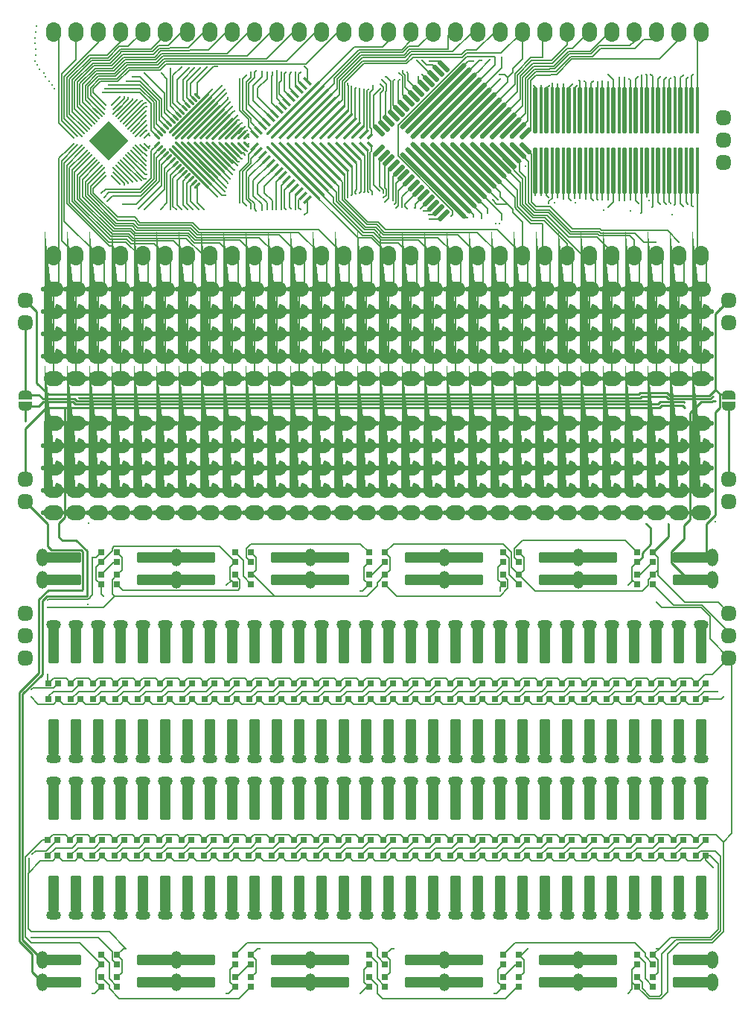
<source format=gtl>
%TF.GenerationSoftware,KiCad,Pcbnew,7.0.7*%
%TF.CreationDate,2023-10-12T12:03:03-07:00*%
%TF.ProjectId,JumperLUX,4a756d70-6572-44c5-9558-2e6b69636164,rev?*%
%TF.SameCoordinates,Original*%
%TF.FileFunction,Copper,L1,Top*%
%TF.FilePolarity,Positive*%
%FSLAX46Y46*%
G04 Gerber Fmt 4.6, Leading zero omitted, Abs format (unit mm)*
G04 Created by KiCad (PCBNEW 7.0.7) date 2023-10-12 12:03:03*
%MOMM*%
%LPD*%
G01*
G04 APERTURE LIST*
G04 Aperture macros list*
%AMRoundRect*
0 Rectangle with rounded corners*
0 $1 Rounding radius*
0 $2 $3 $4 $5 $6 $7 $8 $9 X,Y pos of 4 corners*
0 Add a 4 corners polygon primitive as box body*
4,1,4,$2,$3,$4,$5,$6,$7,$8,$9,$2,$3,0*
0 Add four circle primitives for the rounded corners*
1,1,$1+$1,$2,$3*
1,1,$1+$1,$4,$5*
1,1,$1+$1,$6,$7*
1,1,$1+$1,$8,$9*
0 Add four rect primitives between the rounded corners*
20,1,$1+$1,$2,$3,$4,$5,0*
20,1,$1+$1,$4,$5,$6,$7,0*
20,1,$1+$1,$6,$7,$8,$9,0*
20,1,$1+$1,$8,$9,$2,$3,0*%
%AMFreePoly0*
4,1,39,0.250000,0.845344,0.338849,0.845344,0.512664,0.808398,0.675000,0.736122,0.818761,0.631673,0.937664,0.499617,1.026514,0.345726,1.081425,0.176725,1.100000,0.000000,1.081425,-0.176725,1.026514,-0.345726,0.937664,-0.499617,0.818761,-0.631673,0.675000,-0.736122,0.512664,-0.808398,0.338849,-0.845344,0.250000,-0.845344,0.250000,-0.850000,-0.250000,-0.850000,-0.250000,-0.845344,
-0.338849,-0.845344,-0.512664,-0.808398,-0.675000,-0.736122,-0.818761,-0.631673,-0.937664,-0.499617,-1.026514,-0.345726,-1.081425,-0.176725,-1.100000,0.000000,-1.081425,0.176725,-1.026514,0.345726,-0.937664,0.499617,-0.818761,0.631673,-0.675000,0.736122,-0.512664,0.808398,-0.338849,0.845344,-0.250000,0.845344,-0.250000,0.850000,0.250000,0.850000,0.250000,0.845344,0.250000,0.845344,
$1*%
%AMFreePoly1*
4,1,59,0.250000,0.845344,0.338849,0.845344,0.512664,0.808398,0.675000,0.736122,0.818761,0.631673,0.937664,0.499617,1.012030,0.370812,1.075002,0.307840,1.175960,0.250000,1.210000,0.250000,1.305671,0.230970,1.386777,0.176777,1.440970,0.095671,1.460000,0.000000,1.440970,-0.095671,1.386777,-0.176777,1.305671,-0.230970,1.210000,-0.250000,1.175960,-0.250000,1.075002,-0.307840,
1.012030,-0.370812,0.937664,-0.499617,0.818761,-0.631673,0.675000,-0.736122,0.512664,-0.808398,0.338849,-0.845344,0.250000,-0.845344,0.250000,-0.850000,-0.250000,-0.850000,-0.250000,-0.845344,-0.338849,-0.845344,-0.512664,-0.808398,-0.675000,-0.736122,-0.818761,-0.631673,-0.937664,-0.499617,-1.012030,-0.370812,-1.075001,-0.307840,-1.175960,-0.250000,-1.210000,-0.250000,-1.305671,-0.230970,
-1.386777,-0.176777,-1.440970,-0.095671,-1.460000,0.000000,-1.440970,0.095671,-1.386777,0.176777,-1.305671,0.230970,-1.210000,0.250000,-1.175960,0.250000,-1.075001,0.307840,-1.012030,0.370812,-0.937664,0.499617,-0.818761,0.631673,-0.675000,0.736122,-0.512664,0.808398,-0.338849,0.845344,-0.250000,0.845344,-0.250000,0.850000,0.250000,0.850000,0.250000,0.845344,0.250000,0.845344,
$1*%
%AMFreePoly2*
4,1,19,0.500000,-0.750000,0.000000,-0.750000,0.000000,-0.744911,-0.071157,-0.744911,-0.207708,-0.704816,-0.327430,-0.627875,-0.420627,-0.520320,-0.479746,-0.390866,-0.500000,-0.250000,-0.500000,0.250000,-0.479746,0.390866,-0.420627,0.520320,-0.327430,0.627875,-0.207708,0.704816,-0.071157,0.744911,0.000000,0.744911,0.000000,0.750000,0.500000,0.750000,0.500000,-0.750000,0.500000,-0.750000,
$1*%
%AMFreePoly3*
4,1,19,0.000000,0.744911,0.071157,0.744911,0.207708,0.704816,0.327430,0.627875,0.420627,0.520320,0.479746,0.390866,0.500000,0.250000,0.500000,-0.250000,0.479746,-0.390866,0.420627,-0.520320,0.327430,-0.627875,0.207708,-0.704816,0.071157,-0.744911,0.000000,-0.744911,0.000000,-0.750000,-0.500000,-0.750000,-0.500000,0.750000,0.000000,0.750000,0.000000,0.744911,0.000000,0.744911,
$1*%
%AMFreePoly4*
4,1,49,0.250000,0.845344,0.338849,0.845344,0.512664,0.808398,0.675000,0.736122,0.818761,0.631673,0.937664,0.499617,1.012030,0.370812,1.075002,0.307840,1.175960,0.250000,1.210000,0.250000,1.305671,0.230970,1.386777,0.176777,1.440970,0.095671,1.460000,0.000000,1.440970,-0.095671,1.386777,-0.176777,1.305671,-0.230970,1.210000,-0.250000,1.175960,-0.250000,1.075002,-0.307840,
1.012030,-0.370812,0.937664,-0.499617,0.818761,-0.631673,0.675000,-0.736122,0.512664,-0.808398,0.338849,-0.845344,0.250000,-0.845344,0.250000,-0.850000,-0.250000,-0.850000,-0.250000,-0.845344,-0.338849,-0.845344,-0.512664,-0.808398,-0.675000,-0.736122,-0.818761,-0.631673,-0.937664,-0.499617,-1.026514,-0.345726,-1.081425,-0.176725,-1.100000,0.000000,-1.081425,0.176725,-1.026514,0.345726,
-0.937664,0.499617,-0.818761,0.631673,-0.675000,0.736122,-0.512664,0.808398,-0.338849,0.845344,-0.250000,0.845344,-0.250000,0.850000,0.250000,0.850000,0.250000,0.845344,0.250000,0.845344,$1*%
%AMFreePoly5*
4,1,49,0.250000,0.845344,0.338849,0.845344,0.512664,0.808398,0.675000,0.736122,0.818761,0.631673,0.937664,0.499617,1.026514,0.345726,1.081425,0.176725,1.100000,0.000000,1.081425,-0.176725,1.026514,-0.345726,0.937664,-0.499617,0.818761,-0.631673,0.675000,-0.736122,0.512664,-0.808398,0.338849,-0.845344,0.250000,-0.845344,0.250000,-0.850000,-0.250000,-0.850000,-0.250000,-0.845344,
-0.338849,-0.845344,-0.512664,-0.808398,-0.675000,-0.736122,-0.818761,-0.631673,-0.937664,-0.499617,-1.012030,-0.370812,-1.075001,-0.307840,-1.175960,-0.250000,-1.210000,-0.250000,-1.305671,-0.230970,-1.386777,-0.176777,-1.440970,-0.095671,-1.460000,0.000000,-1.440970,0.095671,-1.386777,0.176777,-1.305671,0.230970,-1.210000,0.250000,-1.175960,0.250000,-1.075001,0.307840,-1.012030,0.370812,
-0.937664,0.499617,-0.818761,0.631673,-0.675000,0.736122,-0.512664,0.808398,-0.338849,0.845344,-0.250000,0.845344,-0.250000,0.850000,0.250000,0.850000,0.250000,0.845344,0.250000,0.845344,$1*%
G04 Aperture macros list end*
%TA.AperFunction,SMDPad,CuDef*%
%ADD10R,0.700000X0.700000*%
%TD*%
%TA.AperFunction,ComponentPad*%
%ADD11FreePoly0,270.000000*%
%TD*%
%TA.AperFunction,ComponentPad*%
%ADD12RoundRect,0.595000X-0.255000X-0.255000X0.255000X-0.255000X0.255000X0.255000X-0.255000X0.255000X0*%
%TD*%
%TA.AperFunction,ComponentPad*%
%ADD13FreePoly1,90.000000*%
%TD*%
%TA.AperFunction,SMDPad,CuDef*%
%ADD14FreePoly2,90.000000*%
%TD*%
%TA.AperFunction,SMDPad,CuDef*%
%ADD15FreePoly3,90.000000*%
%TD*%
%TA.AperFunction,ComponentPad*%
%ADD16FreePoly4,270.000000*%
%TD*%
%TA.AperFunction,SMDPad,CuDef*%
%ADD17RoundRect,0.062500X-0.220971X-0.309359X0.309359X0.220971X0.220971X0.309359X-0.309359X-0.220971X0*%
%TD*%
%TA.AperFunction,SMDPad,CuDef*%
%ADD18RoundRect,0.062500X2.165515X-2.253903X2.253903X-2.165515X-2.165515X2.253903X-2.253903X2.165515X0*%
%TD*%
%TA.AperFunction,SMDPad,CuDef*%
%ADD19RoundRect,0.062500X1.988738X-2.077126X2.077126X-1.988738X-1.988738X2.077126X-2.077126X1.988738X0*%
%TD*%
%TA.AperFunction,SMDPad,CuDef*%
%ADD20RoundRect,0.062500X1.811961X-1.900349X1.900349X-1.811961X-1.811961X1.900349X-1.900349X1.811961X0*%
%TD*%
%TA.AperFunction,SMDPad,CuDef*%
%ADD21RoundRect,0.062500X1.635184X-1.723573X1.723573X-1.635184X-1.635184X1.723573X-1.723573X1.635184X0*%
%TD*%
%TA.AperFunction,SMDPad,CuDef*%
%ADD22RoundRect,0.062500X1.458408X-1.546796X1.546796X-1.458408X-1.458408X1.546796X-1.546796X1.458408X0*%
%TD*%
%TA.AperFunction,SMDPad,CuDef*%
%ADD23RoundRect,0.062500X1.281631X-1.370019X1.370019X-1.281631X-1.281631X1.370019X-1.370019X1.281631X0*%
%TD*%
%TA.AperFunction,SMDPad,CuDef*%
%ADD24RoundRect,0.062500X1.104854X-1.193243X1.193243X-1.104854X-1.104854X1.193243X-1.193243X1.104854X0*%
%TD*%
%TA.AperFunction,SMDPad,CuDef*%
%ADD25RoundRect,0.062500X0.928078X-1.016466X1.016466X-0.928078X-0.928078X1.016466X-1.016466X0.928078X0*%
%TD*%
%TA.AperFunction,SMDPad,CuDef*%
%ADD26RoundRect,0.062500X0.751301X-0.839689X0.839689X-0.751301X-0.751301X0.839689X-0.839689X0.751301X0*%
%TD*%
%TA.AperFunction,SMDPad,CuDef*%
%ADD27RoundRect,0.062500X0.574524X-0.662913X0.662913X-0.574524X-0.574524X0.662913X-0.662913X0.574524X0*%
%TD*%
%TA.AperFunction,SMDPad,CuDef*%
%ADD28RoundRect,0.062500X0.397748X-0.486136X0.486136X-0.397748X-0.397748X0.486136X-0.486136X0.397748X0*%
%TD*%
%TA.AperFunction,SMDPad,CuDef*%
%ADD29RoundRect,0.062500X0.220971X-0.309359X0.309359X-0.220971X-0.220971X0.309359X-0.309359X0.220971X0*%
%TD*%
%TA.AperFunction,SMDPad,CuDef*%
%ADD30RoundRect,0.062500X-0.397748X-0.486136X0.486136X0.397748X0.397748X0.486136X-0.486136X-0.397748X0*%
%TD*%
%TA.AperFunction,SMDPad,CuDef*%
%ADD31RoundRect,0.062500X-0.574524X-0.662913X0.662913X0.574524X0.574524X0.662913X-0.662913X-0.574524X0*%
%TD*%
%TA.AperFunction,SMDPad,CuDef*%
%ADD32RoundRect,0.062500X-0.751301X-0.839689X0.839689X0.751301X0.751301X0.839689X-0.839689X-0.751301X0*%
%TD*%
%TA.AperFunction,SMDPad,CuDef*%
%ADD33RoundRect,0.062500X-0.928078X-1.016466X1.016466X0.928078X0.928078X1.016466X-1.016466X-0.928078X0*%
%TD*%
%TA.AperFunction,SMDPad,CuDef*%
%ADD34RoundRect,0.062500X-1.104854X-1.193243X1.193243X1.104854X1.104854X1.193243X-1.193243X-1.104854X0*%
%TD*%
%TA.AperFunction,SMDPad,CuDef*%
%ADD35RoundRect,0.062500X-1.281631X-1.370019X1.370019X1.281631X1.281631X1.370019X-1.370019X-1.281631X0*%
%TD*%
%TA.AperFunction,SMDPad,CuDef*%
%ADD36RoundRect,0.062500X-1.458408X-1.546796X1.546796X1.458408X1.458408X1.546796X-1.546796X-1.458408X0*%
%TD*%
%TA.AperFunction,SMDPad,CuDef*%
%ADD37RoundRect,0.062500X-1.635184X-1.723573X1.723573X1.635184X1.635184X1.723573X-1.723573X-1.635184X0*%
%TD*%
%TA.AperFunction,SMDPad,CuDef*%
%ADD38RoundRect,0.062500X-1.811961X-1.900349X1.900349X1.811961X1.811961X1.900349X-1.900349X-1.811961X0*%
%TD*%
%TA.AperFunction,SMDPad,CuDef*%
%ADD39RoundRect,0.062500X-1.988738X-2.077126X2.077126X1.988738X1.988738X2.077126X-2.077126X-1.988738X0*%
%TD*%
%TA.AperFunction,SMDPad,CuDef*%
%ADD40RoundRect,0.062500X-2.165515X-2.253903X2.253903X2.165515X2.165515X2.253903X-2.253903X-2.165515X0*%
%TD*%
%TA.AperFunction,ComponentPad*%
%ADD41FreePoly5,90.000000*%
%TD*%
%TA.AperFunction,SMDPad,CuDef*%
%ADD42FreePoly2,270.000000*%
%TD*%
%TA.AperFunction,SMDPad,CuDef*%
%ADD43FreePoly3,270.000000*%
%TD*%
%TA.AperFunction,SMDPad,CuDef*%
%ADD44RoundRect,0.087500X-0.287262X-0.411006X0.411006X0.287262X0.287262X0.411006X-0.411006X-0.287262X0*%
%TD*%
%TA.AperFunction,SMDPad,CuDef*%
%ADD45RoundRect,0.087500X2.894718X-3.018462X3.018462X-2.894718X-2.894718X3.018462X-3.018462X2.894718X0*%
%TD*%
%TA.AperFunction,SMDPad,CuDef*%
%ADD46RoundRect,0.087500X2.664909X-2.788652X2.788652X-2.664909X-2.664909X2.788652X-2.788652X2.664909X0*%
%TD*%
%TA.AperFunction,SMDPad,CuDef*%
%ADD47RoundRect,0.087500X2.435099X-2.558843X2.558843X-2.435099X-2.435099X2.558843X-2.558843X2.435099X0*%
%TD*%
%TA.AperFunction,SMDPad,CuDef*%
%ADD48RoundRect,0.087500X2.205289X-2.329033X2.329033X-2.205289X-2.205289X2.329033X-2.329033X2.205289X0*%
%TD*%
%TA.AperFunction,SMDPad,CuDef*%
%ADD49RoundRect,0.087500X1.975480X-2.099223X2.099223X-1.975480X-1.975480X2.099223X-2.099223X1.975480X0*%
%TD*%
%TA.AperFunction,SMDPad,CuDef*%
%ADD50RoundRect,0.087500X1.745670X-1.869414X1.869414X-1.745670X-1.745670X1.869414X-1.869414X1.745670X0*%
%TD*%
%TA.AperFunction,SMDPad,CuDef*%
%ADD51RoundRect,0.087500X1.515860X-1.639604X1.639604X-1.515860X-1.515860X1.639604X-1.639604X1.515860X0*%
%TD*%
%TA.AperFunction,SMDPad,CuDef*%
%ADD52RoundRect,0.087500X1.286050X-1.409794X1.409794X-1.286050X-1.286050X1.409794X-1.409794X1.286050X0*%
%TD*%
%TA.AperFunction,SMDPad,CuDef*%
%ADD53RoundRect,0.087500X1.056241X-1.179984X1.179984X-1.056241X-1.056241X1.179984X-1.179984X1.056241X0*%
%TD*%
%TA.AperFunction,SMDPad,CuDef*%
%ADD54RoundRect,0.087500X0.826431X-0.950175X0.950175X-0.826431X-0.826431X0.950175X-0.950175X0.826431X0*%
%TD*%
%TA.AperFunction,SMDPad,CuDef*%
%ADD55RoundRect,0.087500X0.596621X-0.720365X0.720365X-0.596621X-0.596621X0.720365X-0.720365X0.596621X0*%
%TD*%
%TA.AperFunction,SMDPad,CuDef*%
%ADD56RoundRect,0.087500X0.366812X-0.490555X0.490555X-0.366812X-0.366812X0.490555X-0.490555X0.366812X0*%
%TD*%
%TA.AperFunction,SMDPad,CuDef*%
%ADD57RoundRect,0.087500X0.167938X-0.291682X0.291682X-0.167938X-0.167938X0.291682X-0.291682X0.167938X0*%
%TD*%
%TA.AperFunction,SMDPad,CuDef*%
%ADD58RoundRect,0.087500X-0.167938X-0.291682X0.291682X0.167938X0.167938X0.291682X-0.291682X-0.167938X0*%
%TD*%
%TA.AperFunction,SMDPad,CuDef*%
%ADD59RoundRect,0.087500X-0.366812X-0.490555X0.490555X0.366812X0.366812X0.490555X-0.490555X-0.366812X0*%
%TD*%
%TA.AperFunction,SMDPad,CuDef*%
%ADD60RoundRect,0.087500X-0.596621X-0.720365X0.720365X0.596621X0.596621X0.720365X-0.720365X-0.596621X0*%
%TD*%
%TA.AperFunction,SMDPad,CuDef*%
%ADD61RoundRect,0.087500X-0.826431X-0.950175X0.950175X0.826431X0.826431X0.950175X-0.950175X-0.826431X0*%
%TD*%
%TA.AperFunction,SMDPad,CuDef*%
%ADD62RoundRect,0.087500X-1.056241X-1.179984X1.179984X1.056241X1.056241X1.179984X-1.179984X-1.056241X0*%
%TD*%
%TA.AperFunction,SMDPad,CuDef*%
%ADD63RoundRect,0.087500X-1.286050X-1.409794X1.409794X1.286050X1.286050X1.409794X-1.409794X-1.286050X0*%
%TD*%
%TA.AperFunction,SMDPad,CuDef*%
%ADD64RoundRect,0.087500X-1.515860X-1.639604X1.639604X1.515860X1.515860X1.639604X-1.639604X-1.515860X0*%
%TD*%
%TA.AperFunction,SMDPad,CuDef*%
%ADD65RoundRect,0.087500X-1.745670X-1.869414X1.869414X1.745670X1.745670X1.869414X-1.869414X-1.745670X0*%
%TD*%
%TA.AperFunction,SMDPad,CuDef*%
%ADD66RoundRect,0.087500X-1.975480X-2.099223X2.099223X1.975480X1.975480X2.099223X-2.099223X-1.975480X0*%
%TD*%
%TA.AperFunction,SMDPad,CuDef*%
%ADD67RoundRect,0.087500X-2.205289X-2.329033X2.329033X2.205289X2.205289X2.329033X-2.329033X-2.205289X0*%
%TD*%
%TA.AperFunction,SMDPad,CuDef*%
%ADD68RoundRect,0.087500X-2.435099X-2.558843X2.558843X2.435099X2.435099X2.558843X-2.558843X-2.435099X0*%
%TD*%
%TA.AperFunction,SMDPad,CuDef*%
%ADD69RoundRect,0.087500X-2.664909X-2.788652X2.788652X2.664909X2.664909X2.788652X-2.788652X-2.664909X0*%
%TD*%
%TA.AperFunction,SMDPad,CuDef*%
%ADD70RoundRect,0.087500X-2.894718X-3.018462X3.018462X2.894718X2.894718X3.018462X-3.018462X-2.894718X0*%
%TD*%
%TA.AperFunction,SMDPad,CuDef*%
%ADD71RoundRect,0.087500X0.411006X-0.287262X-0.287262X0.411006X-0.411006X0.287262X0.287262X-0.411006X0*%
%TD*%
%TA.AperFunction,SMDPad,CuDef*%
%ADD72RoundRect,0.087500X0.287262X-0.411006X0.411006X-0.287262X-0.287262X0.411006X-0.411006X0.287262X0*%
%TD*%
%TA.AperFunction,SMDPad,CuDef*%
%ADD73RoundRect,0.050000X-0.238649X-0.309359X0.309359X0.238649X0.238649X0.309359X-0.309359X-0.238649X0*%
%TD*%
%TA.AperFunction,SMDPad,CuDef*%
%ADD74RoundRect,0.050000X-0.309359X-0.380070X0.380070X0.309359X0.309359X0.380070X-0.380070X-0.309359X0*%
%TD*%
%TA.AperFunction,SMDPad,CuDef*%
%ADD75RoundRect,0.050000X-0.450781X-0.521491X0.521491X0.450781X0.450781X0.521491X-0.521491X-0.450781X0*%
%TD*%
%TA.AperFunction,SMDPad,CuDef*%
%ADD76RoundRect,0.050000X0.238649X-0.309359X0.309359X-0.238649X-0.238649X0.309359X-0.309359X0.238649X0*%
%TD*%
%TA.AperFunction,SMDPad,CuDef*%
%ADD77RoundRect,0.050000X0.309359X-0.380070X0.380070X-0.309359X-0.309359X0.380070X-0.380070X0.309359X0*%
%TD*%
%TA.AperFunction,SMDPad,CuDef*%
%ADD78RoundRect,0.050000X0.450781X-0.521491X0.521491X-0.450781X-0.450781X0.521491X-0.521491X0.450781X0*%
%TD*%
%TA.AperFunction,ComponentPad*%
%ADD79C,0.600000*%
%TD*%
%TA.AperFunction,SMDPad,CuDef*%
%ADD80RoundRect,0.144000X0.000000X-2.059095X2.059095X0.000000X0.000000X2.059095X-2.059095X0.000000X0*%
%TD*%
%TA.AperFunction,ComponentPad*%
%ADD81FreePoly1,270.000000*%
%TD*%
%TA.AperFunction,ComponentPad*%
%ADD82FreePoly4,90.000000*%
%TD*%
%TA.AperFunction,SMDPad,CuDef*%
%ADD83RoundRect,0.120000X1.880000X-0.480000X1.880000X0.480000X-1.880000X0.480000X-1.880000X-0.480000X0*%
%TD*%
%TA.AperFunction,ComponentPad*%
%ADD84O,1.300000X2.000000*%
%TD*%
%TA.AperFunction,SMDPad,CuDef*%
%ADD85RoundRect,0.120000X-1.880000X0.480000X-1.880000X-0.480000X1.880000X-0.480000X1.880000X0.480000X0*%
%TD*%
%TA.AperFunction,SMDPad,CuDef*%
%ADD86RoundRect,0.120000X-0.480000X-1.880000X0.480000X-1.880000X0.480000X1.880000X-0.480000X1.880000X0*%
%TD*%
%TA.AperFunction,ComponentPad*%
%ADD87O,1.700000X1.000000*%
%TD*%
%TA.AperFunction,SMDPad,CuDef*%
%ADD88RoundRect,0.125000X0.125000X-2.510250X0.125000X2.510250X-0.125000X2.510250X-0.125000X-2.510250X0*%
%TD*%
%TA.AperFunction,SMDPad,CuDef*%
%ADD89RoundRect,0.087500X0.087500X-2.547750X0.087500X2.547750X-0.087500X2.547750X-0.087500X-2.547750X0*%
%TD*%
%TA.AperFunction,SMDPad,CuDef*%
%ADD90RoundRect,0.137500X-0.380070X-0.574524X0.574524X0.380070X0.380070X0.574524X-0.574524X-0.380070X0*%
%TD*%
%TA.AperFunction,SMDPad,CuDef*%
%ADD91RoundRect,0.137500X3.482501X-3.676955X3.676955X-3.482501X-3.482501X3.676955X-3.676955X3.482501X0*%
%TD*%
%TA.AperFunction,SMDPad,CuDef*%
%ADD92RoundRect,0.137500X3.199658X-3.394113X3.394113X-3.199658X-3.199658X3.394113X-3.394113X3.199658X0*%
%TD*%
%TA.AperFunction,SMDPad,CuDef*%
%ADD93RoundRect,0.137500X2.916815X-3.111270X3.111270X-2.916815X-2.916815X3.111270X-3.111270X2.916815X0*%
%TD*%
%TA.AperFunction,SMDPad,CuDef*%
%ADD94RoundRect,0.137500X2.633973X-2.828427X2.828427X-2.633973X-2.633973X2.828427X-2.828427X2.633973X0*%
%TD*%
%TA.AperFunction,SMDPad,CuDef*%
%ADD95RoundRect,0.137500X2.351130X-2.545584X2.545584X-2.351130X-2.351130X2.545584X-2.545584X2.351130X0*%
%TD*%
%TA.AperFunction,SMDPad,CuDef*%
%ADD96RoundRect,0.137500X2.068287X-2.262742X2.262742X-2.068287X-2.068287X2.262742X-2.262742X2.068287X0*%
%TD*%
%TA.AperFunction,SMDPad,CuDef*%
%ADD97RoundRect,0.137500X1.785445X-1.979899X1.979899X-1.785445X-1.785445X1.979899X-1.979899X1.785445X0*%
%TD*%
%TA.AperFunction,SMDPad,CuDef*%
%ADD98RoundRect,0.137500X1.502602X-1.697056X1.697056X-1.502602X-1.502602X1.697056X-1.697056X1.502602X0*%
%TD*%
%TA.AperFunction,SMDPad,CuDef*%
%ADD99RoundRect,0.137500X1.219759X-1.414214X1.414214X-1.219759X-1.219759X1.414214X-1.414214X1.219759X0*%
%TD*%
%TA.AperFunction,SMDPad,CuDef*%
%ADD100RoundRect,0.137500X0.936916X-1.131371X1.131371X-0.936916X-0.936916X1.131371X-1.131371X0.936916X0*%
%TD*%
%TA.AperFunction,SMDPad,CuDef*%
%ADD101RoundRect,0.137500X0.654074X-0.848528X0.848528X-0.654074X-0.654074X0.848528X-0.848528X0.654074X0*%
%TD*%
%TA.AperFunction,SMDPad,CuDef*%
%ADD102RoundRect,0.137500X0.371231X-0.565685X0.565685X-0.371231X-0.371231X0.565685X-0.565685X0.371231X0*%
%TD*%
%TA.AperFunction,SMDPad,CuDef*%
%ADD103RoundRect,0.137500X-0.371231X-0.565685X0.565685X0.371231X0.371231X0.565685X-0.565685X-0.371231X0*%
%TD*%
%TA.AperFunction,SMDPad,CuDef*%
%ADD104RoundRect,0.137500X-0.654074X-0.848528X0.848528X0.654074X0.654074X0.848528X-0.848528X-0.654074X0*%
%TD*%
%TA.AperFunction,SMDPad,CuDef*%
%ADD105RoundRect,0.137500X-0.936916X-1.131371X1.131371X0.936916X0.936916X1.131371X-1.131371X-0.936916X0*%
%TD*%
%TA.AperFunction,SMDPad,CuDef*%
%ADD106RoundRect,0.137500X-1.219759X-1.414214X1.414214X1.219759X1.219759X1.414214X-1.414214X-1.219759X0*%
%TD*%
%TA.AperFunction,SMDPad,CuDef*%
%ADD107RoundRect,0.137500X-1.502602X-1.697056X1.697056X1.502602X1.502602X1.697056X-1.697056X-1.502602X0*%
%TD*%
%TA.AperFunction,SMDPad,CuDef*%
%ADD108RoundRect,0.137500X-1.785445X-1.979899X1.979899X1.785445X1.785445X1.979899X-1.979899X-1.785445X0*%
%TD*%
%TA.AperFunction,SMDPad,CuDef*%
%ADD109RoundRect,0.137500X-2.068287X-2.262742X2.262742X2.068287X2.068287X2.262742X-2.262742X-2.068287X0*%
%TD*%
%TA.AperFunction,SMDPad,CuDef*%
%ADD110RoundRect,0.137500X-2.351130X-2.545584X2.545584X2.351130X2.351130X2.545584X-2.545584X-2.351130X0*%
%TD*%
%TA.AperFunction,SMDPad,CuDef*%
%ADD111RoundRect,0.137500X-2.633973X-2.828427X2.828427X2.633973X2.633973X2.828427X-2.828427X-2.633973X0*%
%TD*%
%TA.AperFunction,SMDPad,CuDef*%
%ADD112RoundRect,0.137500X-2.916815X-3.111270X3.111270X2.916815X2.916815X3.111270X-3.111270X-2.916815X0*%
%TD*%
%TA.AperFunction,SMDPad,CuDef*%
%ADD113RoundRect,0.137500X-3.199658X-3.394113X3.394113X3.199658X3.199658X3.394113X-3.394113X-3.199658X0*%
%TD*%
%TA.AperFunction,SMDPad,CuDef*%
%ADD114RoundRect,0.137500X-3.482501X-3.676955X3.676955X3.482501X3.482501X3.676955X-3.676955X-3.482501X0*%
%TD*%
%TA.AperFunction,SMDPad,CuDef*%
%ADD115RoundRect,0.137500X0.380070X-0.574524X0.574524X-0.380070X-0.380070X0.574524X-0.574524X0.380070X0*%
%TD*%
%TA.AperFunction,ComponentPad*%
%ADD116FreePoly5,270.000000*%
%TD*%
%TA.AperFunction,ComponentPad*%
%ADD117FreePoly0,90.000000*%
%TD*%
%TA.AperFunction,ViaPad*%
%ADD118C,0.300000*%
%TD*%
%TA.AperFunction,Conductor*%
%ADD119C,0.200000*%
%TD*%
%TA.AperFunction,Conductor*%
%ADD120C,0.250000*%
%TD*%
G04 APERTURE END LIST*
D10*
%TO.P,D45,1,DOUT*%
%TO.N,Net-(D45-DOUT)*%
X101643000Y-169825600D03*
%TO.P,D45,2,VSS*%
%TO.N,GND*%
X102743000Y-169825600D03*
%TO.P,D45,3,DIN*%
%TO.N,Net-(D44-DOUT)*%
X102743000Y-167995600D03*
%TO.P,D45,4,VDD*%
%TO.N,+5V*%
X101643000Y-167995600D03*
%TD*%
%TO.P,D71,1,DOUT*%
%TO.N,Net-(D71-DOUT)*%
X134900000Y-184700000D03*
%TO.P,D71,2,VSS*%
%TO.N,GND*%
X134900000Y-183600000D03*
%TO.P,D71,3,DIN*%
%TO.N,Net-(D60-DOUT)*%
X133070000Y-183600000D03*
%TO.P,D71,4,VDD*%
%TO.N,+5V*%
X133070000Y-184700000D03*
%TD*%
%TO.P,D89,1,DOUT*%
%TO.N,Net-(D89-DOUT)*%
X134900000Y-136440000D03*
%TO.P,D89,2,VSS*%
%TO.N,GND*%
X134900000Y-135340000D03*
%TO.P,D89,3,DIN*%
%TO.N,Net-(D88-DOUT)*%
X133070000Y-135340000D03*
%TO.P,D89,4,VDD*%
%TO.N,+5V*%
X133070000Y-136440000D03*
%TD*%
D11*
%TO.P,J17,1,Pin_1*%
%TO.N,Net-(J10-Pin_1)*%
X140360400Y-76200000D03*
%TO.P,J17,2,Pin_2*%
%TO.N,Net-(J10-Pin_2)*%
X137820400Y-76200000D03*
%TO.P,J17,3,Pin_3*%
%TO.N,Net-(J10-Pin_3)*%
X135280400Y-76200000D03*
%TO.P,J17,4,Pin_4*%
%TO.N,Net-(J10-Pin_4)*%
X132740400Y-76200000D03*
%TO.P,J17,5,Pin_5*%
%TO.N,Net-(J10-Pin_5)*%
X130200400Y-76200000D03*
%TO.P,J17,6,Pin_6*%
%TO.N,Net-(J10-Pin_6)*%
X127660400Y-76200000D03*
%TO.P,J17,7,Pin_7*%
%TO.N,Net-(J10-Pin_7)*%
X125120400Y-76200000D03*
%TO.P,J17,8,Pin_8*%
%TO.N,Net-(J10-Pin_8)*%
X122580400Y-76200000D03*
%TO.P,J17,9,Pin_9*%
%TO.N,Net-(J10-Pin_9)*%
X120040400Y-76200000D03*
%TO.P,J17,10,Pin_10*%
%TO.N,Net-(J10-Pin_10)*%
X117500400Y-76200000D03*
%TO.P,J17,11,Pin_11*%
%TO.N,Net-(J10-Pin_11)*%
X114960400Y-76200000D03*
%TO.P,J17,12,Pin_12*%
%TO.N,Net-(J10-Pin_12)*%
X112420400Y-76200000D03*
%TO.P,J17,13,Pin_13*%
%TO.N,Net-(J10-Pin_13)*%
X109880400Y-76200000D03*
%TO.P,J17,14,Pin_14*%
%TO.N,Net-(J10-Pin_14)*%
X107340400Y-76200000D03*
%TO.P,J17,15,Pin_15*%
%TO.N,Net-(J10-Pin_15)*%
X104800400Y-76200000D03*
%TO.P,J17,16,Pin_16*%
%TO.N,Net-(J10-Pin_16)*%
X102260400Y-76200000D03*
%TO.P,J17,17,Pin_17*%
%TO.N,Net-(J10-Pin_17)*%
X99720400Y-76200000D03*
%TO.P,J17,18,Pin_18*%
%TO.N,Net-(J10-Pin_18)*%
X97180400Y-76200000D03*
%TO.P,J17,19,Pin_19*%
%TO.N,Net-(J10-Pin_19)*%
X94640400Y-76200000D03*
%TO.P,J17,20,Pin_20*%
%TO.N,Net-(J10-Pin_20)*%
X92100400Y-76200000D03*
%TO.P,J17,21,Pin_21*%
%TO.N,Net-(J10-Pin_21)*%
X89560400Y-76200000D03*
%TO.P,J17,22,Pin_22*%
%TO.N,Net-(J10-Pin_22)*%
X87020400Y-76200000D03*
%TO.P,J17,23,Pin_23*%
%TO.N,Net-(J10-Pin_23)*%
X84480400Y-76200000D03*
%TO.P,J17,24,Pin_24*%
%TO.N,Net-(J10-Pin_24)*%
X81940400Y-76200000D03*
%TO.P,J17,25,Pin_25*%
%TO.N,Net-(J10-Pin_25)*%
X79400400Y-76200000D03*
%TO.P,J17,26,Pin_26*%
%TO.N,Net-(J10-Pin_26)*%
X76860400Y-76200000D03*
%TO.P,J17,27,Pin_27*%
%TO.N,Net-(J10-Pin_27)*%
X74320400Y-76200000D03*
%TO.P,J17,28,Pin_28*%
%TO.N,Net-(J10-Pin_28)*%
X71780400Y-76200000D03*
%TO.P,J17,29,Pin_29*%
%TO.N,Net-(J10-Pin_29)*%
X69240400Y-76200000D03*
%TO.P,J17,30,Pin_30*%
%TO.N,Net-(J10-Pin_30)*%
X66700400Y-76200000D03*
%TD*%
D10*
%TO.P,D32,1,DOUT*%
%TO.N,Net-(D32-DOUT)*%
X68606400Y-169823800D03*
%TO.P,D32,2,VSS*%
%TO.N,GND*%
X69706400Y-169823800D03*
%TO.P,D32,3,DIN*%
%TO.N,Net-(D31-DOUT)*%
X69706400Y-167993800D03*
%TO.P,D32,4,VDD*%
%TO.N,+5V*%
X68606400Y-167993800D03*
%TD*%
%TO.P,D77,1,DOUT*%
%TO.N,Net-(D77-DOUT)*%
X89180000Y-182160000D03*
%TO.P,D77,2,VSS*%
%TO.N,GND*%
X89180000Y-181060000D03*
%TO.P,D77,3,DIN*%
%TO.N,Net-(D76-DOUT)*%
X87350000Y-181060000D03*
%TO.P,D77,4,VDD*%
%TO.N,+5V*%
X87350000Y-182160000D03*
%TD*%
D12*
%TO.P,TP25,1,1*%
%TO.N,Net-(JP1-B)*%
X63500000Y-106680000D03*
%TD*%
D10*
%TO.P,D40,1,DOUT*%
%TO.N,Net-(D40-DOUT)*%
X88926400Y-169823800D03*
%TO.P,D40,2,VSS*%
%TO.N,GND*%
X90026400Y-169823800D03*
%TO.P,D40,3,DIN*%
%TO.N,Net-(D39-DOUT)*%
X90026400Y-167993800D03*
%TO.P,D40,4,VDD*%
%TO.N,+5V*%
X88926400Y-167993800D03*
%TD*%
%TO.P,D83,1,DOUT*%
%TO.N,Net-(D83-DOUT)*%
X89180000Y-138980000D03*
%TO.P,D83,2,VSS*%
%TO.N,GND*%
X89180000Y-137880000D03*
%TO.P,D83,3,DIN*%
%TO.N,Net-(D82-DOUT)*%
X87350000Y-137880000D03*
%TO.P,D83,4,VDD*%
%TO.N,+5V*%
X87350000Y-138980000D03*
%TD*%
D13*
%TO.P,J2,1,Pin_1*%
%TO.N,Net-(J1-Pin_1)*%
X66675000Y-107950001D03*
%TO.P,J2,2,Pin_2*%
%TO.N,Net-(J1-Pin_2)*%
X69215000Y-107950001D03*
%TO.P,J2,3,Pin_3*%
%TO.N,Net-(J1-Pin_3)*%
X71755000Y-107950001D03*
%TO.P,J2,4,Pin_4*%
%TO.N,Net-(J1-Pin_4)*%
X74295000Y-107950001D03*
%TO.P,J2,5,Pin_5*%
%TO.N,Net-(J1-Pin_5)*%
X76835000Y-107950001D03*
%TO.P,J2,6,Pin_6*%
%TO.N,Net-(J1-Pin_6)*%
X79375000Y-107950001D03*
%TO.P,J2,7,Pin_7*%
%TO.N,Net-(J1-Pin_7)*%
X81915000Y-107950001D03*
%TO.P,J2,8,Pin_8*%
%TO.N,Net-(J1-Pin_8)*%
X84455000Y-107950001D03*
%TO.P,J2,9,Pin_9*%
%TO.N,Net-(J1-Pin_9)*%
X86995000Y-107950001D03*
%TO.P,J2,10,Pin_10*%
%TO.N,Net-(J1-Pin_10)*%
X89535000Y-107950001D03*
%TO.P,J2,11,Pin_11*%
%TO.N,Net-(J1-Pin_11)*%
X92075000Y-107950001D03*
%TO.P,J2,12,Pin_12*%
%TO.N,Net-(J1-Pin_12)*%
X94615000Y-107950001D03*
%TO.P,J2,13,Pin_13*%
%TO.N,Net-(J1-Pin_13)*%
X97155000Y-107950001D03*
%TO.P,J2,14,Pin_14*%
%TO.N,Net-(J1-Pin_14)*%
X99695000Y-107950001D03*
%TO.P,J2,15,Pin_15*%
%TO.N,Net-(J1-Pin_15)*%
X102235000Y-107950001D03*
%TO.P,J2,16,Pin_16*%
%TO.N,Net-(J1-Pin_16)*%
X104775000Y-107950001D03*
%TO.P,J2,17,Pin_17*%
%TO.N,Net-(J1-Pin_17)*%
X107315000Y-107950001D03*
%TO.P,J2,18,Pin_18*%
%TO.N,Net-(J1-Pin_18)*%
X109855000Y-107950001D03*
%TO.P,J2,19,Pin_19*%
%TO.N,Net-(J1-Pin_19)*%
X112395000Y-107950001D03*
%TO.P,J2,20,Pin_20*%
%TO.N,Net-(J1-Pin_20)*%
X114935000Y-107950001D03*
%TO.P,J2,21,Pin_21*%
%TO.N,Net-(J1-Pin_21)*%
X117475000Y-107950001D03*
%TO.P,J2,22,Pin_22*%
%TO.N,Net-(J1-Pin_22)*%
X120015000Y-107950001D03*
%TO.P,J2,23,Pin_23*%
%TO.N,Net-(J1-Pin_23)*%
X122555000Y-107950001D03*
%TO.P,J2,24,Pin_24*%
%TO.N,Net-(J1-Pin_24)*%
X125095000Y-107950001D03*
%TO.P,J2,25,Pin_25*%
%TO.N,Net-(J1-Pin_25)*%
X127635000Y-107950001D03*
%TO.P,J2,26,Pin_26*%
%TO.N,Net-(J1-Pin_26)*%
X130175000Y-107950001D03*
%TO.P,J2,27,Pin_27*%
%TO.N,Net-(J1-Pin_27)*%
X132715000Y-107950001D03*
%TO.P,J2,28,Pin_28*%
%TO.N,Net-(J1-Pin_28)*%
X135255000Y-107950001D03*
%TO.P,J2,29,Pin_29*%
%TO.N,Net-(J1-Pin_29)*%
X137795000Y-107950001D03*
%TO.P,J2,30,Pin_30*%
%TO.N,Net-(J1-Pin_30)*%
X140335000Y-107950001D03*
%TD*%
D14*
%TO.P,JP1,1,A*%
%TO.N,Net-(JP1-A)*%
X143510000Y-118760000D03*
D15*
%TO.P,JP1,2,B*%
%TO.N,Net-(JP1-B)*%
X143510000Y-117460000D03*
%TD*%
D10*
%TO.P,D44,1,DOUT*%
%TO.N,Net-(D44-DOUT)*%
X99103000Y-169825600D03*
%TO.P,D44,2,VSS*%
%TO.N,GND*%
X100203000Y-169825600D03*
%TO.P,D44,3,DIN*%
%TO.N,Net-(D43-DOUT)*%
X100203000Y-167995600D03*
%TO.P,D44,4,VDD*%
%TO.N,+5V*%
X99103000Y-167995600D03*
%TD*%
%TO.P,D84,1,DOUT*%
%TO.N,Net-(D84-DOUT)*%
X89180000Y-136440000D03*
%TO.P,D84,2,VSS*%
%TO.N,GND*%
X89180000Y-135340000D03*
%TO.P,D84,3,DIN*%
%TO.N,Net-(D83-DOUT)*%
X87350000Y-135340000D03*
%TO.P,D84,4,VDD*%
%TO.N,+5V*%
X87350000Y-136440000D03*
%TD*%
D12*
%TO.P,TP24,1,1*%
%TO.N,Net-(JP1-B)*%
X143510000Y-106680000D03*
%TD*%
D16*
%TO.P,J6,1,Pin_1*%
%TO.N,Net-(J10-Pin_1)*%
X140335000Y-120650000D03*
%TO.P,J6,2,Pin_2*%
%TO.N,Net-(J10-Pin_2)*%
X137795000Y-120650000D03*
%TO.P,J6,3,Pin_3*%
%TO.N,Net-(J10-Pin_3)*%
X135255000Y-120650000D03*
%TO.P,J6,4,Pin_4*%
%TO.N,Net-(J10-Pin_4)*%
X132715000Y-120650000D03*
%TO.P,J6,5,Pin_5*%
%TO.N,Net-(J10-Pin_5)*%
X130175000Y-120650000D03*
%TO.P,J6,6,Pin_6*%
%TO.N,Net-(J10-Pin_6)*%
X127635000Y-120650000D03*
%TO.P,J6,7,Pin_7*%
%TO.N,Net-(J10-Pin_7)*%
X125095000Y-120650000D03*
%TO.P,J6,8,Pin_8*%
%TO.N,Net-(J10-Pin_8)*%
X122555000Y-120650000D03*
%TO.P,J6,9,Pin_9*%
%TO.N,Net-(J10-Pin_9)*%
X120015000Y-120650000D03*
%TO.P,J6,10,Pin_10*%
%TO.N,Net-(J10-Pin_10)*%
X117475000Y-120650000D03*
%TO.P,J6,11,Pin_11*%
%TO.N,Net-(J10-Pin_11)*%
X114935000Y-120650000D03*
%TO.P,J6,12,Pin_12*%
%TO.N,Net-(J10-Pin_12)*%
X112395000Y-120650000D03*
%TO.P,J6,13,Pin_13*%
%TO.N,Net-(J10-Pin_13)*%
X109855000Y-120650000D03*
%TO.P,J6,14,Pin_14*%
%TO.N,Net-(J10-Pin_14)*%
X107315000Y-120650000D03*
%TO.P,J6,15,Pin_15*%
%TO.N,Net-(J10-Pin_15)*%
X104775000Y-120650000D03*
%TO.P,J6,16,Pin_16*%
%TO.N,Net-(J10-Pin_16)*%
X102235000Y-120650000D03*
%TO.P,J6,17,Pin_17*%
%TO.N,Net-(J10-Pin_17)*%
X99695000Y-120650000D03*
%TO.P,J6,18,Pin_18*%
%TO.N,Net-(J10-Pin_18)*%
X97155000Y-120650000D03*
%TO.P,J6,19,Pin_19*%
%TO.N,Net-(J10-Pin_19)*%
X94615000Y-120650000D03*
%TO.P,J6,20,Pin_20*%
%TO.N,Net-(J10-Pin_20)*%
X92075000Y-120650000D03*
%TO.P,J6,21,Pin_21*%
%TO.N,Net-(J10-Pin_21)*%
X89535000Y-120650000D03*
%TO.P,J6,22,Pin_22*%
%TO.N,Net-(J10-Pin_22)*%
X86995000Y-120650000D03*
%TO.P,J6,23,Pin_23*%
%TO.N,Net-(J10-Pin_23)*%
X84455000Y-120650000D03*
%TO.P,J6,24,Pin_24*%
%TO.N,Net-(J10-Pin_24)*%
X81915000Y-120650000D03*
%TO.P,J6,25,Pin_25*%
%TO.N,Net-(J10-Pin_25)*%
X79375000Y-120650000D03*
%TO.P,J6,26,Pin_26*%
%TO.N,Net-(J10-Pin_26)*%
X76835000Y-120650000D03*
%TO.P,J6,27,Pin_27*%
%TO.N,Net-(J10-Pin_27)*%
X74295000Y-120650000D03*
%TO.P,J6,28,Pin_28*%
%TO.N,Net-(J10-Pin_28)*%
X71755000Y-120650000D03*
%TO.P,J6,29,Pin_29*%
%TO.N,Net-(J10-Pin_29)*%
X69215000Y-120650000D03*
%TO.P,J6,30,Pin_30*%
%TO.N,Net-(J10-Pin_30)*%
X66675000Y-120650000D03*
%TD*%
D10*
%TO.P,D56,1,DOUT*%
%TO.N,Net-(D56-DOUT)*%
X129607400Y-169824400D03*
%TO.P,D56,2,VSS*%
%TO.N,GND*%
X130707400Y-169824400D03*
%TO.P,D56,3,DIN*%
%TO.N,Net-(D55-DOUT)*%
X130707400Y-167994400D03*
%TO.P,D56,4,VDD*%
%TO.N,+5V*%
X129607400Y-167994400D03*
%TD*%
%TO.P,D13,1,DOUT*%
%TO.N,Net-(D13-DOUT)*%
X96612800Y-152045600D03*
%TO.P,D13,2,VSS*%
%TO.N,GND*%
X97712800Y-152045600D03*
%TO.P,D13,3,DIN*%
%TO.N,Net-(D12-DOUT)*%
X97712800Y-150215600D03*
%TO.P,D13,4,VDD*%
%TO.N,+5V*%
X96612800Y-150215600D03*
%TD*%
%TO.P,D27,1,DOUT*%
%TO.N,Net-(D27-DOUT)*%
X132180600Y-152044400D03*
%TO.P,D27,2,VSS*%
%TO.N,GND*%
X133280600Y-152044400D03*
%TO.P,D27,3,DIN*%
%TO.N,Net-(D26-DOUT)*%
X133280600Y-150214400D03*
%TO.P,D27,4,VDD*%
%TO.N,+5V*%
X132180600Y-150214400D03*
%TD*%
%TO.P,D4,1,DOUT*%
%TO.N,Net-(D4-DOUT)*%
X73736200Y-152045000D03*
%TO.P,D4,2,VSS*%
%TO.N,GND*%
X74836200Y-152045000D03*
%TO.P,D4,3,DIN*%
%TO.N,Net-(D3-DOUT)*%
X74836200Y-150215000D03*
%TO.P,D4,4,VDD*%
%TO.N,+5V*%
X73736200Y-150215000D03*
%TD*%
%TO.P,D2,1,DOUT*%
%TO.N,Net-(D2-DOUT)*%
X68656200Y-152045000D03*
%TO.P,D2,2,VSS*%
%TO.N,GND*%
X69756200Y-152045000D03*
%TO.P,D2,3,DIN*%
%TO.N,Net-(D1-DOUT)*%
X69756200Y-150215000D03*
%TO.P,D2,4,VDD*%
%TO.N,+5V*%
X68656200Y-150215000D03*
%TD*%
%TO.P,D16,1,DOUT*%
%TO.N,Net-(D16-DOUT)*%
X104232800Y-152045600D03*
%TO.P,D16,2,VSS*%
%TO.N,GND*%
X105332800Y-152045600D03*
%TO.P,D16,3,DIN*%
%TO.N,Net-(D15-DOUT)*%
X105332800Y-150215600D03*
%TO.P,D16,4,VDD*%
%TO.N,+5V*%
X104232800Y-150215600D03*
%TD*%
%TO.P,D55,1,DOUT*%
%TO.N,Net-(D55-DOUT)*%
X127067400Y-169824400D03*
%TO.P,D55,2,VSS*%
%TO.N,GND*%
X128167400Y-169824400D03*
%TO.P,D55,3,DIN*%
%TO.N,Net-(D54-DOUT)*%
X128167400Y-167994400D03*
%TO.P,D55,4,VDD*%
%TO.N,+5V*%
X127067400Y-167994400D03*
%TD*%
D17*
%TO.P,J12,1,Pin_1*%
%TO.N,Net-(J1-Pin_1)*%
X78446730Y-89058449D03*
%TO.P,J12,2,Pin_2*%
%TO.N,Net-(J1-Pin_2)*%
X78800283Y-89412002D03*
%TO.P,J12,3,Pin_3*%
%TO.N,Net-(J1-Pin_3)*%
X79153837Y-89765556D03*
%TO.P,J12,4,Pin_4*%
%TO.N,Net-(J1-Pin_4)*%
X79507390Y-90119109D03*
%TO.P,J12,5,Pin_5*%
%TO.N,Net-(J1-Pin_5)*%
X79860944Y-90472662D03*
%TO.P,J12,6,Pin_6*%
%TO.N,Net-(J1-Pin_6)*%
X80214497Y-90826216D03*
%TO.P,J12,7,Pin_7*%
%TO.N,Net-(J1-Pin_7)*%
X80568050Y-91179769D03*
%TO.P,J12,8,Pin_8*%
%TO.N,Net-(J1-Pin_8)*%
X80921604Y-91533323D03*
%TO.P,J12,9,Pin_9*%
%TO.N,Net-(J1-Pin_9)*%
X81275157Y-91886876D03*
%TO.P,J12,10,Pin_10*%
%TO.N,Net-(J1-Pin_10)*%
X81628711Y-92240429D03*
%TO.P,J12,11,Pin_11*%
%TO.N,Net-(J1-Pin_11)*%
X81982264Y-92593983D03*
%TO.P,J12,12,Pin_12*%
%TO.N,Net-(J1-Pin_12)*%
X82335817Y-92947536D03*
%TO.P,J12,13,Pin_13*%
%TO.N,Net-(J1-Pin_13)*%
X82689371Y-93301090D03*
%TO.P,J12,14,Pin_14*%
%TO.N,Net-(J1-Pin_14)*%
X83042924Y-93654643D03*
D18*
%TO.P,J12,15,Pin_15*%
%TO.N,Net-(J1-Pin_16)*%
X82070652Y-91710099D03*
%TO.P,J12,16,Pin_16*%
%TO.N,Net-(J1-Pin_17)*%
X82424206Y-91356546D03*
%TO.P,J12,17,Pin_17*%
%TO.N,Net-(J1-Pin_18)*%
X82777759Y-91002993D03*
D19*
%TO.P,J12,18,Pin_18*%
%TO.N,Net-(J1-Pin_19)*%
X83308089Y-90826216D03*
D20*
%TO.P,J12,19,Pin_19*%
%TO.N,Net-(J1-Pin_20)*%
X83838419Y-90649439D03*
D21*
%TO.P,J12,20,Pin_20*%
%TO.N,Net-(J1-Pin_21)*%
X84368749Y-90472662D03*
D22*
%TO.P,J12,21,Pin_21*%
%TO.N,Net-(J1-Pin_22)*%
X84899079Y-90295886D03*
D23*
%TO.P,J12,22,Pin_22*%
%TO.N,Net-(J1-Pin_23)*%
X85429409Y-90119109D03*
D24*
%TO.P,J12,23,Pin_23*%
%TO.N,Net-(J1-Pin_24)*%
X85959740Y-89942332D03*
D25*
%TO.P,J12,24,Pin_24*%
%TO.N,Net-(J1-Pin_25)*%
X86490070Y-89765556D03*
D26*
%TO.P,J12,25,Pin_25*%
%TO.N,Net-(J1-Pin_26)*%
X87020400Y-89588779D03*
D27*
%TO.P,J12,26,Pin_26*%
%TO.N,Net-(J1-Pin_27)*%
X87550730Y-89412002D03*
D28*
%TO.P,J12,27,Pin_27*%
%TO.N,Net-(J1-Pin_28)*%
X88081060Y-89235226D03*
D29*
%TO.P,J12,28,Pin_28*%
%TO.N,Net-(J1-Pin_29)*%
X88611390Y-89058449D03*
D17*
%TO.P,J12,29,Pin_29*%
%TO.N,Net-(J10-Pin_2)*%
X88611390Y-88086177D03*
D30*
%TO.P,J12,30,Pin_30*%
%TO.N,Net-(J10-Pin_3)*%
X88081060Y-87909400D03*
D31*
%TO.P,J12,31,Pin_31*%
%TO.N,Net-(J10-Pin_4)*%
X87550730Y-87732624D03*
D32*
%TO.P,J12,32,Pin_32*%
%TO.N,Net-(J10-Pin_5)*%
X87020400Y-87555847D03*
D33*
%TO.P,J12,33,Pin_33*%
%TO.N,Net-(J10-Pin_6)*%
X86490070Y-87379070D03*
D34*
%TO.P,J12,34,Pin_34*%
%TO.N,Net-(J10-Pin_7)*%
X85959740Y-87202294D03*
D35*
%TO.P,J12,35,Pin_35*%
%TO.N,Net-(J10-Pin_8)*%
X85429409Y-87025517D03*
D36*
%TO.P,J12,36,Pin_36*%
%TO.N,Net-(J10-Pin_9)*%
X84899079Y-86848740D03*
D37*
%TO.P,J12,37,Pin_37*%
%TO.N,Net-(J10-Pin_10)*%
X84368749Y-86671964D03*
D38*
%TO.P,J12,38,Pin_38*%
%TO.N,Net-(J10-Pin_11)*%
X83838419Y-86495187D03*
D39*
%TO.P,J12,39,Pin_39*%
%TO.N,Net-(J10-Pin_12)*%
X83308089Y-86318410D03*
D40*
%TO.P,J12,40,Pin_40*%
%TO.N,Net-(J10-Pin_13)*%
X82777759Y-86141633D03*
%TO.P,J12,41,Pin_41*%
%TO.N,Net-(J10-Pin_14)*%
X82424206Y-85788080D03*
%TO.P,J12,42,Pin_42*%
%TO.N,Net-(J10-Pin_15)*%
X82070652Y-85434527D03*
D29*
%TO.P,J12,43,Pin_43*%
%TO.N,Net-(J10-Pin_17)*%
X83042924Y-83489983D03*
%TO.P,J12,44,Pin_44*%
%TO.N,Net-(J10-Pin_18)*%
X82689371Y-83843536D03*
%TO.P,J12,45,Pin_45*%
%TO.N,Net-(J10-Pin_19)*%
X82335817Y-84197090D03*
%TO.P,J12,46,Pin_46*%
%TO.N,Net-(J10-Pin_20)*%
X81982264Y-84550643D03*
%TO.P,J12,47,Pin_47*%
%TO.N,Net-(J10-Pin_21)*%
X81628711Y-84904197D03*
%TO.P,J12,48,Pin_48*%
%TO.N,Net-(J10-Pin_22)*%
X81275157Y-85257750D03*
%TO.P,J12,49,Pin_49*%
%TO.N,Net-(J10-Pin_23)*%
X80921604Y-85611303D03*
%TO.P,J12,50,Pin_50*%
%TO.N,Net-(J10-Pin_24)*%
X80568050Y-85964857D03*
%TO.P,J12,51,Pin_51*%
%TO.N,Net-(J10-Pin_25)*%
X80214497Y-86318410D03*
%TO.P,J12,52,Pin_52*%
%TO.N,Net-(J10-Pin_26)*%
X79860944Y-86671964D03*
%TO.P,J12,53,Pin_53*%
%TO.N,Net-(J10-Pin_27)*%
X79507390Y-87025517D03*
%TO.P,J12,54,Pin_54*%
%TO.N,Net-(J10-Pin_28)*%
X79153837Y-87379070D03*
%TO.P,J12,55,Pin_55*%
%TO.N,Net-(J10-Pin_29)*%
X78800283Y-87732624D03*
%TO.P,J12,56,Pin_56*%
%TO.N,Net-(J10-Pin_30)*%
X78446730Y-88086177D03*
%TD*%
D10*
%TO.P,D82,1,DOUT*%
%TO.N,Net-(D82-DOUT)*%
X73940000Y-138980000D03*
%TO.P,D82,2,VSS*%
%TO.N,GND*%
X73940000Y-137880000D03*
%TO.P,D82,3,DIN*%
%TO.N,Net-(D81-DOUT)*%
X72110000Y-137880000D03*
%TO.P,D82,4,VDD*%
%TO.N,+5V*%
X72110000Y-138980000D03*
%TD*%
D41*
%TO.P,J1,1,Pin_1*%
%TO.N,Net-(J1-Pin_1)*%
X66675000Y-105410000D03*
%TO.P,J1,2,Pin_2*%
%TO.N,Net-(J1-Pin_2)*%
X69215000Y-105410000D03*
%TO.P,J1,3,Pin_3*%
%TO.N,Net-(J1-Pin_3)*%
X71755000Y-105410000D03*
%TO.P,J1,4,Pin_4*%
%TO.N,Net-(J1-Pin_4)*%
X74295000Y-105410000D03*
%TO.P,J1,5,Pin_5*%
%TO.N,Net-(J1-Pin_5)*%
X76835000Y-105410000D03*
%TO.P,J1,6,Pin_6*%
%TO.N,Net-(J1-Pin_6)*%
X79375000Y-105410000D03*
%TO.P,J1,7,Pin_7*%
%TO.N,Net-(J1-Pin_7)*%
X81915000Y-105410000D03*
%TO.P,J1,8,Pin_8*%
%TO.N,Net-(J1-Pin_8)*%
X84455000Y-105410000D03*
%TO.P,J1,9,Pin_9*%
%TO.N,Net-(J1-Pin_9)*%
X86995000Y-105410000D03*
%TO.P,J1,10,Pin_10*%
%TO.N,Net-(J1-Pin_10)*%
X89535000Y-105410000D03*
%TO.P,J1,11,Pin_11*%
%TO.N,Net-(J1-Pin_11)*%
X92075000Y-105410000D03*
%TO.P,J1,12,Pin_12*%
%TO.N,Net-(J1-Pin_12)*%
X94615000Y-105410000D03*
%TO.P,J1,13,Pin_13*%
%TO.N,Net-(J1-Pin_13)*%
X97155000Y-105410000D03*
%TO.P,J1,14,Pin_14*%
%TO.N,Net-(J1-Pin_14)*%
X99695000Y-105410000D03*
%TO.P,J1,15,Pin_15*%
%TO.N,Net-(J1-Pin_15)*%
X102235000Y-105410000D03*
%TO.P,J1,16,Pin_16*%
%TO.N,Net-(J1-Pin_16)*%
X104775000Y-105410000D03*
%TO.P,J1,17,Pin_17*%
%TO.N,Net-(J1-Pin_17)*%
X107315000Y-105410000D03*
%TO.P,J1,18,Pin_18*%
%TO.N,Net-(J1-Pin_18)*%
X109855000Y-105410000D03*
%TO.P,J1,19,Pin_19*%
%TO.N,Net-(J1-Pin_19)*%
X112395000Y-105410000D03*
%TO.P,J1,20,Pin_20*%
%TO.N,Net-(J1-Pin_20)*%
X114935000Y-105410000D03*
%TO.P,J1,21,Pin_21*%
%TO.N,Net-(J1-Pin_21)*%
X117475000Y-105410000D03*
%TO.P,J1,22,Pin_22*%
%TO.N,Net-(J1-Pin_22)*%
X120015000Y-105410000D03*
%TO.P,J1,23,Pin_23*%
%TO.N,Net-(J1-Pin_23)*%
X122555000Y-105410000D03*
%TO.P,J1,24,Pin_24*%
%TO.N,Net-(J1-Pin_24)*%
X125095000Y-105410000D03*
%TO.P,J1,25,Pin_25*%
%TO.N,Net-(J1-Pin_25)*%
X127635000Y-105410000D03*
%TO.P,J1,26,Pin_26*%
%TO.N,Net-(J1-Pin_26)*%
X130175000Y-105410000D03*
%TO.P,J1,27,Pin_27*%
%TO.N,Net-(J1-Pin_27)*%
X132715000Y-105410000D03*
%TO.P,J1,28,Pin_28*%
%TO.N,Net-(J1-Pin_28)*%
X135255000Y-105410000D03*
%TO.P,J1,29,Pin_29*%
%TO.N,Net-(J1-Pin_29)*%
X137795000Y-105410000D03*
%TO.P,J1,30,Pin_30*%
%TO.N,Net-(J1-Pin_30)*%
X140335000Y-105410000D03*
%TD*%
D10*
%TO.P,D78,1,DOUT*%
%TO.N,Net-(D78-DOUT)*%
X89180000Y-184700000D03*
%TO.P,D78,2,VSS*%
%TO.N,GND*%
X89180000Y-183600000D03*
%TO.P,D78,3,DIN*%
%TO.N,Net-(D77-DOUT)*%
X87350000Y-183600000D03*
%TO.P,D78,4,VDD*%
%TO.N,+5V*%
X87350000Y-184700000D03*
%TD*%
%TO.P,D86,1,DOUT*%
%TO.N,Net-(D86-DOUT)*%
X104420000Y-138980000D03*
%TO.P,D86,2,VSS*%
%TO.N,GND*%
X104420000Y-137880000D03*
%TO.P,D86,3,DIN*%
%TO.N,Net-(D85-DOUT)*%
X102590000Y-137880000D03*
%TO.P,D86,4,VDD*%
%TO.N,+5V*%
X102590000Y-138980000D03*
%TD*%
%TO.P,D76,1,DOUT*%
%TO.N,Net-(D76-DOUT)*%
X104420000Y-182160000D03*
%TO.P,D76,2,VSS*%
%TO.N,GND*%
X104420000Y-181060000D03*
%TO.P,D76,3,DIN*%
%TO.N,Net-(D75-DOUT)*%
X102590000Y-181060000D03*
%TO.P,D76,4,VDD*%
%TO.N,+5V*%
X102590000Y-182160000D03*
%TD*%
%TO.P,D54,1,DOUT*%
%TO.N,Net-(D54-DOUT)*%
X124527400Y-169824400D03*
%TO.P,D54,2,VSS*%
%TO.N,GND*%
X125627400Y-169824400D03*
%TO.P,D54,3,DIN*%
%TO.N,Net-(D53-DOUT)*%
X125627400Y-167994400D03*
%TO.P,D54,4,VDD*%
%TO.N,+5V*%
X124527400Y-167994400D03*
%TD*%
%TO.P,D31,1,DOUT*%
%TO.N,Net-(D31-DOUT)*%
X66058600Y-169823800D03*
%TO.P,D31,2,VSS*%
%TO.N,GND*%
X67158600Y-169823800D03*
%TO.P,D31,3,DIN*%
%TO.N,Net-(D30-DOUT)*%
X67158600Y-167993800D03*
%TO.P,D31,4,VDD*%
%TO.N,+5V*%
X66058600Y-167993800D03*
%TD*%
%TO.P,D23,1,DOUT*%
%TO.N,Net-(D23-DOUT)*%
X122020600Y-152044400D03*
%TO.P,D23,2,VSS*%
%TO.N,GND*%
X123120600Y-152044400D03*
%TO.P,D23,3,DIN*%
%TO.N,Net-(D22-DOUT)*%
X123120600Y-150214400D03*
%TO.P,D23,4,VDD*%
%TO.N,+5V*%
X122020600Y-150214400D03*
%TD*%
%TO.P,D38,1,DOUT*%
%TO.N,Net-(D38-DOUT)*%
X83846400Y-169823800D03*
%TO.P,D38,2,VSS*%
%TO.N,GND*%
X84946400Y-169823800D03*
%TO.P,D38,3,DIN*%
%TO.N,Net-(D37-DOUT)*%
X84946400Y-167993800D03*
%TO.P,D38,4,VDD*%
%TO.N,+5V*%
X83846400Y-167993800D03*
%TD*%
D12*
%TO.P,TP16,1,1*%
%TO.N,Net-(D1-DIN)*%
X63500000Y-144780000D03*
%TD*%
D10*
%TO.P,D43,1,DOUT*%
%TO.N,Net-(D43-DOUT)*%
X96563000Y-169825600D03*
%TO.P,D43,2,VSS*%
%TO.N,GND*%
X97663000Y-169825600D03*
%TO.P,D43,3,DIN*%
%TO.N,Net-(D42-DOUT)*%
X97663000Y-167995600D03*
%TO.P,D43,4,VDD*%
%TO.N,+5V*%
X96563000Y-167995600D03*
%TD*%
%TO.P,D90,1,DOUT*%
%TO.N,Net-(D90-DOUT)*%
X134900000Y-138980000D03*
%TO.P,D90,2,VSS*%
%TO.N,GND*%
X134900000Y-137880000D03*
%TO.P,D90,3,DIN*%
%TO.N,Net-(D89-DOUT)*%
X133070000Y-137880000D03*
%TO.P,D90,4,VDD*%
%TO.N,+5V*%
X133070000Y-138980000D03*
%TD*%
%TO.P,D29,1,DOUT*%
%TO.N,Net-(D29-DOUT)*%
X137260600Y-152044400D03*
%TO.P,D29,2,VSS*%
%TO.N,GND*%
X138360600Y-152044400D03*
%TO.P,D29,3,DIN*%
%TO.N,Net-(D28-DOUT)*%
X138360600Y-150214400D03*
%TO.P,D29,4,VDD*%
%TO.N,+5V*%
X137260600Y-150214400D03*
%TD*%
%TO.P,D80,1,DOUT*%
%TO.N,Net-(D80-DOUT)*%
X73939400Y-182160000D03*
%TO.P,D80,2,VSS*%
%TO.N,GND*%
X73939400Y-181060000D03*
%TO.P,D80,3,DIN*%
%TO.N,Net-(D79-DOUT)*%
X72109400Y-181060000D03*
%TO.P,D80,4,VDD*%
%TO.N,+5V*%
X72109400Y-182160000D03*
%TD*%
D42*
%TO.P,JP2,1,A*%
%TO.N,Net-(JP2-A)*%
X63499999Y-117444999D03*
D43*
%TO.P,JP2,2,B*%
%TO.N,Net-(JP2-B)*%
X63499999Y-118744999D03*
%TD*%
D10*
%TO.P,D34,1,DOUT*%
%TO.N,Net-(D34-DOUT)*%
X73686400Y-169823800D03*
%TO.P,D34,2,VSS*%
%TO.N,GND*%
X74786400Y-169823800D03*
%TO.P,D34,3,DIN*%
%TO.N,Net-(D33-DOUT)*%
X74786400Y-167993800D03*
%TO.P,D34,4,VDD*%
%TO.N,+5V*%
X73686400Y-167993800D03*
%TD*%
%TO.P,D37,1,DOUT*%
%TO.N,Net-(D37-DOUT)*%
X81306400Y-169823800D03*
%TO.P,D37,2,VSS*%
%TO.N,GND*%
X82406400Y-169823800D03*
%TO.P,D37,3,DIN*%
%TO.N,Net-(D36-DOUT)*%
X82406400Y-167993800D03*
%TO.P,D37,4,VDD*%
%TO.N,+5V*%
X81306400Y-167993800D03*
%TD*%
D12*
%TO.P,TP17,1,1*%
%TO.N,Net-(D1-DIN)*%
X142875000Y-88519000D03*
%TD*%
%TO.P,TP26,1,1*%
%TO.N,Net-(JP2-A)*%
X143510000Y-109220000D03*
%TD*%
D44*
%TO.P,J16,1,Pin_1*%
%TO.N,Net-(J1-Pin_1)*%
X89560400Y-89306400D03*
%TO.P,J16,2,Pin_2*%
%TO.N,Net-(J1-Pin_2)*%
X90020019Y-89766019D03*
%TO.P,J16,3,Pin_3*%
%TO.N,Net-(J1-Pin_3)*%
X90479639Y-90225639D03*
%TO.P,J16,4,Pin_4*%
%TO.N,Net-(J1-Pin_4)*%
X90939258Y-90685258D03*
%TO.P,J16,5,Pin_5*%
%TO.N,Net-(J1-Pin_5)*%
X91398878Y-91144877D03*
%TO.P,J16,6,Pin_6*%
%TO.N,Net-(J1-Pin_6)*%
X91858497Y-91604497D03*
%TO.P,J16,7,Pin_7*%
%TO.N,Net-(J1-Pin_7)*%
X92318116Y-92064116D03*
%TO.P,J16,8,Pin_8*%
%TO.N,Net-(J1-Pin_8)*%
X92777736Y-92523736D03*
%TO.P,J16,9,Pin_9*%
%TO.N,Net-(J1-Pin_9)*%
X93237355Y-92983355D03*
%TO.P,J16,10,Pin_10*%
%TO.N,Net-(J1-Pin_10)*%
X93696975Y-93442974D03*
%TO.P,J16,11,Pin_11*%
%TO.N,Net-(J1-Pin_11)*%
X94156594Y-93902594D03*
%TO.P,J16,12,Pin_12*%
%TO.N,Net-(J1-Pin_12)*%
X94616213Y-94362213D03*
%TO.P,J16,13,Pin_13*%
%TO.N,Net-(J1-Pin_13)*%
X95075833Y-94821833D03*
%TO.P,J16,14,Pin_14*%
%TO.N,Net-(J1-Pin_14)*%
X95535452Y-95281452D03*
D45*
%TO.P,J16,15,Pin_15*%
%TO.N,Net-(J1-Pin_16)*%
X94006334Y-92276248D03*
%TO.P,J16,16,Pin_16*%
%TO.N,Net-(J1-Pin_17)*%
X94465953Y-91816629D03*
D46*
%TO.P,J16,17,Pin_17*%
%TO.N,Net-(J1-Pin_18)*%
X95155382Y-91586819D03*
D47*
%TO.P,J16,18,Pin_18*%
%TO.N,Net-(J1-Pin_19)*%
X95844812Y-91357009D03*
D48*
%TO.P,J16,19,Pin_19*%
%TO.N,Net-(J1-Pin_20)*%
X96534241Y-91127200D03*
D49*
%TO.P,J16,20,Pin_20*%
%TO.N,Net-(J1-Pin_21)*%
X97223670Y-90897390D03*
D50*
%TO.P,J16,21,Pin_21*%
%TO.N,Net-(J1-Pin_22)*%
X97913099Y-90667580D03*
D51*
%TO.P,J16,22,Pin_22*%
%TO.N,Net-(J1-Pin_23)*%
X98602528Y-90437771D03*
D52*
%TO.P,J16,23,Pin_23*%
%TO.N,Net-(J1-Pin_24)*%
X99291957Y-90207961D03*
D53*
%TO.P,J16,24,Pin_24*%
%TO.N,Net-(J1-Pin_25)*%
X99981386Y-89978151D03*
D54*
%TO.P,J16,25,Pin_25*%
%TO.N,Net-(J1-Pin_26)*%
X100670815Y-89748341D03*
D55*
%TO.P,J16,26,Pin_26*%
%TO.N,Net-(J1-Pin_27)*%
X101360244Y-89518532D03*
D56*
%TO.P,J16,27,Pin_27*%
%TO.N,Net-(J1-Pin_28)*%
X102049674Y-89288722D03*
D57*
%TO.P,J16,28,Pin_28*%
%TO.N,Net-(J1-Pin_29)*%
X102708167Y-89027976D03*
D58*
%TO.P,J16,29,Pin_29*%
%TO.N,Net-(J10-Pin_2)*%
X102708167Y-88108738D03*
D59*
%TO.P,J16,30,Pin_30*%
%TO.N,Net-(J10-Pin_3)*%
X102049674Y-87847992D03*
D60*
%TO.P,J16,31,Pin_31*%
%TO.N,Net-(J10-Pin_4)*%
X101360244Y-87618182D03*
D61*
%TO.P,J16,32,Pin_32*%
%TO.N,Net-(J10-Pin_5)*%
X100670815Y-87388373D03*
D62*
%TO.P,J16,33,Pin_33*%
%TO.N,Net-(J10-Pin_6)*%
X99981386Y-87158563D03*
D63*
%TO.P,J16,34,Pin_34*%
%TO.N,Net-(J10-Pin_7)*%
X99291957Y-86928753D03*
D64*
%TO.P,J16,35,Pin_35*%
%TO.N,Net-(J10-Pin_8)*%
X98602528Y-86698943D03*
D65*
%TO.P,J16,36,Pin_36*%
%TO.N,Net-(J10-Pin_9)*%
X97913099Y-86469134D03*
D66*
%TO.P,J16,37,Pin_37*%
%TO.N,Net-(J10-Pin_10)*%
X97223670Y-86239324D03*
D67*
%TO.P,J16,38,Pin_38*%
%TO.N,Net-(J10-Pin_11)*%
X96534241Y-86009514D03*
D68*
%TO.P,J16,39,Pin_39*%
%TO.N,Net-(J10-Pin_12)*%
X95844812Y-85779705D03*
D69*
%TO.P,J16,40,Pin_40*%
%TO.N,Net-(J10-Pin_13)*%
X95155382Y-85549895D03*
D70*
%TO.P,J16,41,Pin_41*%
%TO.N,Net-(J10-Pin_14)*%
X94465953Y-85320085D03*
%TO.P,J16,42,Pin_42*%
%TO.N,Net-(J10-Pin_15)*%
X94006334Y-84860466D03*
D71*
%TO.P,J16,43,Pin_43*%
%TO.N,Net-(J10-Pin_17)*%
X95535452Y-81855262D03*
%TO.P,J16,44,Pin_44*%
%TO.N,Net-(J10-Pin_18)*%
X95075833Y-82314881D03*
%TO.P,J16,45,Pin_45*%
%TO.N,Net-(J10-Pin_19)*%
X94616213Y-82774501D03*
D72*
%TO.P,J16,46,Pin_46*%
%TO.N,Net-(J10-Pin_20)*%
X94156594Y-83234120D03*
%TO.P,J16,47,Pin_47*%
%TO.N,Net-(J10-Pin_21)*%
X93696975Y-83693740D03*
%TO.P,J16,48,Pin_48*%
%TO.N,Net-(J10-Pin_22)*%
X93237355Y-84153359D03*
%TO.P,J16,49,Pin_49*%
%TO.N,Net-(J10-Pin_23)*%
X92777736Y-84612978D03*
%TO.P,J16,50,Pin_50*%
%TO.N,Net-(J10-Pin_24)*%
X92318116Y-85072598D03*
%TO.P,J16,51,Pin_51*%
%TO.N,Net-(J10-Pin_25)*%
X91858497Y-85532217D03*
%TO.P,J16,52,Pin_52*%
%TO.N,Net-(J10-Pin_26)*%
X91398878Y-85991837D03*
%TO.P,J16,53,Pin_53*%
%TO.N,Net-(J10-Pin_27)*%
X90939258Y-86451456D03*
%TO.P,J16,54,Pin_54*%
%TO.N,Net-(J10-Pin_28)*%
X90479639Y-86911075D03*
%TO.P,J16,55,Pin_55*%
%TO.N,Net-(J10-Pin_29)*%
X90020019Y-87370695D03*
%TO.P,J16,56,Pin_56*%
%TO.N,Net-(J10-Pin_30)*%
X89560400Y-87830314D03*
%TD*%
D10*
%TO.P,D87,1,DOUT*%
%TO.N,Net-(D87-DOUT)*%
X119660000Y-138980000D03*
%TO.P,D87,2,VSS*%
%TO.N,GND*%
X119660000Y-137880000D03*
%TO.P,D87,3,DIN*%
%TO.N,Net-(D86-DOUT)*%
X117830000Y-137880000D03*
%TO.P,D87,4,VDD*%
%TO.N,+5V*%
X117830000Y-138980000D03*
%TD*%
D12*
%TO.P,TP31,1,1*%
%TO.N,Net-(JP2-B)*%
X63500000Y-129540000D03*
%TD*%
D10*
%TO.P,D14,1,DOUT*%
%TO.N,Net-(D14-DOUT)*%
X99152800Y-152045600D03*
%TO.P,D14,2,VSS*%
%TO.N,GND*%
X100252800Y-152045600D03*
%TO.P,D14,3,DIN*%
%TO.N,Net-(D13-DOUT)*%
X100252800Y-150215600D03*
%TO.P,D14,4,VDD*%
%TO.N,+5V*%
X99152800Y-150215600D03*
%TD*%
%TO.P,D85,1,DOUT*%
%TO.N,Net-(D85-DOUT)*%
X104420000Y-136440000D03*
%TO.P,D85,2,VSS*%
%TO.N,GND*%
X104420000Y-135340000D03*
%TO.P,D85,3,DIN*%
%TO.N,Net-(D84-DOUT)*%
X102590000Y-135340000D03*
%TO.P,D85,4,VDD*%
%TO.N,+5V*%
X102590000Y-136440000D03*
%TD*%
D12*
%TO.P,TP21,1,1*%
%TO.N,+5V*%
X63500000Y-147320000D03*
%TD*%
D10*
%TO.P,D11,1,DOUT*%
%TO.N,Net-(D11-DOUT)*%
X91525000Y-152045600D03*
%TO.P,D11,2,VSS*%
%TO.N,GND*%
X92625000Y-152045600D03*
%TO.P,D11,3,DIN*%
%TO.N,Net-(D10-DOUT)*%
X92625000Y-150215600D03*
%TO.P,D11,4,VDD*%
%TO.N,+5V*%
X91525000Y-150215600D03*
%TD*%
%TO.P,D20,1,DOUT*%
%TO.N,Net-(D20-DOUT)*%
X114392800Y-152045600D03*
%TO.P,D20,2,VSS*%
%TO.N,GND*%
X115492800Y-152045600D03*
%TO.P,D20,3,DIN*%
%TO.N,Net-(D19-DOUT)*%
X115492800Y-150215600D03*
%TO.P,D20,4,VDD*%
%TO.N,+5V*%
X114392800Y-150215600D03*
%TD*%
%TO.P,D26,1,DOUT*%
%TO.N,Net-(D26-DOUT)*%
X129640600Y-152044400D03*
%TO.P,D26,2,VSS*%
%TO.N,GND*%
X130740600Y-152044400D03*
%TO.P,D26,3,DIN*%
%TO.N,Net-(D25-DOUT)*%
X130740600Y-150214400D03*
%TO.P,D26,4,VDD*%
%TO.N,+5V*%
X129640600Y-150214400D03*
%TD*%
D12*
%TO.P,TP27,1,1*%
%TO.N,Net-(JP2-A)*%
X63500000Y-109220000D03*
%TD*%
D10*
%TO.P,D15,1,DOUT*%
%TO.N,Net-(D15-DOUT)*%
X101692800Y-152045600D03*
%TO.P,D15,2,VSS*%
%TO.N,GND*%
X102792800Y-152045600D03*
%TO.P,D15,3,DIN*%
%TO.N,Net-(D14-DOUT)*%
X102792800Y-150215600D03*
%TO.P,D15,4,VDD*%
%TO.N,+5V*%
X101692800Y-150215600D03*
%TD*%
%TO.P,D88,1,DOUT*%
%TO.N,Net-(D88-DOUT)*%
X119660000Y-136440000D03*
%TO.P,D88,2,VSS*%
%TO.N,GND*%
X119660000Y-135340000D03*
%TO.P,D88,3,DIN*%
%TO.N,Net-(D87-DOUT)*%
X117830000Y-135340000D03*
%TO.P,D88,4,VDD*%
%TO.N,+5V*%
X117830000Y-136440000D03*
%TD*%
%TO.P,D60,1,DOUT*%
%TO.N,Net-(D60-DOUT)*%
X139767400Y-169824400D03*
%TO.P,D60,2,VSS*%
%TO.N,GND*%
X140867400Y-169824400D03*
%TO.P,D60,3,DIN*%
%TO.N,Net-(D59-DOUT)*%
X140867400Y-167994400D03*
%TO.P,D60,4,VDD*%
%TO.N,+5V*%
X139767400Y-167994400D03*
%TD*%
%TO.P,D17,1,DOUT*%
%TO.N,Net-(D17-DOUT)*%
X106772800Y-152045600D03*
%TO.P,D17,2,VSS*%
%TO.N,GND*%
X107872800Y-152045600D03*
%TO.P,D17,3,DIN*%
%TO.N,Net-(D16-DOUT)*%
X107872800Y-150215600D03*
%TO.P,D17,4,VDD*%
%TO.N,+5V*%
X106772800Y-150215600D03*
%TD*%
%TO.P,D48,1,DOUT*%
%TO.N,Net-(D48-DOUT)*%
X109263000Y-169825600D03*
%TO.P,D48,2,VSS*%
%TO.N,GND*%
X110363000Y-169825600D03*
%TO.P,D48,3,DIN*%
%TO.N,Net-(D47-DOUT)*%
X110363000Y-167995600D03*
%TO.P,D48,4,VDD*%
%TO.N,+5V*%
X109263000Y-167995600D03*
%TD*%
%TO.P,D19,1,DOUT*%
%TO.N,Net-(D19-DOUT)*%
X111852800Y-152045600D03*
%TO.P,D19,2,VSS*%
%TO.N,GND*%
X112952800Y-152045600D03*
%TO.P,D19,3,DIN*%
%TO.N,Net-(D18-DOUT)*%
X112952800Y-150215600D03*
%TO.P,D19,4,VDD*%
%TO.N,+5V*%
X111852800Y-150215600D03*
%TD*%
%TO.P,D79,1,DOUT*%
%TO.N,Net-(D79-DOUT)*%
X73940000Y-184700000D03*
%TO.P,D79,2,VSS*%
%TO.N,GND*%
X73940000Y-183600000D03*
%TO.P,D79,3,DIN*%
%TO.N,Net-(D78-DOUT)*%
X72110000Y-183600000D03*
%TO.P,D79,4,VDD*%
%TO.N,+5V*%
X72110000Y-184700000D03*
%TD*%
%TO.P,D39,1,DOUT*%
%TO.N,Net-(D39-DOUT)*%
X86386400Y-169823800D03*
%TO.P,D39,2,VSS*%
%TO.N,GND*%
X87486400Y-169823800D03*
%TO.P,D39,3,DIN*%
%TO.N,Net-(D38-DOUT)*%
X87486400Y-167993800D03*
%TO.P,D39,4,VDD*%
%TO.N,+5V*%
X86386400Y-167993800D03*
%TD*%
%TO.P,D53,1,DOUT*%
%TO.N,Net-(D53-DOUT)*%
X121987400Y-169824400D03*
%TO.P,D53,2,VSS*%
%TO.N,GND*%
X123087400Y-169824400D03*
%TO.P,D53,3,DIN*%
%TO.N,Net-(D52-DOUT)*%
X123087400Y-167994400D03*
%TO.P,D53,4,VDD*%
%TO.N,+5V*%
X121987400Y-167994400D03*
%TD*%
%TO.P,D46,1,DOUT*%
%TO.N,Net-(D46-DOUT)*%
X104183000Y-169825600D03*
%TO.P,D46,2,VSS*%
%TO.N,GND*%
X105283000Y-169825600D03*
%TO.P,D46,3,DIN*%
%TO.N,Net-(D45-DOUT)*%
X105283000Y-167995600D03*
%TO.P,D46,4,VDD*%
%TO.N,+5V*%
X104183000Y-167995600D03*
%TD*%
%TO.P,D36,1,DOUT*%
%TO.N,Net-(D36-DOUT)*%
X78766400Y-169823800D03*
%TO.P,D36,2,VSS*%
%TO.N,GND*%
X79866400Y-169823800D03*
%TO.P,D36,3,DIN*%
%TO.N,Net-(D35-DOUT)*%
X79866400Y-167993800D03*
%TO.P,D36,4,VDD*%
%TO.N,+5V*%
X78766400Y-167993800D03*
%TD*%
%TO.P,D28,1,DOUT*%
%TO.N,Net-(D28-DOUT)*%
X134720600Y-152044400D03*
%TO.P,D28,2,VSS*%
%TO.N,GND*%
X135820600Y-152044400D03*
%TO.P,D28,3,DIN*%
%TO.N,Net-(D27-DOUT)*%
X135820600Y-150214400D03*
%TO.P,D28,4,VDD*%
%TO.N,+5V*%
X134720600Y-150214400D03*
%TD*%
D73*
%TO.P,J14,1,Pin_1*%
%TO.N,Net-(J1-Pin_1)*%
X68718903Y-89179400D03*
D74*
%TO.P,J14,2,Pin_2*%
%TO.N,Net-(J1-Pin_2)*%
X69072456Y-89391532D03*
D75*
%TO.P,J14,3,Pin_3*%
%TO.N,Net-(J1-Pin_3)*%
X69496720Y-89532953D03*
%TO.P,J14,4,Pin_4*%
%TO.N,Net-(J1-Pin_4)*%
X69779563Y-89815796D03*
%TO.P,J14,5,Pin_5*%
%TO.N,Net-(J1-Pin_5)*%
X70062406Y-90098639D03*
%TO.P,J14,6,Pin_6*%
%TO.N,Net-(J1-Pin_6)*%
X70345248Y-90381481D03*
%TO.P,J14,7,Pin_7*%
%TO.N,Net-(J1-Pin_7)*%
X70628091Y-90664324D03*
%TO.P,J14,8,Pin_8*%
%TO.N,Net-(J1-Pin_8)*%
X70910934Y-90947167D03*
%TO.P,J14,9,Pin_9*%
%TO.N,Net-(J1-Pin_9)*%
X71193777Y-91230010D03*
%TO.P,J14,10,Pin_10*%
%TO.N,Net-(J1-Pin_10)*%
X71476619Y-91512852D03*
%TO.P,J14,11,Pin_11*%
%TO.N,Net-(J1-Pin_11)*%
X71759462Y-91795695D03*
%TO.P,J14,12,Pin_12*%
%TO.N,Net-(J1-Pin_12)*%
X72042305Y-92078538D03*
D74*
%TO.P,J14,13,Pin_13*%
%TO.N,Net-(J1-Pin_13)*%
X72183726Y-92502802D03*
D73*
%TO.P,J14,14,Pin_14*%
%TO.N,Net-(J1-Pin_14)*%
X72395858Y-92856355D03*
D76*
%TO.P,J14,15,Pin_15*%
%TO.N,Net-(J1-Pin_16)*%
X73580262Y-92856355D03*
D77*
%TO.P,J14,16,Pin_16*%
%TO.N,Net-(J1-Pin_17)*%
X73792394Y-92502802D03*
D78*
%TO.P,J14,17,Pin_17*%
%TO.N,Net-(J1-Pin_18)*%
X73933815Y-92078538D03*
%TO.P,J14,18,Pin_18*%
%TO.N,Net-(J1-Pin_19)*%
X74216658Y-91795695D03*
%TO.P,J14,19,Pin_19*%
%TO.N,Net-(J1-Pin_20)*%
X74499501Y-91512852D03*
%TO.P,J14,20,Pin_20*%
%TO.N,Net-(J1-Pin_21)*%
X74782343Y-91230010D03*
%TO.P,J14,21,Pin_21*%
%TO.N,Net-(J1-Pin_22)*%
X75065186Y-90947167D03*
%TO.P,J14,22,Pin_22*%
%TO.N,Net-(J1-Pin_23)*%
X75348029Y-90664324D03*
%TO.P,J14,23,Pin_23*%
%TO.N,Net-(J1-Pin_24)*%
X75630872Y-90381481D03*
%TO.P,J14,24,Pin_24*%
%TO.N,Net-(J1-Pin_25)*%
X75913714Y-90098639D03*
%TO.P,J14,25,Pin_25*%
%TO.N,Net-(J1-Pin_26)*%
X76196557Y-89815796D03*
%TO.P,J14,26,Pin_26*%
%TO.N,Net-(J1-Pin_27)*%
X76479400Y-89532953D03*
D77*
%TO.P,J14,27,Pin_27*%
%TO.N,Net-(J1-Pin_28)*%
X76903664Y-89391532D03*
D76*
%TO.P,J14,28,Pin_28*%
%TO.N,Net-(J1-Pin_29)*%
X77257217Y-89179400D03*
D73*
%TO.P,J14,29,Pin_29*%
%TO.N,Net-(J10-Pin_2)*%
X77257217Y-87994996D03*
D74*
%TO.P,J14,30,Pin_30*%
%TO.N,Net-(J10-Pin_3)*%
X76903664Y-87782864D03*
D75*
%TO.P,J14,31,Pin_31*%
%TO.N,Net-(J10-Pin_4)*%
X76479400Y-87641443D03*
%TO.P,J14,32,Pin_32*%
%TO.N,Net-(J10-Pin_5)*%
X76196557Y-87358600D03*
%TO.P,J14,33,Pin_33*%
%TO.N,Net-(J10-Pin_6)*%
X75913714Y-87075757D03*
%TO.P,J14,34,Pin_34*%
%TO.N,Net-(J10-Pin_7)*%
X75630872Y-86792915D03*
%TO.P,J14,35,Pin_35*%
%TO.N,Net-(J10-Pin_8)*%
X75348029Y-86510072D03*
%TO.P,J14,36,Pin_36*%
%TO.N,Net-(J10-Pin_9)*%
X75065186Y-86227229D03*
%TO.P,J14,37,Pin_37*%
%TO.N,Net-(J10-Pin_10)*%
X74782343Y-85944386D03*
%TO.P,J14,38,Pin_38*%
%TO.N,Net-(J10-Pin_11)*%
X74499501Y-85661544D03*
%TO.P,J14,39,Pin_39*%
%TO.N,Net-(J10-Pin_12)*%
X74216658Y-85378701D03*
%TO.P,J14,40,Pin_40*%
%TO.N,Net-(J10-Pin_13)*%
X73933815Y-85095858D03*
D74*
%TO.P,J14,41,Pin_41*%
%TO.N,Net-(J10-Pin_14)*%
X73792394Y-84671594D03*
D73*
%TO.P,J14,42,Pin_42*%
%TO.N,Net-(J10-Pin_15)*%
X73580262Y-84318041D03*
D76*
%TO.P,J14,43,Pin_43*%
%TO.N,Net-(J10-Pin_17)*%
X72395858Y-84318041D03*
D77*
%TO.P,J14,44,Pin_44*%
%TO.N,Net-(J10-Pin_18)*%
X72183726Y-84671594D03*
D78*
%TO.P,J14,45,Pin_45*%
%TO.N,Net-(J10-Pin_19)*%
X72042305Y-85095858D03*
%TO.P,J14,46,Pin_46*%
%TO.N,Net-(J10-Pin_20)*%
X71759462Y-85378701D03*
%TO.P,J14,47,Pin_47*%
%TO.N,Net-(J10-Pin_21)*%
X71476619Y-85661544D03*
%TO.P,J14,48,Pin_48*%
%TO.N,Net-(J10-Pin_22)*%
X71193777Y-85944386D03*
%TO.P,J14,49,Pin_49*%
%TO.N,Net-(J10-Pin_23)*%
X70910934Y-86227229D03*
%TO.P,J14,50,Pin_50*%
%TO.N,Net-(J10-Pin_24)*%
X70628091Y-86510072D03*
%TO.P,J14,51,Pin_51*%
%TO.N,Net-(J10-Pin_25)*%
X70345248Y-86792915D03*
%TO.P,J14,52,Pin_52*%
%TO.N,Net-(J10-Pin_26)*%
X70062406Y-87075757D03*
%TO.P,J14,53,Pin_53*%
%TO.N,Net-(J10-Pin_27)*%
X69779563Y-87358600D03*
%TO.P,J14,54,Pin_54*%
%TO.N,Net-(J10-Pin_28)*%
X69496720Y-87641443D03*
D77*
%TO.P,J14,55,Pin_55*%
%TO.N,Net-(J10-Pin_29)*%
X69072456Y-87782864D03*
D76*
%TO.P,J14,56,Pin_56*%
%TO.N,Net-(J10-Pin_30)*%
X68718903Y-87994996D03*
D79*
%TO.P,J14,57*%
%TO.N,N/C*%
X71184938Y-88587198D03*
X72086499Y-89488759D03*
X72988060Y-90390320D03*
X72086499Y-87685637D03*
X72988060Y-88587198D03*
D80*
X72988060Y-88587198D03*
D79*
X73889621Y-89488759D03*
X72988060Y-86784076D03*
X73889621Y-87685637D03*
X74791182Y-88587198D03*
%TD*%
D12*
%TO.P,TP18,1,1*%
%TO.N,+5V*%
X142875000Y-91059000D03*
%TD*%
D10*
%TO.P,D33,1,DOUT*%
%TO.N,Net-(D33-DOUT)*%
X71146400Y-169823800D03*
%TO.P,D33,2,VSS*%
%TO.N,GND*%
X72246400Y-169823800D03*
%TO.P,D33,3,DIN*%
%TO.N,Net-(D32-DOUT)*%
X72246400Y-167993800D03*
%TO.P,D33,4,VDD*%
%TO.N,+5V*%
X71146400Y-167993800D03*
%TD*%
%TO.P,D50,1,DOUT*%
%TO.N,Net-(D50-DOUT)*%
X114350800Y-169825600D03*
%TO.P,D50,2,VSS*%
%TO.N,GND*%
X115450800Y-169825600D03*
%TO.P,D50,3,DIN*%
%TO.N,Net-(D49-DOUT)*%
X115450800Y-167995600D03*
%TO.P,D50,4,VDD*%
%TO.N,+5V*%
X114350800Y-167995600D03*
%TD*%
%TO.P,D25,1,DOUT*%
%TO.N,Net-(D25-DOUT)*%
X127100600Y-152044400D03*
%TO.P,D25,2,VSS*%
%TO.N,GND*%
X128200600Y-152044400D03*
%TO.P,D25,3,DIN*%
%TO.N,Net-(D24-DOUT)*%
X128200600Y-150214400D03*
%TO.P,D25,4,VDD*%
%TO.N,+5V*%
X127100600Y-150214400D03*
%TD*%
%TO.P,D52,1,DOUT*%
%TO.N,Net-(D52-DOUT)*%
X119447400Y-169824400D03*
%TO.P,D52,2,VSS*%
%TO.N,GND*%
X120547400Y-169824400D03*
%TO.P,D52,3,DIN*%
%TO.N,Net-(D51-DOUT)*%
X120547400Y-167994400D03*
%TO.P,D52,4,VDD*%
%TO.N,+5V*%
X119447400Y-167994400D03*
%TD*%
%TO.P,D7,1,DOUT*%
%TO.N,Net-(D7-DOUT)*%
X81356200Y-152045000D03*
%TO.P,D7,2,VSS*%
%TO.N,GND*%
X82456200Y-152045000D03*
%TO.P,D7,3,DIN*%
%TO.N,Net-(D6-DOUT)*%
X82456200Y-150215000D03*
%TO.P,D7,4,VDD*%
%TO.N,+5V*%
X81356200Y-150215000D03*
%TD*%
%TO.P,D58,1,DOUT*%
%TO.N,Net-(D58-DOUT)*%
X134687400Y-169824400D03*
%TO.P,D58,2,VSS*%
%TO.N,GND*%
X135787400Y-169824400D03*
%TO.P,D58,3,DIN*%
%TO.N,Net-(D57-DOUT)*%
X135787400Y-167994400D03*
%TO.P,D58,4,VDD*%
%TO.N,+5V*%
X134687400Y-167994400D03*
%TD*%
D12*
%TO.P,TP23,1,1*%
%TO.N,GND*%
X143510000Y-142240000D03*
%TD*%
D10*
%TO.P,D18,1,DOUT*%
%TO.N,Net-(D18-DOUT)*%
X109312800Y-152045600D03*
%TO.P,D18,2,VSS*%
%TO.N,GND*%
X110412800Y-152045600D03*
%TO.P,D18,3,DIN*%
%TO.N,Net-(D17-DOUT)*%
X110412800Y-150215600D03*
%TO.P,D18,4,VDD*%
%TO.N,+5V*%
X109312800Y-150215600D03*
%TD*%
D81*
%TO.P,J7,1,Pin_1*%
%TO.N,Net-(J10-Pin_1)*%
X140334999Y-123190000D03*
%TO.P,J7,2,Pin_2*%
%TO.N,Net-(J10-Pin_2)*%
X137794999Y-123190000D03*
%TO.P,J7,3,Pin_3*%
%TO.N,Net-(J10-Pin_3)*%
X135254999Y-123190000D03*
%TO.P,J7,4,Pin_4*%
%TO.N,Net-(J10-Pin_4)*%
X132714999Y-123190000D03*
%TO.P,J7,5,Pin_5*%
%TO.N,Net-(J10-Pin_5)*%
X130174999Y-123190000D03*
%TO.P,J7,6,Pin_6*%
%TO.N,Net-(J10-Pin_6)*%
X127634999Y-123190000D03*
%TO.P,J7,7,Pin_7*%
%TO.N,Net-(J10-Pin_7)*%
X125094999Y-123190000D03*
%TO.P,J7,8,Pin_8*%
%TO.N,Net-(J10-Pin_8)*%
X122554999Y-123190000D03*
%TO.P,J7,9,Pin_9*%
%TO.N,Net-(J10-Pin_9)*%
X120014999Y-123190000D03*
%TO.P,J7,10,Pin_10*%
%TO.N,Net-(J10-Pin_10)*%
X117474999Y-123190000D03*
%TO.P,J7,11,Pin_11*%
%TO.N,Net-(J10-Pin_11)*%
X114934999Y-123190000D03*
%TO.P,J7,12,Pin_12*%
%TO.N,Net-(J10-Pin_12)*%
X112394999Y-123190000D03*
%TO.P,J7,13,Pin_13*%
%TO.N,Net-(J10-Pin_13)*%
X109854999Y-123190000D03*
%TO.P,J7,14,Pin_14*%
%TO.N,Net-(J10-Pin_14)*%
X107314999Y-123190000D03*
%TO.P,J7,15,Pin_15*%
%TO.N,Net-(J10-Pin_15)*%
X104774999Y-123190000D03*
%TO.P,J7,16,Pin_16*%
%TO.N,Net-(J10-Pin_16)*%
X102234999Y-123190000D03*
%TO.P,J7,17,Pin_17*%
%TO.N,Net-(J10-Pin_17)*%
X99694999Y-123190000D03*
%TO.P,J7,18,Pin_18*%
%TO.N,Net-(J10-Pin_18)*%
X97154999Y-123190000D03*
%TO.P,J7,19,Pin_19*%
%TO.N,Net-(J10-Pin_19)*%
X94614999Y-123190000D03*
%TO.P,J7,20,Pin_20*%
%TO.N,Net-(J10-Pin_20)*%
X92074999Y-123190000D03*
%TO.P,J7,21,Pin_21*%
%TO.N,Net-(J10-Pin_21)*%
X89534999Y-123190000D03*
%TO.P,J7,22,Pin_22*%
%TO.N,Net-(J10-Pin_22)*%
X86994999Y-123190000D03*
%TO.P,J7,23,Pin_23*%
%TO.N,Net-(J10-Pin_23)*%
X84454999Y-123190000D03*
%TO.P,J7,24,Pin_24*%
%TO.N,Net-(J10-Pin_24)*%
X81914999Y-123190000D03*
%TO.P,J7,25,Pin_25*%
%TO.N,Net-(J10-Pin_25)*%
X79374999Y-123190000D03*
%TO.P,J7,26,Pin_26*%
%TO.N,Net-(J10-Pin_26)*%
X76834999Y-123190000D03*
%TO.P,J7,27,Pin_27*%
%TO.N,Net-(J10-Pin_27)*%
X74294999Y-123190000D03*
%TO.P,J7,28,Pin_28*%
%TO.N,Net-(J10-Pin_28)*%
X71754999Y-123190000D03*
%TO.P,J7,29,Pin_29*%
%TO.N,Net-(J10-Pin_29)*%
X69214999Y-123190000D03*
%TO.P,J7,30,Pin_30*%
%TO.N,Net-(J10-Pin_30)*%
X66674999Y-123190000D03*
%TD*%
D10*
%TO.P,D73,1,DOUT*%
%TO.N,Net-(D73-DOUT)*%
X119660000Y-182160000D03*
%TO.P,D73,2,VSS*%
%TO.N,GND*%
X119660000Y-181060000D03*
%TO.P,D73,3,DIN*%
%TO.N,Net-(D72-DOUT)*%
X117830000Y-181060000D03*
%TO.P,D73,4,VDD*%
%TO.N,+5V*%
X117830000Y-182160000D03*
%TD*%
%TO.P,D30,1,DOUT*%
%TO.N,Net-(D30-DOUT)*%
X139800600Y-152044400D03*
%TO.P,D30,2,VSS*%
%TO.N,GND*%
X140900600Y-152044400D03*
%TO.P,D30,3,DIN*%
%TO.N,Net-(D29-DOUT)*%
X140900600Y-150214400D03*
%TO.P,D30,4,VDD*%
%TO.N,+5V*%
X139800600Y-150214400D03*
%TD*%
%TO.P,D3,1,DOUT*%
%TO.N,Net-(D3-DOUT)*%
X71196200Y-152045000D03*
%TO.P,D3,2,VSS*%
%TO.N,GND*%
X72296200Y-152045000D03*
%TO.P,D3,3,DIN*%
%TO.N,Net-(D2-DOUT)*%
X72296200Y-150215000D03*
%TO.P,D3,4,VDD*%
%TO.N,+5V*%
X71196200Y-150215000D03*
%TD*%
%TO.P,D9,1,DOUT*%
%TO.N,Net-(D10-DIN)*%
X86436200Y-152045000D03*
%TO.P,D9,2,VSS*%
%TO.N,GND*%
X87536200Y-152045000D03*
%TO.P,D9,3,DIN*%
%TO.N,Net-(D8-DOUT)*%
X87536200Y-150215000D03*
%TO.P,D9,4,VDD*%
%TO.N,+5V*%
X86436200Y-150215000D03*
%TD*%
D13*
%TO.P,J3,1,Pin_1*%
%TO.N,Net-(J1-Pin_1)*%
X66675003Y-110490000D03*
%TO.P,J3,2,Pin_2*%
%TO.N,Net-(J1-Pin_2)*%
X69215003Y-110490000D03*
%TO.P,J3,3,Pin_3*%
%TO.N,Net-(J1-Pin_3)*%
X71755003Y-110490000D03*
%TO.P,J3,4,Pin_4*%
%TO.N,Net-(J1-Pin_4)*%
X74295003Y-110490000D03*
%TO.P,J3,5,Pin_5*%
%TO.N,Net-(J1-Pin_5)*%
X76835003Y-110490000D03*
%TO.P,J3,6,Pin_6*%
%TO.N,Net-(J1-Pin_6)*%
X79375003Y-110490000D03*
%TO.P,J3,7,Pin_7*%
%TO.N,Net-(J1-Pin_7)*%
X81915003Y-110490000D03*
%TO.P,J3,8,Pin_8*%
%TO.N,Net-(J1-Pin_8)*%
X84455003Y-110490000D03*
%TO.P,J3,9,Pin_9*%
%TO.N,Net-(J1-Pin_9)*%
X86995003Y-110490000D03*
%TO.P,J3,10,Pin_10*%
%TO.N,Net-(J1-Pin_10)*%
X89535003Y-110490000D03*
%TO.P,J3,11,Pin_11*%
%TO.N,Net-(J1-Pin_11)*%
X92075003Y-110490000D03*
%TO.P,J3,12,Pin_12*%
%TO.N,Net-(J1-Pin_12)*%
X94615003Y-110490000D03*
%TO.P,J3,13,Pin_13*%
%TO.N,Net-(J1-Pin_13)*%
X97155003Y-110490000D03*
%TO.P,J3,14,Pin_14*%
%TO.N,Net-(J1-Pin_14)*%
X99695003Y-110490000D03*
%TO.P,J3,15,Pin_15*%
%TO.N,Net-(J1-Pin_15)*%
X102235003Y-110490000D03*
%TO.P,J3,16,Pin_16*%
%TO.N,Net-(J1-Pin_16)*%
X104775003Y-110490000D03*
%TO.P,J3,17,Pin_17*%
%TO.N,Net-(J1-Pin_17)*%
X107315003Y-110490000D03*
%TO.P,J3,18,Pin_18*%
%TO.N,Net-(J1-Pin_18)*%
X109855003Y-110490000D03*
%TO.P,J3,19,Pin_19*%
%TO.N,Net-(J1-Pin_19)*%
X112395003Y-110490000D03*
%TO.P,J3,20,Pin_20*%
%TO.N,Net-(J1-Pin_20)*%
X114935003Y-110490000D03*
%TO.P,J3,21,Pin_21*%
%TO.N,Net-(J1-Pin_21)*%
X117475003Y-110490000D03*
%TO.P,J3,22,Pin_22*%
%TO.N,Net-(J1-Pin_22)*%
X120015003Y-110490000D03*
%TO.P,J3,23,Pin_23*%
%TO.N,Net-(J1-Pin_23)*%
X122555003Y-110490000D03*
%TO.P,J3,24,Pin_24*%
%TO.N,Net-(J1-Pin_24)*%
X125095003Y-110490000D03*
%TO.P,J3,25,Pin_25*%
%TO.N,Net-(J1-Pin_25)*%
X127635003Y-110490000D03*
%TO.P,J3,26,Pin_26*%
%TO.N,Net-(J1-Pin_26)*%
X130175003Y-110490000D03*
%TO.P,J3,27,Pin_27*%
%TO.N,Net-(J1-Pin_27)*%
X132715003Y-110490000D03*
%TO.P,J3,28,Pin_28*%
%TO.N,Net-(J1-Pin_28)*%
X135255003Y-110490000D03*
%TO.P,J3,29,Pin_29*%
%TO.N,Net-(J1-Pin_29)*%
X137795003Y-110490000D03*
%TO.P,J3,30,Pin_30*%
%TO.N,Net-(J1-Pin_30)*%
X140335003Y-110490000D03*
%TD*%
D10*
%TO.P,D12,1,DOUT*%
%TO.N,Net-(D12-DOUT)*%
X94072800Y-152045600D03*
%TO.P,D12,2,VSS*%
%TO.N,GND*%
X95172800Y-152045600D03*
%TO.P,D12,3,DIN*%
%TO.N,Net-(D11-DOUT)*%
X95172800Y-150215600D03*
%TO.P,D12,4,VDD*%
%TO.N,+5V*%
X94072800Y-150215600D03*
%TD*%
%TO.P,D81,1,DOUT*%
%TO.N,Net-(D81-DOUT)*%
X73940000Y-136440000D03*
%TO.P,D81,2,VSS*%
%TO.N,GND*%
X73940000Y-135340000D03*
%TO.P,D81,3,DIN*%
%TO.N,Net-(D80-DOUT)*%
X72110000Y-135340000D03*
%TO.P,D81,4,VDD*%
%TO.N,+5V*%
X72110000Y-136440000D03*
%TD*%
D82*
%TO.P,J5,1,Pin_1*%
%TO.N,Net-(J1-Pin_1)*%
X66675000Y-115570000D03*
%TO.P,J5,2,Pin_2*%
%TO.N,Net-(J1-Pin_2)*%
X69215000Y-115570000D03*
%TO.P,J5,3,Pin_3*%
%TO.N,Net-(J1-Pin_3)*%
X71755000Y-115570000D03*
%TO.P,J5,4,Pin_4*%
%TO.N,Net-(J1-Pin_4)*%
X74295000Y-115570000D03*
%TO.P,J5,5,Pin_5*%
%TO.N,Net-(J1-Pin_5)*%
X76835000Y-115570000D03*
%TO.P,J5,6,Pin_6*%
%TO.N,Net-(J1-Pin_6)*%
X79375000Y-115570000D03*
%TO.P,J5,7,Pin_7*%
%TO.N,Net-(J1-Pin_7)*%
X81915000Y-115570000D03*
%TO.P,J5,8,Pin_8*%
%TO.N,Net-(J1-Pin_8)*%
X84455000Y-115570000D03*
%TO.P,J5,9,Pin_9*%
%TO.N,Net-(J1-Pin_9)*%
X86995000Y-115570000D03*
%TO.P,J5,10,Pin_10*%
%TO.N,Net-(J1-Pin_10)*%
X89535000Y-115570000D03*
%TO.P,J5,11,Pin_11*%
%TO.N,Net-(J1-Pin_11)*%
X92075000Y-115570000D03*
%TO.P,J5,12,Pin_12*%
%TO.N,Net-(J1-Pin_12)*%
X94615000Y-115570000D03*
%TO.P,J5,13,Pin_13*%
%TO.N,Net-(J1-Pin_13)*%
X97155000Y-115570000D03*
%TO.P,J5,14,Pin_14*%
%TO.N,Net-(J1-Pin_14)*%
X99695000Y-115570000D03*
%TO.P,J5,15,Pin_15*%
%TO.N,Net-(J1-Pin_15)*%
X102235000Y-115570000D03*
%TO.P,J5,16,Pin_16*%
%TO.N,Net-(J1-Pin_16)*%
X104775000Y-115570000D03*
%TO.P,J5,17,Pin_17*%
%TO.N,Net-(J1-Pin_17)*%
X107315000Y-115570000D03*
%TO.P,J5,18,Pin_18*%
%TO.N,Net-(J1-Pin_18)*%
X109855000Y-115570000D03*
%TO.P,J5,19,Pin_19*%
%TO.N,Net-(J1-Pin_19)*%
X112395000Y-115570000D03*
%TO.P,J5,20,Pin_20*%
%TO.N,Net-(J1-Pin_20)*%
X114935000Y-115570000D03*
%TO.P,J5,21,Pin_21*%
%TO.N,Net-(J1-Pin_21)*%
X117475000Y-115570000D03*
%TO.P,J5,22,Pin_22*%
%TO.N,Net-(J1-Pin_22)*%
X120015000Y-115570000D03*
%TO.P,J5,23,Pin_23*%
%TO.N,Net-(J1-Pin_23)*%
X122555000Y-115570000D03*
%TO.P,J5,24,Pin_24*%
%TO.N,Net-(J1-Pin_24)*%
X125095000Y-115570000D03*
%TO.P,J5,25,Pin_25*%
%TO.N,Net-(J1-Pin_25)*%
X127635000Y-115570000D03*
%TO.P,J5,26,Pin_26*%
%TO.N,Net-(J1-Pin_26)*%
X130175000Y-115570000D03*
%TO.P,J5,27,Pin_27*%
%TO.N,Net-(J1-Pin_27)*%
X132715000Y-115570000D03*
%TO.P,J5,28,Pin_28*%
%TO.N,Net-(J1-Pin_28)*%
X135255000Y-115570000D03*
%TO.P,J5,29,Pin_29*%
%TO.N,Net-(J1-Pin_29)*%
X137795000Y-115570000D03*
%TO.P,J5,30,Pin_30*%
%TO.N,Net-(J1-Pin_30)*%
X140335000Y-115570000D03*
%TD*%
D10*
%TO.P,D21,1,DOUT*%
%TO.N,Net-(D21-DOUT)*%
X116932800Y-152044400D03*
%TO.P,D21,2,VSS*%
%TO.N,GND*%
X118032800Y-152044400D03*
%TO.P,D21,3,DIN*%
%TO.N,Net-(D20-DOUT)*%
X118032800Y-150214400D03*
%TO.P,D21,4,VDD*%
%TO.N,+5V*%
X116932800Y-150214400D03*
%TD*%
%TO.P,D51,1,DOUT*%
%TO.N,Net-(D51-DOUT)*%
X116899600Y-169824400D03*
%TO.P,D51,2,VSS*%
%TO.N,GND*%
X117999600Y-169824400D03*
%TO.P,D51,3,DIN*%
%TO.N,Net-(D50-DOUT)*%
X117999600Y-167994400D03*
%TO.P,D51,4,VDD*%
%TO.N,+5V*%
X116899600Y-167994400D03*
%TD*%
%TO.P,D1,1,DOUT*%
%TO.N,Net-(D1-DOUT)*%
X66116200Y-152045000D03*
%TO.P,D1,2,VSS*%
%TO.N,GND*%
X67216200Y-152045000D03*
%TO.P,D1,3,DIN*%
%TO.N,Net-(D1-DIN)*%
X67216200Y-150215000D03*
%TO.P,D1,4,VDD*%
%TO.N,+5V*%
X66116200Y-150215000D03*
%TD*%
%TO.P,D59,1,DOUT*%
%TO.N,Net-(D59-DOUT)*%
X137227400Y-169824400D03*
%TO.P,D59,2,VSS*%
%TO.N,GND*%
X138327400Y-169824400D03*
%TO.P,D59,3,DIN*%
%TO.N,Net-(D58-DOUT)*%
X138327400Y-167994400D03*
%TO.P,D59,4,VDD*%
%TO.N,+5V*%
X137227400Y-167994400D03*
%TD*%
D12*
%TO.P,TP28,1,1*%
%TO.N,Net-(JP1-A)*%
X143510000Y-127000000D03*
%TD*%
%TO.P,TP29,1,1*%
%TO.N,Net-(JP1-A)*%
X63500000Y-127000000D03*
%TD*%
D83*
%TO.P,J11,0,Pin_0*%
%TO.N,Net-(JP2-A)*%
X67805000Y-138430000D03*
D84*
X65405000Y-138430000D03*
D83*
X83045000Y-138430000D03*
D85*
X78245000Y-138430000D03*
D84*
X80645000Y-138430000D03*
X80645000Y-138430000D03*
D83*
X98285000Y-138430000D03*
D85*
X93485000Y-138430000D03*
D84*
X95885000Y-138430000D03*
X95885000Y-138430000D03*
D83*
X113525000Y-138430000D03*
D85*
X108725000Y-138430000D03*
D84*
X111125000Y-138430000D03*
X111125000Y-138430000D03*
D85*
X123965000Y-138430000D03*
D83*
X128765000Y-138430000D03*
D84*
X126365000Y-138430000D03*
X126365000Y-138430000D03*
D85*
X139205000Y-138430000D03*
D84*
X141605000Y-138430000D03*
D86*
%TO.P,J11,1,Pin_1*%
%TO.N,Net-(J1-Pin_1)*%
X66675000Y-145910000D03*
D87*
X66675000Y-143510000D03*
D86*
X66675000Y-156350000D03*
D87*
X66675000Y-158750000D03*
D86*
%TO.P,J11,2,Pin_2*%
%TO.N,Net-(J1-Pin_2)*%
X69215000Y-145910000D03*
D87*
X69215000Y-143510000D03*
D86*
X69215000Y-156350000D03*
D87*
X69215000Y-158750000D03*
D86*
%TO.P,J11,3,Pin_3*%
%TO.N,Net-(J1-Pin_3)*%
X71755000Y-145910000D03*
D87*
X71755000Y-143510000D03*
D86*
X71755000Y-156350000D03*
D87*
X71755000Y-158750000D03*
D86*
%TO.P,J11,4,Pin_4*%
%TO.N,Net-(J1-Pin_4)*%
X74295000Y-145910000D03*
D87*
X74295000Y-143510000D03*
D86*
X74295000Y-156350000D03*
D87*
X74295000Y-158750000D03*
D86*
%TO.P,J11,5,Pin_5*%
%TO.N,Net-(J1-Pin_5)*%
X76835000Y-145910000D03*
D87*
X76835000Y-143510000D03*
D86*
X76835000Y-156350000D03*
D87*
X76835000Y-158750000D03*
D86*
%TO.P,J11,6,Pin_6*%
%TO.N,Net-(J1-Pin_6)*%
X79375000Y-145910000D03*
D87*
X79375000Y-143510000D03*
D86*
X79375000Y-156350000D03*
D87*
X79375000Y-158750000D03*
D86*
%TO.P,J11,7,Pin_7*%
%TO.N,Net-(J1-Pin_7)*%
X81915000Y-145910000D03*
D87*
X81915000Y-143510000D03*
D86*
X81915000Y-156350000D03*
D87*
X81915000Y-158750000D03*
D86*
%TO.P,J11,8,Pin_8*%
%TO.N,Net-(J1-Pin_8)*%
X84455000Y-145910000D03*
D87*
X84455000Y-143510000D03*
D86*
X84455000Y-156350000D03*
D87*
X84455000Y-158750000D03*
D86*
%TO.P,J11,9,Pin_9*%
%TO.N,Net-(J1-Pin_9)*%
X86995000Y-145910000D03*
D87*
X86995000Y-143510000D03*
D86*
X86995000Y-156350000D03*
D87*
X86995000Y-158750000D03*
D86*
%TO.P,J11,10,Pin_10*%
%TO.N,Net-(J1-Pin_10)*%
X89535000Y-145910000D03*
D87*
X89535000Y-143510000D03*
D86*
X89535000Y-156350000D03*
D87*
X89535000Y-158750000D03*
D86*
%TO.P,J11,11,Pin_11*%
%TO.N,Net-(J1-Pin_11)*%
X92075000Y-145910000D03*
D87*
X92075000Y-143510000D03*
D86*
X92075000Y-156350000D03*
D87*
X92075000Y-158750000D03*
D86*
%TO.P,J11,12,Pin_12*%
%TO.N,Net-(J1-Pin_12)*%
X94615000Y-145910000D03*
D87*
X94615000Y-143510000D03*
D86*
X94615000Y-156350000D03*
D87*
X94615000Y-158750000D03*
D86*
%TO.P,J11,13,Pin_13*%
%TO.N,Net-(J1-Pin_13)*%
X97155000Y-145910000D03*
D87*
X97155000Y-143510000D03*
D86*
X97155000Y-156350000D03*
D87*
X97155000Y-158750000D03*
D86*
%TO.P,J11,14,Pin_14*%
%TO.N,Net-(J1-Pin_14)*%
X99695000Y-145910000D03*
D87*
X99695000Y-143510000D03*
D86*
X99695000Y-156350000D03*
D87*
X99695000Y-158750000D03*
D86*
%TO.P,J11,15,Pin_15*%
%TO.N,Net-(J1-Pin_15)*%
X102235000Y-145910000D03*
D87*
X102235000Y-143510000D03*
D86*
X102235000Y-156350000D03*
D87*
X102235000Y-158750000D03*
D86*
%TO.P,J11,16,Pin_16*%
%TO.N,Net-(J1-Pin_16)*%
X104775000Y-145910000D03*
D87*
X104775000Y-143510000D03*
D86*
X104775000Y-156350000D03*
D87*
X104775000Y-158750000D03*
D86*
%TO.P,J11,17,Pin_17*%
%TO.N,Net-(J1-Pin_17)*%
X107315000Y-145910000D03*
D87*
X107315000Y-143510000D03*
D86*
X107315000Y-156350000D03*
D87*
X107315000Y-158750000D03*
D86*
%TO.P,J11,18,Pin_18*%
%TO.N,Net-(J1-Pin_18)*%
X109855000Y-145910000D03*
D87*
X109855000Y-143510000D03*
D86*
X109855000Y-156350000D03*
D87*
X109855000Y-158750000D03*
D86*
%TO.P,J11,19,Pin_19*%
%TO.N,Net-(J1-Pin_19)*%
X112395000Y-145910000D03*
D87*
X112395000Y-143510000D03*
D86*
X112395000Y-156350000D03*
D87*
X112395000Y-158750000D03*
D86*
%TO.P,J11,20,Pin_20*%
%TO.N,Net-(J1-Pin_20)*%
X114935000Y-145910000D03*
D87*
X114935000Y-143510000D03*
D86*
X114935000Y-156350000D03*
D87*
X114935000Y-158750000D03*
D86*
%TO.P,J11,21,Pin_21*%
%TO.N,Net-(J1-Pin_21)*%
X117475000Y-145910000D03*
D87*
X117475000Y-143510000D03*
D86*
X117475000Y-156350000D03*
D87*
X117475000Y-158750000D03*
D86*
%TO.P,J11,22,Pin_22*%
%TO.N,Net-(J1-Pin_22)*%
X120015000Y-145910000D03*
D87*
X120015000Y-143510000D03*
D86*
X120015000Y-156350000D03*
D87*
X120015000Y-158750000D03*
D86*
%TO.P,J11,23,Pin_23*%
%TO.N,Net-(J1-Pin_23)*%
X122555000Y-145910000D03*
D87*
X122555000Y-143510000D03*
D86*
X122555000Y-156350000D03*
D87*
X122555000Y-158750000D03*
D86*
%TO.P,J11,24,Pin_24*%
%TO.N,Net-(J1-Pin_24)*%
X125095000Y-145910000D03*
D87*
X125095000Y-143510000D03*
D86*
X125095000Y-156350000D03*
D87*
X125095000Y-158750000D03*
D86*
%TO.P,J11,25,Pin_25*%
%TO.N,Net-(J1-Pin_25)*%
X127635000Y-145910000D03*
D87*
X127635000Y-143510000D03*
D86*
X127635000Y-156350000D03*
D87*
X127635000Y-158750000D03*
D86*
%TO.P,J11,26,Pin_26*%
%TO.N,Net-(J1-Pin_26)*%
X130175000Y-145910000D03*
D87*
X130175000Y-143510000D03*
D86*
X130175000Y-156350000D03*
D87*
X130175000Y-158750000D03*
D86*
%TO.P,J11,27,Pin_27*%
%TO.N,Net-(J1-Pin_27)*%
X132715000Y-145910000D03*
D87*
X132715000Y-143510000D03*
D86*
X132715000Y-156350000D03*
D87*
X132715000Y-158750000D03*
D86*
%TO.P,J11,28,Pin_28*%
%TO.N,Net-(J1-Pin_28)*%
X135255000Y-145910000D03*
D87*
X135255000Y-143510000D03*
D86*
X135255000Y-156350000D03*
D87*
X135255000Y-158750000D03*
D86*
%TO.P,J11,29,Pin_29*%
%TO.N,Net-(J1-Pin_29)*%
X137795000Y-145910000D03*
D87*
X137795000Y-143510000D03*
D86*
X137795000Y-156350000D03*
D87*
X137795000Y-158750000D03*
D86*
%TO.P,J11,30,Pin_30*%
%TO.N,Net-(J1-Pin_30)*%
X140335000Y-145910000D03*
D87*
X140335000Y-143510000D03*
D86*
X140335000Y-156350000D03*
D87*
X140335000Y-158750000D03*
D83*
%TO.P,J11,31,Pin_31*%
%TO.N,Net-(JP1-B)*%
X67805000Y-135890000D03*
D84*
X65405000Y-135890000D03*
D83*
X83045000Y-135890000D03*
D85*
X78245000Y-135890000D03*
D84*
X80645000Y-135890000D03*
X80645000Y-135890000D03*
D85*
X93485000Y-135890000D03*
D83*
X98285000Y-135890000D03*
D84*
X95885000Y-135890000D03*
X95885000Y-135890000D03*
D85*
X108725000Y-135890000D03*
D83*
X113525000Y-135890000D03*
D84*
X111125000Y-135890000D03*
X111125000Y-135890000D03*
D85*
X123965000Y-135890000D03*
D83*
X128765000Y-135890000D03*
D84*
X126365000Y-135890000D03*
X126365000Y-135890000D03*
D85*
X139205000Y-135890000D03*
D84*
X141605000Y-135890000D03*
D83*
%TO.P,J11,32,Pin_0*%
%TO.N,Net-(JP2-B)*%
X67805000Y-184150000D03*
D84*
X65405000Y-184150000D03*
D85*
X78245000Y-184150000D03*
D84*
X80645000Y-184150000D03*
X80645000Y-184150000D03*
D83*
X83045000Y-184162700D03*
X98285000Y-184150000D03*
D84*
X95885000Y-184150000D03*
X95885000Y-184150000D03*
D85*
X93485000Y-184162700D03*
X108725000Y-184150000D03*
D83*
X113525000Y-184150000D03*
D84*
X111125000Y-184150000D03*
X111125000Y-184150000D03*
D85*
X123965000Y-184150000D03*
D83*
X128765000Y-184150000D03*
D84*
X126365000Y-184150000D03*
X126365000Y-184150000D03*
D85*
X139205000Y-184150000D03*
D84*
X141605000Y-184150000D03*
D86*
%TO.P,J11,33,Pin_1*%
%TO.N,Net-(J10-Pin_30)*%
X66675000Y-163690000D03*
D87*
X66675000Y-161290000D03*
D86*
X66675000Y-174130000D03*
D87*
X66675000Y-176530000D03*
D86*
%TO.P,J11,34,Pin_2*%
%TO.N,Net-(J10-Pin_29)*%
X69215000Y-163690000D03*
D87*
X69215000Y-161290000D03*
D86*
X69215000Y-174130000D03*
D87*
X69215000Y-176530000D03*
D86*
%TO.P,J11,35,Pin_3*%
%TO.N,Net-(J10-Pin_28)*%
X71755000Y-163690000D03*
D87*
X71755000Y-161290000D03*
D86*
X71755000Y-174130000D03*
D87*
X71755000Y-176530000D03*
D86*
%TO.P,J11,36,Pin_4*%
%TO.N,Net-(J10-Pin_27)*%
X74295000Y-163690000D03*
D87*
X74295000Y-161290000D03*
D86*
X74295000Y-174130000D03*
D87*
X74295000Y-176530000D03*
D86*
%TO.P,J11,37,Pin_5*%
%TO.N,Net-(J10-Pin_26)*%
X76835000Y-163690000D03*
D87*
X76835000Y-161290000D03*
D86*
X76835000Y-174130000D03*
D87*
X76835000Y-176530000D03*
D86*
%TO.P,J11,38,Pin_6*%
%TO.N,Net-(J10-Pin_25)*%
X79375000Y-163690000D03*
D87*
X79375000Y-161290000D03*
D86*
X79375000Y-174130000D03*
D87*
X79375000Y-176530000D03*
D86*
%TO.P,J11,39,Pin_7*%
%TO.N,Net-(J10-Pin_24)*%
X81915000Y-163690000D03*
D87*
X81915000Y-161290000D03*
D86*
X81915000Y-174130000D03*
D87*
X81915000Y-176530000D03*
D86*
%TO.P,J11,40,Pin_8*%
%TO.N,Net-(J10-Pin_23)*%
X84455000Y-163690000D03*
D87*
X84455000Y-161290000D03*
D86*
X84455000Y-174130000D03*
D87*
X84455000Y-176530000D03*
D86*
%TO.P,J11,41,Pin_9*%
%TO.N,Net-(J10-Pin_22)*%
X86995000Y-163690000D03*
D87*
X86995000Y-161290000D03*
D86*
X86995000Y-174130000D03*
D87*
X86995000Y-176530000D03*
D86*
%TO.P,J11,42,Pin_10*%
%TO.N,Net-(J10-Pin_21)*%
X89535000Y-163690000D03*
D87*
X89535000Y-161290000D03*
D86*
X89535000Y-174130000D03*
D87*
X89535000Y-176530000D03*
D86*
%TO.P,J11,43,Pin_11*%
%TO.N,Net-(J10-Pin_20)*%
X92075000Y-163690000D03*
D87*
X92075000Y-161290000D03*
D86*
X92075000Y-174130000D03*
D87*
X92075000Y-176530000D03*
D86*
%TO.P,J11,44,Pin_12*%
%TO.N,Net-(J10-Pin_19)*%
X94615000Y-163690000D03*
D87*
X94615000Y-161290000D03*
D86*
X94615000Y-174130000D03*
D87*
X94615000Y-176530000D03*
D86*
%TO.P,J11,45,Pin_13*%
%TO.N,Net-(J10-Pin_18)*%
X97155000Y-163690000D03*
D87*
X97155000Y-161290000D03*
D86*
X97155000Y-174130000D03*
D87*
X97155000Y-176530000D03*
D86*
%TO.P,J11,46,Pin_14*%
%TO.N,Net-(J10-Pin_17)*%
X99695000Y-163690000D03*
D87*
X99695000Y-161290000D03*
D86*
X99695000Y-174130000D03*
D87*
X99695000Y-176530000D03*
D86*
%TO.P,J11,47,Pin_15*%
%TO.N,Net-(J10-Pin_16)*%
X102235000Y-163690000D03*
D87*
X102235000Y-161290000D03*
D86*
X102235000Y-174130000D03*
D87*
X102235000Y-176530000D03*
D86*
%TO.P,J11,48,Pin_16*%
%TO.N,Net-(J10-Pin_15)*%
X104775000Y-163690000D03*
D87*
X104775000Y-161290000D03*
D86*
X104775000Y-174130000D03*
D87*
X104775000Y-176530000D03*
D86*
%TO.P,J11,49,Pin_17*%
%TO.N,Net-(J10-Pin_14)*%
X107315000Y-163690000D03*
D87*
X107315000Y-161290000D03*
D86*
X107315000Y-174130000D03*
D87*
X107315000Y-176530000D03*
D86*
%TO.P,J11,50,Pin_18*%
%TO.N,Net-(J10-Pin_13)*%
X109855000Y-163690000D03*
D87*
X109855000Y-161290000D03*
D86*
X109855000Y-174130000D03*
D87*
X109855000Y-176530000D03*
D86*
%TO.P,J11,51,Pin_19*%
%TO.N,Net-(J10-Pin_12)*%
X112395000Y-163690000D03*
D87*
X112395000Y-161290000D03*
D86*
X112395000Y-174130000D03*
D87*
X112395000Y-176530000D03*
D86*
%TO.P,J11,52,Pin_20*%
%TO.N,Net-(J10-Pin_11)*%
X114935000Y-163690000D03*
D87*
X114935000Y-161290000D03*
D86*
X114935000Y-174130000D03*
D87*
X114935000Y-176530000D03*
D86*
%TO.P,J11,53,Pin_21*%
%TO.N,Net-(J10-Pin_10)*%
X117475000Y-163690000D03*
D87*
X117475000Y-161290000D03*
D86*
X117475000Y-174130000D03*
D87*
X117475000Y-176530000D03*
D86*
%TO.P,J11,54,Pin_22*%
%TO.N,Net-(J10-Pin_9)*%
X120015000Y-163690000D03*
D87*
X120015000Y-161290000D03*
D86*
X120015000Y-174130000D03*
D87*
X120015000Y-176530000D03*
D86*
%TO.P,J11,55,Pin_23*%
%TO.N,Net-(J10-Pin_8)*%
X122555000Y-163690000D03*
D87*
X122555000Y-161290000D03*
D86*
X122555000Y-174130000D03*
D87*
X122555000Y-176530000D03*
D86*
%TO.P,J11,56,Pin_24*%
%TO.N,Net-(J10-Pin_7)*%
X125095000Y-163690000D03*
D87*
X125095000Y-161290000D03*
D86*
X125095000Y-174130000D03*
D87*
X125095000Y-176530000D03*
D86*
%TO.P,J11,57,Pin_25*%
%TO.N,Net-(J10-Pin_6)*%
X127635000Y-163690000D03*
D87*
X127635000Y-161290000D03*
D86*
X127635000Y-174130000D03*
D87*
X127635000Y-176530000D03*
D86*
%TO.P,J11,58,Pin_26*%
%TO.N,Net-(J10-Pin_5)*%
X130175000Y-163690000D03*
D87*
X130175000Y-161290000D03*
D86*
X130175000Y-174130000D03*
D87*
X130175000Y-176530000D03*
D86*
%TO.P,J11,59,Pin_27*%
%TO.N,Net-(J10-Pin_4)*%
X132715000Y-163690000D03*
D87*
X132715000Y-161290000D03*
D86*
X132715000Y-174130000D03*
D87*
X132715000Y-176530000D03*
D86*
%TO.P,J11,60,Pin_28*%
%TO.N,Net-(J10-Pin_3)*%
X135255000Y-163690000D03*
D87*
X135255000Y-161290000D03*
D86*
X135255000Y-174130000D03*
D87*
X135255000Y-176530000D03*
D86*
%TO.P,J11,61,Pin_29*%
%TO.N,Net-(J10-Pin_2)*%
X137795000Y-163690000D03*
D87*
X137795000Y-161290000D03*
D86*
X137795000Y-174130000D03*
D87*
X137795000Y-176530000D03*
D86*
%TO.P,J11,62,Pin_30*%
%TO.N,Net-(J10-Pin_1)*%
X140335000Y-163690000D03*
D87*
X140335000Y-161290000D03*
D86*
X140335000Y-174130000D03*
D87*
X140335000Y-176530000D03*
D83*
%TO.P,J11,63,Pin_31*%
%TO.N,Net-(JP1-A)*%
X67805000Y-181610000D03*
D84*
X65405000Y-181610000D03*
D85*
X78245000Y-181610000D03*
D84*
X80645000Y-181610000D03*
X80645000Y-181610000D03*
D83*
X83045000Y-181622700D03*
X98285000Y-181610000D03*
D85*
X93485000Y-181622700D03*
D84*
X95885000Y-181622700D03*
X95885000Y-181622700D03*
D83*
X113525000Y-181610000D03*
D85*
X108725000Y-181610000D03*
D84*
X111125000Y-181610000D03*
X111125000Y-181610000D03*
D83*
X128765000Y-181610000D03*
D85*
X123965000Y-181610000D03*
D84*
X126365000Y-181610000D03*
X126365000Y-181610000D03*
D85*
X139205000Y-181610000D03*
D84*
X141605000Y-181610000D03*
%TD*%
D10*
%TO.P,D8,1,DOUT*%
%TO.N,Net-(D8-DOUT)*%
X83896200Y-152045000D03*
%TO.P,D8,2,VSS*%
%TO.N,GND*%
X84996200Y-152045000D03*
%TO.P,D8,3,DIN*%
%TO.N,Net-(D7-DOUT)*%
X84996200Y-150215000D03*
%TO.P,D8,4,VDD*%
%TO.N,+5V*%
X83896200Y-150215000D03*
%TD*%
D12*
%TO.P,TP30,1,1*%
%TO.N,Net-(JP2-B)*%
X143510000Y-129540000D03*
%TD*%
%TO.P,TP22,1,1*%
%TO.N,+5V*%
X143510000Y-147320000D03*
%TD*%
D88*
%TO.P,J15,1,Pin_1*%
%TO.N,Net-(J10-Pin_30)*%
X121513600Y-85140800D03*
D89*
%TO.P,J15,2,Pin_2*%
%TO.N,Net-(J10-Pin_29)*%
X122148600Y-85140800D03*
D88*
%TO.P,J15,3,Pin_3*%
%TO.N,Net-(J10-Pin_28)*%
X122783600Y-85140800D03*
D89*
%TO.P,J15,4,Pin_4*%
%TO.N,Net-(J10-Pin_27)*%
X123418600Y-85140800D03*
D88*
%TO.P,J15,5,Pin_5*%
%TO.N,Net-(J10-Pin_26)*%
X124053600Y-85140800D03*
D89*
%TO.P,J15,6,Pin_6*%
%TO.N,Net-(J10-Pin_25)*%
X124688600Y-85140800D03*
D88*
%TO.P,J15,7,Pin_7*%
%TO.N,Net-(J10-Pin_24)*%
X125323600Y-85140800D03*
D89*
%TO.P,J15,8,Pin_8*%
%TO.N,Net-(J10-Pin_23)*%
X125958600Y-85140800D03*
D88*
%TO.P,J15,9,Pin_9*%
%TO.N,Net-(J10-Pin_22)*%
X126593600Y-85140800D03*
D89*
%TO.P,J15,10,Pin_10*%
%TO.N,Net-(J10-Pin_21)*%
X127228600Y-85140800D03*
D88*
%TO.P,J15,11,Pin_11*%
%TO.N,Net-(J10-Pin_20)*%
X127863600Y-85140800D03*
D89*
%TO.P,J15,12,Pin_12*%
%TO.N,Net-(J10-Pin_19)*%
X128498600Y-85140800D03*
D88*
%TO.P,J15,13,Pin_13*%
%TO.N,Net-(J10-Pin_18)*%
X129133600Y-85140800D03*
D89*
%TO.P,J15,14,Pin_14*%
%TO.N,Net-(J10-Pin_17)*%
X129768600Y-85140800D03*
D88*
%TO.P,J15,15,Pin_15*%
%TO.N,Net-(J10-Pin_16)*%
X130403600Y-85140800D03*
D89*
%TO.P,J15,16,Pin_16*%
%TO.N,Net-(J10-Pin_15)*%
X131038600Y-85140800D03*
D88*
%TO.P,J15,17,Pin_17*%
%TO.N,Net-(J10-Pin_14)*%
X131673600Y-85140800D03*
D89*
%TO.P,J15,18,Pin_18*%
%TO.N,Net-(J10-Pin_13)*%
X132308600Y-85140800D03*
D88*
%TO.P,J15,19,Pin_19*%
%TO.N,Net-(J10-Pin_12)*%
X132943600Y-85140800D03*
D89*
%TO.P,J15,20,Pin_20*%
%TO.N,Net-(J10-Pin_11)*%
X133578600Y-85140800D03*
D88*
%TO.P,J15,21,Pin_21*%
%TO.N,Net-(J10-Pin_10)*%
X134213600Y-85140800D03*
D89*
%TO.P,J15,22,Pin_22*%
%TO.N,Net-(J10-Pin_9)*%
X134848600Y-85140800D03*
D88*
%TO.P,J15,23,Pin_23*%
%TO.N,Net-(J10-Pin_8)*%
X135483600Y-85140800D03*
D89*
%TO.P,J15,24,Pin_24*%
%TO.N,Net-(J10-Pin_7)*%
X136118600Y-85140800D03*
D88*
%TO.P,J15,25,Pin_25*%
%TO.N,Net-(J10-Pin_6)*%
X136753600Y-85140800D03*
D89*
%TO.P,J15,26,Pin_26*%
%TO.N,Net-(J10-Pin_5)*%
X137388600Y-85140800D03*
D88*
%TO.P,J15,27,Pin_27*%
%TO.N,Net-(J10-Pin_4)*%
X138023600Y-85140800D03*
D89*
%TO.P,J15,28,Pin_28*%
%TO.N,Net-(J10-Pin_3)*%
X138658600Y-85140800D03*
D88*
%TO.P,J15,29,Pin_29*%
%TO.N,Net-(J10-Pin_2)*%
X139293600Y-85140800D03*
D89*
%TO.P,J15,30,Pin_30*%
%TO.N,Net-(J10-Pin_1)*%
X139928600Y-85140800D03*
%TO.P,J15,31,Pin_31*%
%TO.N,Net-(J1-Pin_30)*%
X139932600Y-91998800D03*
D88*
%TO.P,J15,32,Pin_32*%
%TO.N,Net-(J1-Pin_29)*%
X139293600Y-91998800D03*
D89*
%TO.P,J15,33,Pin_33*%
%TO.N,Net-(J1-Pin_28)*%
X138658600Y-91998800D03*
D88*
%TO.P,J15,34,Pin_34*%
%TO.N,Net-(J1-Pin_27)*%
X138023600Y-91998800D03*
D89*
%TO.P,J15,35,Pin_35*%
%TO.N,Net-(J1-Pin_26)*%
X137388600Y-91998800D03*
D88*
%TO.P,J15,36,Pin_36*%
%TO.N,Net-(J1-Pin_25)*%
X136753600Y-91998800D03*
D89*
%TO.P,J15,37,Pin_37*%
%TO.N,Net-(J1-Pin_24)*%
X136118600Y-91998800D03*
D88*
%TO.P,J15,38,Pin_38*%
%TO.N,Net-(J1-Pin_23)*%
X135483600Y-91998800D03*
D89*
%TO.P,J15,39,Pin_39*%
%TO.N,Net-(J1-Pin_22)*%
X134848600Y-91998800D03*
D88*
%TO.P,J15,40,Pin_40*%
%TO.N,Net-(J1-Pin_21)*%
X134213600Y-91998800D03*
D89*
%TO.P,J15,41,Pin_41*%
%TO.N,Net-(J1-Pin_20)*%
X133578600Y-91998800D03*
D88*
%TO.P,J15,42,Pin_42*%
%TO.N,Net-(J1-Pin_19)*%
X132943600Y-91998800D03*
D89*
%TO.P,J15,43,Pin_43*%
%TO.N,Net-(J1-Pin_18)*%
X132308600Y-91998800D03*
D88*
%TO.P,J15,44,Pin_44*%
%TO.N,Net-(J1-Pin_17)*%
X131673600Y-91998800D03*
D89*
%TO.P,J15,45,Pin_45*%
%TO.N,Net-(J1-Pin_16)*%
X131038600Y-91998800D03*
D88*
%TO.P,J15,46,Pin_46*%
%TO.N,Net-(J1-Pin_15)*%
X130403600Y-91998800D03*
D89*
%TO.P,J15,47,Pin_47*%
%TO.N,Net-(J1-Pin_14)*%
X129768600Y-91998800D03*
D88*
%TO.P,J15,48,Pin_48*%
%TO.N,Net-(J1-Pin_13)*%
X129133600Y-91998800D03*
D89*
%TO.P,J15,49,Pin_49*%
%TO.N,Net-(J1-Pin_12)*%
X128498600Y-91998800D03*
D88*
%TO.P,J15,50,Pin_50*%
%TO.N,Net-(J1-Pin_11)*%
X127863600Y-91998800D03*
D89*
%TO.P,J15,51,Pin_51*%
%TO.N,Net-(J1-Pin_10)*%
X127228600Y-91998800D03*
D88*
%TO.P,J15,52,Pin_52*%
%TO.N,Net-(J1-Pin_9)*%
X126593600Y-91998800D03*
D89*
%TO.P,J15,53,Pin_53*%
%TO.N,Net-(J1-Pin_8)*%
X125958600Y-91998800D03*
D88*
%TO.P,J15,54,Pin_54*%
%TO.N,Net-(J1-Pin_7)*%
X125323600Y-91998800D03*
D89*
%TO.P,J15,55,Pin_55*%
%TO.N,Net-(J1-Pin_6)*%
X124688600Y-91998800D03*
D88*
%TO.P,J15,56,Pin_56*%
%TO.N,Net-(J1-Pin_5)*%
X124053600Y-91998800D03*
D89*
%TO.P,J15,57,Pin_57*%
%TO.N,Net-(J1-Pin_4)*%
X123418600Y-91998800D03*
D88*
%TO.P,J15,58,Pin_58*%
%TO.N,Net-(J1-Pin_3)*%
X122783600Y-91998800D03*
D89*
%TO.P,J15,59,Pin_59*%
%TO.N,Net-(J1-Pin_2)*%
X122148600Y-91998800D03*
D88*
%TO.P,J15,60,Pin_60*%
%TO.N,Net-(J1-Pin_1)*%
X121513600Y-91998800D03*
%TD*%
D90*
%TO.P,J13,1,Pin_1*%
%TO.N,Net-(J1-Pin_1)*%
X103682800Y-89712800D03*
%TO.P,J13,2,Pin_2*%
%TO.N,Net-(J1-Pin_2)*%
X104257325Y-90269646D03*
%TO.P,J13,3,Pin_3*%
%TO.N,Net-(J1-Pin_3)*%
X104823010Y-90835332D03*
%TO.P,J13,4,Pin_4*%
%TO.N,Net-(J1-Pin_4)*%
X105388695Y-91401017D03*
%TO.P,J13,5,Pin_5*%
%TO.N,Net-(J1-Pin_5)*%
X105954381Y-91966703D03*
%TO.P,J13,6,Pin_6*%
%TO.N,Net-(J1-Pin_6)*%
X106520066Y-92532388D03*
%TO.P,J13,7,Pin_7*%
%TO.N,Net-(J1-Pin_7)*%
X107085752Y-93098073D03*
%TO.P,J13,8,Pin_8*%
%TO.N,Net-(J1-Pin_8)*%
X107651437Y-93663759D03*
%TO.P,J13,9,Pin_9*%
%TO.N,Net-(J1-Pin_9)*%
X108217123Y-94229444D03*
%TO.P,J13,10,Pin_10*%
%TO.N,Net-(J1-Pin_10)*%
X108782808Y-94795130D03*
%TO.P,J13,11,Pin_11*%
%TO.N,Net-(J1-Pin_11)*%
X109348493Y-95360815D03*
%TO.P,J13,12,Pin_12*%
%TO.N,Net-(J1-Pin_12)*%
X109914179Y-95926501D03*
%TO.P,J13,13,Pin_13*%
%TO.N,Net-(J1-Pin_13)*%
X110479864Y-96492186D03*
%TO.P,J13,14,Pin_14*%
%TO.N,Net-(J1-Pin_14)*%
X111045550Y-97057871D03*
D91*
%TO.P,J13,15,Pin_15*%
%TO.N,Net-(J1-Pin_16)*%
X109914179Y-93663759D03*
%TO.P,J13,16,Pin_16*%
%TO.N,Net-(J1-Pin_17)*%
X110479864Y-93098073D03*
%TO.P,J13,17,Pin_17*%
%TO.N,Net-(J1-Pin_18)*%
X111045550Y-92532388D03*
D92*
%TO.P,J13,18,Pin_18*%
%TO.N,Net-(J1-Pin_19)*%
X111894078Y-92249545D03*
D93*
%TO.P,J13,19,Pin_19*%
%TO.N,Net-(J1-Pin_20)*%
X112742606Y-91966703D03*
D94*
%TO.P,J13,20,Pin_20*%
%TO.N,Net-(J1-Pin_21)*%
X113591134Y-91683860D03*
D95*
%TO.P,J13,21,Pin_21*%
%TO.N,Net-(J1-Pin_22)*%
X114439662Y-91401017D03*
D96*
%TO.P,J13,22,Pin_22*%
%TO.N,Net-(J1-Pin_23)*%
X115288190Y-91118174D03*
D97*
%TO.P,J13,23,Pin_23*%
%TO.N,Net-(J1-Pin_24)*%
X116136719Y-90835332D03*
D98*
%TO.P,J13,24,Pin_24*%
%TO.N,Net-(J1-Pin_25)*%
X116985247Y-90552489D03*
D99*
%TO.P,J13,25,Pin_25*%
%TO.N,Net-(J1-Pin_26)*%
X117833775Y-90269646D03*
D100*
%TO.P,J13,26,Pin_26*%
%TO.N,Net-(J1-Pin_27)*%
X118682303Y-89986804D03*
D101*
%TO.P,J13,27,Pin_27*%
%TO.N,Net-(J1-Pin_28)*%
X119530831Y-89703961D03*
D102*
%TO.P,J13,28,Pin_28*%
%TO.N,Net-(J1-Pin_29)*%
X120379359Y-89421118D03*
D103*
%TO.P,J13,29,Pin_29*%
%TO.N,Net-(J10-Pin_2)*%
X120379359Y-87724062D03*
D104*
%TO.P,J13,30,Pin_30*%
%TO.N,Net-(J10-Pin_3)*%
X119530831Y-87441219D03*
D105*
%TO.P,J13,31,Pin_31*%
%TO.N,Net-(J10-Pin_4)*%
X118682303Y-87158376D03*
D106*
%TO.P,J13,32,Pin_32*%
%TO.N,Net-(J10-Pin_5)*%
X117833775Y-86875534D03*
D107*
%TO.P,J13,33,Pin_33*%
%TO.N,Net-(J10-Pin_6)*%
X116985247Y-86592691D03*
D108*
%TO.P,J13,34,Pin_34*%
%TO.N,Net-(J10-Pin_7)*%
X116136719Y-86309848D03*
D109*
%TO.P,J13,35,Pin_35*%
%TO.N,Net-(J10-Pin_8)*%
X115288190Y-86027006D03*
D110*
%TO.P,J13,36,Pin_36*%
%TO.N,Net-(J10-Pin_9)*%
X114439662Y-85744163D03*
D111*
%TO.P,J13,37,Pin_37*%
%TO.N,Net-(J10-Pin_10)*%
X113591134Y-85461320D03*
D112*
%TO.P,J13,38,Pin_38*%
%TO.N,Net-(J10-Pin_11)*%
X112742606Y-85178477D03*
D113*
%TO.P,J13,39,Pin_39*%
%TO.N,Net-(J10-Pin_12)*%
X111894078Y-84895635D03*
D114*
%TO.P,J13,40,Pin_40*%
%TO.N,Net-(J10-Pin_13)*%
X111045550Y-84612792D03*
%TO.P,J13,41,Pin_41*%
%TO.N,Net-(J10-Pin_14)*%
X110479864Y-84047107D03*
%TO.P,J13,42,Pin_42*%
%TO.N,Net-(J10-Pin_15)*%
X109914179Y-83481421D03*
D115*
%TO.P,J13,43,Pin_43*%
%TO.N,Net-(J10-Pin_17)*%
X111045550Y-80087309D03*
%TO.P,J13,44,Pin_44*%
%TO.N,Net-(J10-Pin_18)*%
X110479864Y-80652994D03*
%TO.P,J13,45,Pin_45*%
%TO.N,Net-(J10-Pin_19)*%
X109914179Y-81218679D03*
%TO.P,J13,46,Pin_46*%
%TO.N,Net-(J10-Pin_20)*%
X109348493Y-81784365D03*
%TO.P,J13,47,Pin_47*%
%TO.N,Net-(J10-Pin_21)*%
X108782808Y-82350050D03*
%TO.P,J13,48,Pin_48*%
%TO.N,Net-(J10-Pin_22)*%
X108217123Y-82915736D03*
%TO.P,J13,49,Pin_49*%
%TO.N,Net-(J10-Pin_23)*%
X107651437Y-83481421D03*
%TO.P,J13,50,Pin_50*%
%TO.N,Net-(J10-Pin_24)*%
X107085752Y-84047107D03*
%TO.P,J13,51,Pin_51*%
%TO.N,Net-(J10-Pin_25)*%
X106520066Y-84612792D03*
%TO.P,J13,52,Pin_52*%
%TO.N,Net-(J10-Pin_26)*%
X105954381Y-85178477D03*
%TO.P,J13,53,Pin_53*%
%TO.N,Net-(J10-Pin_27)*%
X105388695Y-85744163D03*
%TO.P,J13,54,Pin_54*%
%TO.N,Net-(J10-Pin_28)*%
X104823010Y-86309848D03*
%TO.P,J13,55,Pin_55*%
%TO.N,Net-(J10-Pin_29)*%
X104257325Y-86875534D03*
%TO.P,J13,56,Pin_56*%
%TO.N,Net-(J10-Pin_30)*%
X103682800Y-87432380D03*
%TD*%
D10*
%TO.P,D35,1,DOUT*%
%TO.N,Net-(D35-DOUT)*%
X76226400Y-169823800D03*
%TO.P,D35,2,VSS*%
%TO.N,GND*%
X77326400Y-169823800D03*
%TO.P,D35,3,DIN*%
%TO.N,Net-(D34-DOUT)*%
X77326400Y-167993800D03*
%TO.P,D35,4,VDD*%
%TO.N,+5V*%
X76226400Y-167993800D03*
%TD*%
%TO.P,D10,1,DOUT*%
%TO.N,Net-(D10-DOUT)*%
X88976200Y-152045000D03*
%TO.P,D10,2,VSS*%
%TO.N,GND*%
X90076200Y-152045000D03*
%TO.P,D10,3,DIN*%
%TO.N,Net-(D10-DIN)*%
X90076200Y-150215000D03*
%TO.P,D10,4,VDD*%
%TO.N,+5V*%
X88976200Y-150215000D03*
%TD*%
D12*
%TO.P,TP19,1,1*%
%TO.N,GND*%
X142875000Y-85979000D03*
%TD*%
D10*
%TO.P,D47,1,DOUT*%
%TO.N,Net-(D47-DOUT)*%
X106723000Y-169825600D03*
%TO.P,D47,2,VSS*%
%TO.N,GND*%
X107823000Y-169825600D03*
%TO.P,D47,3,DIN*%
%TO.N,Net-(D46-DOUT)*%
X107823000Y-167995600D03*
%TO.P,D47,4,VDD*%
%TO.N,+5V*%
X106723000Y-167995600D03*
%TD*%
D12*
%TO.P,TP15,1,1*%
%TO.N,Net-(D90-DOUT)*%
X143510000Y-144780000D03*
%TD*%
D81*
%TO.P,J8,1,Pin_1*%
%TO.N,Net-(J10-Pin_1)*%
X140334999Y-125730000D03*
%TO.P,J8,2,Pin_2*%
%TO.N,Net-(J10-Pin_2)*%
X137794999Y-125730000D03*
%TO.P,J8,3,Pin_3*%
%TO.N,Net-(J10-Pin_3)*%
X135254999Y-125730000D03*
%TO.P,J8,4,Pin_4*%
%TO.N,Net-(J10-Pin_4)*%
X132714999Y-125730000D03*
%TO.P,J8,5,Pin_5*%
%TO.N,Net-(J10-Pin_5)*%
X130174999Y-125730000D03*
%TO.P,J8,6,Pin_6*%
%TO.N,Net-(J10-Pin_6)*%
X127634999Y-125730000D03*
%TO.P,J8,7,Pin_7*%
%TO.N,Net-(J10-Pin_7)*%
X125094999Y-125730000D03*
%TO.P,J8,8,Pin_8*%
%TO.N,Net-(J10-Pin_8)*%
X122554999Y-125730000D03*
%TO.P,J8,9,Pin_9*%
%TO.N,Net-(J10-Pin_9)*%
X120014999Y-125730000D03*
%TO.P,J8,10,Pin_10*%
%TO.N,Net-(J10-Pin_10)*%
X117474999Y-125730000D03*
%TO.P,J8,11,Pin_11*%
%TO.N,Net-(J10-Pin_11)*%
X114934999Y-125730000D03*
%TO.P,J8,12,Pin_12*%
%TO.N,Net-(J10-Pin_12)*%
X112394999Y-125730000D03*
%TO.P,J8,13,Pin_13*%
%TO.N,Net-(J10-Pin_13)*%
X109854999Y-125730000D03*
%TO.P,J8,14,Pin_14*%
%TO.N,Net-(J10-Pin_14)*%
X107314999Y-125730000D03*
%TO.P,J8,15,Pin_15*%
%TO.N,Net-(J10-Pin_15)*%
X104774999Y-125730000D03*
%TO.P,J8,16,Pin_16*%
%TO.N,Net-(J10-Pin_16)*%
X102234999Y-125730000D03*
%TO.P,J8,17,Pin_17*%
%TO.N,Net-(J10-Pin_17)*%
X99694999Y-125730000D03*
%TO.P,J8,18,Pin_18*%
%TO.N,Net-(J10-Pin_18)*%
X97154999Y-125730000D03*
%TO.P,J8,19,Pin_19*%
%TO.N,Net-(J10-Pin_19)*%
X94614999Y-125730000D03*
%TO.P,J8,20,Pin_20*%
%TO.N,Net-(J10-Pin_20)*%
X92074999Y-125730000D03*
%TO.P,J8,21,Pin_21*%
%TO.N,Net-(J10-Pin_21)*%
X89534999Y-125730000D03*
%TO.P,J8,22,Pin_22*%
%TO.N,Net-(J10-Pin_22)*%
X86994999Y-125730000D03*
%TO.P,J8,23,Pin_23*%
%TO.N,Net-(J10-Pin_23)*%
X84454999Y-125730000D03*
%TO.P,J8,24,Pin_24*%
%TO.N,Net-(J10-Pin_24)*%
X81914999Y-125730000D03*
%TO.P,J8,25,Pin_25*%
%TO.N,Net-(J10-Pin_25)*%
X79374999Y-125730000D03*
%TO.P,J8,26,Pin_26*%
%TO.N,Net-(J10-Pin_26)*%
X76834999Y-125730000D03*
%TO.P,J8,27,Pin_27*%
%TO.N,Net-(J10-Pin_27)*%
X74294999Y-125730000D03*
%TO.P,J8,28,Pin_28*%
%TO.N,Net-(J10-Pin_28)*%
X71754999Y-125730000D03*
%TO.P,J8,29,Pin_29*%
%TO.N,Net-(J10-Pin_29)*%
X69214999Y-125730000D03*
%TO.P,J8,30,Pin_30*%
%TO.N,Net-(J10-Pin_30)*%
X66674999Y-125730000D03*
%TD*%
D10*
%TO.P,D72,1,DOUT*%
%TO.N,Net-(D72-DOUT)*%
X134900000Y-182160000D03*
%TO.P,D72,2,VSS*%
%TO.N,GND*%
X134900000Y-181060000D03*
%TO.P,D72,3,DIN*%
%TO.N,Net-(D71-DOUT)*%
X133070000Y-181060000D03*
%TO.P,D72,4,VDD*%
%TO.N,+5V*%
X133070000Y-182160000D03*
%TD*%
D81*
%TO.P,J9,1,Pin_1*%
%TO.N,Net-(J10-Pin_1)*%
X140335000Y-128270000D03*
%TO.P,J9,2,Pin_2*%
%TO.N,Net-(J10-Pin_2)*%
X137795000Y-128270000D03*
%TO.P,J9,3,Pin_3*%
%TO.N,Net-(J10-Pin_3)*%
X135255000Y-128270000D03*
%TO.P,J9,4,Pin_4*%
%TO.N,Net-(J10-Pin_4)*%
X132715000Y-128270000D03*
%TO.P,J9,5,Pin_5*%
%TO.N,Net-(J10-Pin_5)*%
X130175000Y-128270000D03*
%TO.P,J9,6,Pin_6*%
%TO.N,Net-(J10-Pin_6)*%
X127635000Y-128270000D03*
%TO.P,J9,7,Pin_7*%
%TO.N,Net-(J10-Pin_7)*%
X125095000Y-128270000D03*
%TO.P,J9,8,Pin_8*%
%TO.N,Net-(J10-Pin_8)*%
X122555000Y-128270000D03*
%TO.P,J9,9,Pin_9*%
%TO.N,Net-(J10-Pin_9)*%
X120015000Y-128270000D03*
%TO.P,J9,10,Pin_10*%
%TO.N,Net-(J10-Pin_10)*%
X117475000Y-128270000D03*
%TO.P,J9,11,Pin_11*%
%TO.N,Net-(J10-Pin_11)*%
X114935000Y-128270000D03*
%TO.P,J9,12,Pin_12*%
%TO.N,Net-(J10-Pin_12)*%
X112395000Y-128270000D03*
%TO.P,J9,13,Pin_13*%
%TO.N,Net-(J10-Pin_13)*%
X109855000Y-128270000D03*
%TO.P,J9,14,Pin_14*%
%TO.N,Net-(J10-Pin_14)*%
X107315000Y-128270000D03*
%TO.P,J9,15,Pin_15*%
%TO.N,Net-(J10-Pin_15)*%
X104775000Y-128270000D03*
%TO.P,J9,16,Pin_16*%
%TO.N,Net-(J10-Pin_16)*%
X102235000Y-128270000D03*
%TO.P,J9,17,Pin_17*%
%TO.N,Net-(J10-Pin_17)*%
X99695000Y-128270000D03*
%TO.P,J9,18,Pin_18*%
%TO.N,Net-(J10-Pin_18)*%
X97155000Y-128270000D03*
%TO.P,J9,19,Pin_19*%
%TO.N,Net-(J10-Pin_19)*%
X94615000Y-128270000D03*
%TO.P,J9,20,Pin_20*%
%TO.N,Net-(J10-Pin_20)*%
X92075000Y-128270000D03*
%TO.P,J9,21,Pin_21*%
%TO.N,Net-(J10-Pin_21)*%
X89535000Y-128270000D03*
%TO.P,J9,22,Pin_22*%
%TO.N,Net-(J10-Pin_22)*%
X86995000Y-128270000D03*
%TO.P,J9,23,Pin_23*%
%TO.N,Net-(J10-Pin_23)*%
X84455000Y-128270000D03*
%TO.P,J9,24,Pin_24*%
%TO.N,Net-(J10-Pin_24)*%
X81915000Y-128270000D03*
%TO.P,J9,25,Pin_25*%
%TO.N,Net-(J10-Pin_25)*%
X79375000Y-128270000D03*
%TO.P,J9,26,Pin_26*%
%TO.N,Net-(J10-Pin_26)*%
X76835000Y-128270000D03*
%TO.P,J9,27,Pin_27*%
%TO.N,Net-(J10-Pin_27)*%
X74295000Y-128270000D03*
%TO.P,J9,28,Pin_28*%
%TO.N,Net-(J10-Pin_28)*%
X71755000Y-128270000D03*
%TO.P,J9,29,Pin_29*%
%TO.N,Net-(J10-Pin_29)*%
X69215000Y-128270000D03*
%TO.P,J9,30,Pin_30*%
%TO.N,Net-(J10-Pin_30)*%
X66675000Y-128270000D03*
%TD*%
D10*
%TO.P,D24,1,DOUT*%
%TO.N,Net-(D24-DOUT)*%
X124560600Y-152044400D03*
%TO.P,D24,2,VSS*%
%TO.N,GND*%
X125660600Y-152044400D03*
%TO.P,D24,3,DIN*%
%TO.N,Net-(D23-DOUT)*%
X125660600Y-150214400D03*
%TO.P,D24,4,VDD*%
%TO.N,+5V*%
X124560600Y-150214400D03*
%TD*%
%TO.P,D74,1,DOUT*%
%TO.N,Net-(D74-DOUT)*%
X119660000Y-184700000D03*
%TO.P,D74,2,VSS*%
%TO.N,GND*%
X119660000Y-183600000D03*
%TO.P,D74,3,DIN*%
%TO.N,Net-(D73-DOUT)*%
X117830000Y-183600000D03*
%TO.P,D74,4,VDD*%
%TO.N,+5V*%
X117830000Y-184700000D03*
%TD*%
%TO.P,D57,1,DOUT*%
%TO.N,Net-(D57-DOUT)*%
X132147400Y-169824400D03*
%TO.P,D57,2,VSS*%
%TO.N,GND*%
X133247400Y-169824400D03*
%TO.P,D57,3,DIN*%
%TO.N,Net-(D56-DOUT)*%
X133247400Y-167994400D03*
%TO.P,D57,4,VDD*%
%TO.N,+5V*%
X132147400Y-167994400D03*
%TD*%
%TO.P,D41,1,DOUT*%
%TO.N,Net-(D41-DOUT)*%
X91474200Y-169824400D03*
%TO.P,D41,2,VSS*%
%TO.N,GND*%
X92574200Y-169824400D03*
%TO.P,D41,3,DIN*%
%TO.N,Net-(D40-DOUT)*%
X92574200Y-167994400D03*
%TO.P,D41,4,VDD*%
%TO.N,+5V*%
X91474200Y-167994400D03*
%TD*%
D116*
%TO.P,J10,1,Pin_1*%
%TO.N,Net-(J10-Pin_1)*%
X140335000Y-130810000D03*
%TO.P,J10,2,Pin_2*%
%TO.N,Net-(J10-Pin_2)*%
X137795000Y-130810000D03*
%TO.P,J10,3,Pin_3*%
%TO.N,Net-(J10-Pin_3)*%
X135255000Y-130810000D03*
%TO.P,J10,4,Pin_4*%
%TO.N,Net-(J10-Pin_4)*%
X132715000Y-130810000D03*
%TO.P,J10,5,Pin_5*%
%TO.N,Net-(J10-Pin_5)*%
X130175000Y-130810000D03*
%TO.P,J10,6,Pin_6*%
%TO.N,Net-(J10-Pin_6)*%
X127635000Y-130810000D03*
%TO.P,J10,7,Pin_7*%
%TO.N,Net-(J10-Pin_7)*%
X125095000Y-130810000D03*
%TO.P,J10,8,Pin_8*%
%TO.N,Net-(J10-Pin_8)*%
X122555000Y-130810000D03*
%TO.P,J10,9,Pin_9*%
%TO.N,Net-(J10-Pin_9)*%
X120015000Y-130810000D03*
%TO.P,J10,10,Pin_10*%
%TO.N,Net-(J10-Pin_10)*%
X117475000Y-130810000D03*
%TO.P,J10,11,Pin_11*%
%TO.N,Net-(J10-Pin_11)*%
X114935000Y-130810000D03*
%TO.P,J10,12,Pin_12*%
%TO.N,Net-(J10-Pin_12)*%
X112395000Y-130810000D03*
%TO.P,J10,13,Pin_13*%
%TO.N,Net-(J10-Pin_13)*%
X109855000Y-130810000D03*
%TO.P,J10,14,Pin_14*%
%TO.N,Net-(J10-Pin_14)*%
X107315000Y-130810000D03*
%TO.P,J10,15,Pin_15*%
%TO.N,Net-(J10-Pin_15)*%
X104775000Y-130810000D03*
%TO.P,J10,16,Pin_16*%
%TO.N,Net-(J10-Pin_16)*%
X102235000Y-130810000D03*
%TO.P,J10,17,Pin_17*%
%TO.N,Net-(J10-Pin_17)*%
X99695000Y-130810000D03*
%TO.P,J10,18,Pin_18*%
%TO.N,Net-(J10-Pin_18)*%
X97155000Y-130810000D03*
%TO.P,J10,19,Pin_19*%
%TO.N,Net-(J10-Pin_19)*%
X94615000Y-130810000D03*
%TO.P,J10,20,Pin_20*%
%TO.N,Net-(J10-Pin_20)*%
X92075000Y-130810000D03*
%TO.P,J10,21,Pin_21*%
%TO.N,Net-(J10-Pin_21)*%
X89535000Y-130810000D03*
%TO.P,J10,22,Pin_22*%
%TO.N,Net-(J10-Pin_22)*%
X86995000Y-130810000D03*
%TO.P,J10,23,Pin_23*%
%TO.N,Net-(J10-Pin_23)*%
X84455000Y-130810000D03*
%TO.P,J10,24,Pin_24*%
%TO.N,Net-(J10-Pin_24)*%
X81915000Y-130810000D03*
%TO.P,J10,25,Pin_25*%
%TO.N,Net-(J10-Pin_25)*%
X79375000Y-130810000D03*
%TO.P,J10,26,Pin_26*%
%TO.N,Net-(J10-Pin_26)*%
X76835000Y-130810000D03*
%TO.P,J10,27,Pin_27*%
%TO.N,Net-(J10-Pin_27)*%
X74295000Y-130810000D03*
%TO.P,J10,28,Pin_28*%
%TO.N,Net-(J10-Pin_28)*%
X71755000Y-130810000D03*
%TO.P,J10,29,Pin_29*%
%TO.N,Net-(J10-Pin_29)*%
X69215000Y-130810000D03*
%TO.P,J10,30,Pin_30*%
%TO.N,Net-(J10-Pin_30)*%
X66675000Y-130810000D03*
%TD*%
D13*
%TO.P,J4,1,Pin_1*%
%TO.N,Net-(J1-Pin_1)*%
X66675000Y-113030000D03*
%TO.P,J4,2,Pin_2*%
%TO.N,Net-(J1-Pin_2)*%
X69215000Y-113030000D03*
%TO.P,J4,3,Pin_3*%
%TO.N,Net-(J1-Pin_3)*%
X71755000Y-113030000D03*
%TO.P,J4,4,Pin_4*%
%TO.N,Net-(J1-Pin_4)*%
X74295000Y-113030000D03*
%TO.P,J4,5,Pin_5*%
%TO.N,Net-(J1-Pin_5)*%
X76835000Y-113030000D03*
%TO.P,J4,6,Pin_6*%
%TO.N,Net-(J1-Pin_6)*%
X79375000Y-113030000D03*
%TO.P,J4,7,Pin_7*%
%TO.N,Net-(J1-Pin_7)*%
X81915000Y-113030000D03*
%TO.P,J4,8,Pin_8*%
%TO.N,Net-(J1-Pin_8)*%
X84455000Y-113030000D03*
%TO.P,J4,9,Pin_9*%
%TO.N,Net-(J1-Pin_9)*%
X86995000Y-113030000D03*
%TO.P,J4,10,Pin_10*%
%TO.N,Net-(J1-Pin_10)*%
X89535000Y-113030000D03*
%TO.P,J4,11,Pin_11*%
%TO.N,Net-(J1-Pin_11)*%
X92075000Y-113030000D03*
%TO.P,J4,12,Pin_12*%
%TO.N,Net-(J1-Pin_12)*%
X94615000Y-113030000D03*
%TO.P,J4,13,Pin_13*%
%TO.N,Net-(J1-Pin_13)*%
X97155000Y-113030000D03*
%TO.P,J4,14,Pin_14*%
%TO.N,Net-(J1-Pin_14)*%
X99695000Y-113030000D03*
%TO.P,J4,15,Pin_15*%
%TO.N,Net-(J1-Pin_15)*%
X102235000Y-113030000D03*
%TO.P,J4,16,Pin_16*%
%TO.N,Net-(J1-Pin_16)*%
X104775000Y-113030000D03*
%TO.P,J4,17,Pin_17*%
%TO.N,Net-(J1-Pin_17)*%
X107315000Y-113030000D03*
%TO.P,J4,18,Pin_18*%
%TO.N,Net-(J1-Pin_18)*%
X109855000Y-113030000D03*
%TO.P,J4,19,Pin_19*%
%TO.N,Net-(J1-Pin_19)*%
X112395000Y-113030000D03*
%TO.P,J4,20,Pin_20*%
%TO.N,Net-(J1-Pin_20)*%
X114935000Y-113030000D03*
%TO.P,J4,21,Pin_21*%
%TO.N,Net-(J1-Pin_21)*%
X117475000Y-113030000D03*
%TO.P,J4,22,Pin_22*%
%TO.N,Net-(J1-Pin_22)*%
X120015000Y-113030000D03*
%TO.P,J4,23,Pin_23*%
%TO.N,Net-(J1-Pin_23)*%
X122555000Y-113030000D03*
%TO.P,J4,24,Pin_24*%
%TO.N,Net-(J1-Pin_24)*%
X125095000Y-113030000D03*
%TO.P,J4,25,Pin_25*%
%TO.N,Net-(J1-Pin_25)*%
X127635000Y-113030000D03*
%TO.P,J4,26,Pin_26*%
%TO.N,Net-(J1-Pin_26)*%
X130175000Y-113030000D03*
%TO.P,J4,27,Pin_27*%
%TO.N,Net-(J1-Pin_27)*%
X132715000Y-113030000D03*
%TO.P,J4,28,Pin_28*%
%TO.N,Net-(J1-Pin_28)*%
X135255000Y-113030000D03*
%TO.P,J4,29,Pin_29*%
%TO.N,Net-(J1-Pin_29)*%
X137795000Y-113030000D03*
%TO.P,J4,30,Pin_30*%
%TO.N,Net-(J1-Pin_30)*%
X140335000Y-113030000D03*
%TD*%
D117*
%TO.P,J18,1,Pin_1*%
%TO.N,Net-(J1-Pin_1)*%
X66675000Y-101600000D03*
%TO.P,J18,2,Pin_2*%
%TO.N,Net-(J1-Pin_2)*%
X69215000Y-101600000D03*
%TO.P,J18,3,Pin_3*%
%TO.N,Net-(J1-Pin_3)*%
X71755000Y-101600000D03*
%TO.P,J18,4,Pin_4*%
%TO.N,Net-(J1-Pin_4)*%
X74295000Y-101600000D03*
%TO.P,J18,5,Pin_5*%
%TO.N,Net-(J1-Pin_5)*%
X76835000Y-101600000D03*
%TO.P,J18,6,Pin_6*%
%TO.N,Net-(J1-Pin_6)*%
X79375000Y-101600000D03*
%TO.P,J18,7,Pin_7*%
%TO.N,Net-(J1-Pin_7)*%
X81915000Y-101600000D03*
%TO.P,J18,8,Pin_8*%
%TO.N,Net-(J1-Pin_8)*%
X84455000Y-101600000D03*
%TO.P,J18,9,Pin_9*%
%TO.N,Net-(J1-Pin_9)*%
X86995000Y-101600000D03*
%TO.P,J18,10,Pin_10*%
%TO.N,Net-(J1-Pin_10)*%
X89535000Y-101600000D03*
%TO.P,J18,11,Pin_11*%
%TO.N,Net-(J1-Pin_11)*%
X92075000Y-101600000D03*
%TO.P,J18,12,Pin_12*%
%TO.N,Net-(J1-Pin_12)*%
X94615000Y-101600000D03*
%TO.P,J18,13,Pin_13*%
%TO.N,Net-(J1-Pin_13)*%
X97155000Y-101600000D03*
%TO.P,J18,14,Pin_14*%
%TO.N,Net-(J1-Pin_14)*%
X99695000Y-101600000D03*
%TO.P,J18,15,Pin_15*%
%TO.N,Net-(J1-Pin_15)*%
X102235000Y-101600000D03*
%TO.P,J18,16,Pin_16*%
%TO.N,Net-(J1-Pin_16)*%
X104775000Y-101600000D03*
%TO.P,J18,17,Pin_17*%
%TO.N,Net-(J1-Pin_17)*%
X107315000Y-101600000D03*
%TO.P,J18,18,Pin_18*%
%TO.N,Net-(J1-Pin_18)*%
X109855000Y-101600000D03*
%TO.P,J18,19,Pin_19*%
%TO.N,Net-(J1-Pin_19)*%
X112395000Y-101600000D03*
%TO.P,J18,20,Pin_20*%
%TO.N,Net-(J1-Pin_20)*%
X114935000Y-101600000D03*
%TO.P,J18,21,Pin_21*%
%TO.N,Net-(J1-Pin_21)*%
X117475000Y-101600000D03*
%TO.P,J18,22,Pin_22*%
%TO.N,Net-(J1-Pin_22)*%
X120015000Y-101600000D03*
%TO.P,J18,23,Pin_23*%
%TO.N,Net-(J1-Pin_23)*%
X122555000Y-101600000D03*
%TO.P,J18,24,Pin_24*%
%TO.N,Net-(J1-Pin_24)*%
X125095000Y-101600000D03*
%TO.P,J18,25,Pin_25*%
%TO.N,Net-(J1-Pin_25)*%
X127635000Y-101600000D03*
%TO.P,J18,26,Pin_26*%
%TO.N,Net-(J1-Pin_26)*%
X130175000Y-101600000D03*
%TO.P,J18,27,Pin_27*%
%TO.N,Net-(J1-Pin_27)*%
X132715000Y-101600000D03*
%TO.P,J18,28,Pin_28*%
%TO.N,Net-(J1-Pin_28)*%
X135255000Y-101600000D03*
%TO.P,J18,29,Pin_29*%
%TO.N,Net-(J1-Pin_29)*%
X137795000Y-101600000D03*
%TO.P,J18,30,Pin_30*%
%TO.N,Net-(J1-Pin_30)*%
X140335000Y-101600000D03*
%TD*%
D10*
%TO.P,D22,1,DOUT*%
%TO.N,Net-(D22-DOUT)*%
X119480600Y-152044400D03*
%TO.P,D22,2,VSS*%
%TO.N,GND*%
X120580600Y-152044400D03*
%TO.P,D22,3,DIN*%
%TO.N,Net-(D21-DOUT)*%
X120580600Y-150214400D03*
%TO.P,D22,4,VDD*%
%TO.N,+5V*%
X119480600Y-150214400D03*
%TD*%
%TO.P,D75,1,DOUT*%
%TO.N,Net-(D75-DOUT)*%
X104420000Y-184700000D03*
%TO.P,D75,2,VSS*%
%TO.N,GND*%
X104420000Y-183600000D03*
%TO.P,D75,3,DIN*%
%TO.N,Net-(D74-DOUT)*%
X102590000Y-183600000D03*
%TO.P,D75,4,VDD*%
%TO.N,+5V*%
X102590000Y-184700000D03*
%TD*%
%TO.P,D6,1,DOUT*%
%TO.N,Net-(D6-DOUT)*%
X78816200Y-152045000D03*
%TO.P,D6,2,VSS*%
%TO.N,GND*%
X79916200Y-152045000D03*
%TO.P,D6,3,DIN*%
%TO.N,Net-(D5-DOUT)*%
X79916200Y-150215000D03*
%TO.P,D6,4,VDD*%
%TO.N,+5V*%
X78816200Y-150215000D03*
%TD*%
%TO.P,D49,1,DOUT*%
%TO.N,Net-(D49-DOUT)*%
X111803000Y-169825600D03*
%TO.P,D49,2,VSS*%
%TO.N,GND*%
X112903000Y-169825600D03*
%TO.P,D49,3,DIN*%
%TO.N,Net-(D48-DOUT)*%
X112903000Y-167995600D03*
%TO.P,D49,4,VDD*%
%TO.N,+5V*%
X111803000Y-167995600D03*
%TD*%
%TO.P,D42,1,DOUT*%
%TO.N,Net-(D42-DOUT)*%
X94023000Y-169825600D03*
%TO.P,D42,2,VSS*%
%TO.N,GND*%
X95123000Y-169825600D03*
%TO.P,D42,3,DIN*%
%TO.N,Net-(D41-DOUT)*%
X95123000Y-167995600D03*
%TO.P,D42,4,VDD*%
%TO.N,+5V*%
X94023000Y-167995600D03*
%TD*%
%TO.P,D5,1,DOUT*%
%TO.N,Net-(D5-DOUT)*%
X76276200Y-152045000D03*
%TO.P,D5,2,VSS*%
%TO.N,GND*%
X77376200Y-152045000D03*
%TO.P,D5,3,DIN*%
%TO.N,Net-(D4-DOUT)*%
X77376200Y-150215000D03*
%TO.P,D5,4,VDD*%
%TO.N,+5V*%
X76276200Y-150215000D03*
%TD*%
D12*
%TO.P,TP20,1,1*%
%TO.N,GND*%
X63500000Y-142240000D03*
%TD*%
D118*
%TO.N,Net-(J1-Pin_29)*%
X102974326Y-94665800D03*
X139446000Y-96088200D03*
X137820400Y-100076000D03*
X77665640Y-89171840D03*
X88925400Y-88950800D03*
%TO.N,Net-(J1-Pin_28)*%
X88734804Y-89776204D03*
X138861800Y-95758000D03*
X135236466Y-100069134D03*
X77250889Y-89729363D03*
X102475367Y-94399505D03*
%TO.N,Net-(J1-Pin_27)*%
X77285222Y-90329378D03*
X138328400Y-96037400D03*
X88499700Y-90185118D03*
X102044335Y-94416710D03*
%TO.N,Net-(J1-Pin_26)*%
X137337800Y-95885000D03*
X101523800Y-94488000D03*
X77230979Y-90840821D03*
X88163399Y-90601801D03*
%TO.N,Net-(J1-Pin_25)*%
X77239069Y-91414600D03*
X87807800Y-90951300D03*
X136855200Y-95707200D03*
X101041200Y-94615000D03*
%TO.N,Net-(J1-Pin_24)*%
X87579200Y-91429402D03*
X77181385Y-91922600D03*
X100596700Y-94780100D03*
X136347200Y-95758000D03*
%TO.N,Net-(J1-Pin_23)*%
X100177600Y-95046800D03*
X87274400Y-91922600D03*
X135712200Y-95808800D03*
X77266800Y-92430600D03*
%TO.N,Net-(J1-Pin_22)*%
X134785100Y-96113600D03*
X116662200Y-95300800D03*
X77216000Y-92887800D03*
X87045800Y-92430600D03*
%TO.N,Net-(J1-Pin_21)*%
X134213600Y-94919800D03*
X76727566Y-93122234D03*
X117221000Y-95300800D03*
X86766400Y-92938600D03*
%TO.N,Net-(J1-Pin_20)*%
X117678200Y-97536000D03*
X133497101Y-96771059D03*
X76194323Y-93198277D03*
X86512400Y-93446600D03*
%TO.N,Net-(J1-Pin_19)*%
X116052600Y-96824800D03*
X86321900Y-93954600D03*
X75634983Y-93285112D03*
X133223000Y-95681800D03*
%TO.N,Net-(J1-Pin_18)*%
X75184000Y-93446600D03*
X86140790Y-94386400D03*
X115392200Y-97409000D03*
X132308600Y-95250000D03*
%TO.N,Net-(J1-Pin_17)*%
X131673600Y-95351600D03*
X74726800Y-93599000D03*
X114427000Y-97256600D03*
X86233000Y-94818200D03*
%TO.N,Net-(J1-Pin_16)*%
X131038600Y-95377000D03*
X113753900Y-97320100D03*
X74269600Y-93548200D03*
X85327389Y-94987211D03*
%TO.N,Net-(J1-Pin_15)*%
X129794000Y-96113600D03*
%TO.N,Net-(J1-Pin_14)*%
X95224600Y-97002600D03*
X83794600Y-96367600D03*
X109448600Y-97459800D03*
X129768600Y-95250000D03*
%TO.N,Net-(J1-Pin_13)*%
X129108200Y-95326200D03*
X109334300Y-96964500D03*
X94792800Y-96393000D03*
X83184999Y-96367601D03*
%TO.N,Net-(J1-Pin_12)*%
X128600200Y-95275400D03*
X94259400Y-96393000D03*
X108813600Y-96570800D03*
X82524600Y-96367600D03*
%TO.N,Net-(J1-Pin_11)*%
X108422464Y-96306664D03*
X81915000Y-96367600D03*
X128092200Y-95377000D03*
X93726000Y-96316800D03*
%TO.N,Net-(J1-Pin_10)*%
X81280000Y-96393000D03*
X93141800Y-96393000D03*
X107784900Y-96227900D03*
X127228601Y-95224599D03*
%TO.N,Net-(J1-Pin_9)*%
X80645000Y-96367600D03*
X126593600Y-95097600D03*
X92583000Y-96367600D03*
X106908599Y-96265999D03*
%TO.N,Net-(J1-Pin_8)*%
X125984000Y-95097600D03*
X92049600Y-96393000D03*
X80035400Y-96367600D03*
X106329699Y-96164400D03*
%TO.N,Net-(J1-Pin_7)*%
X78867000Y-96367600D03*
X125552200Y-95377000D03*
X91567000Y-96393000D03*
X105651300Y-96227900D03*
%TO.N,Net-(J1-Pin_6)*%
X90982800Y-96393000D03*
X124663200Y-95224600D03*
X77063600Y-96367600D03*
X105473767Y-95796367D03*
%TO.N,Net-(J1-Pin_5)*%
X124053600Y-95021400D03*
X105283000Y-95377000D03*
X90398600Y-96469200D03*
X76377800Y-96291400D03*
%TO.N,Net-(J1-Pin_4)*%
X104343200Y-95580200D03*
X74574400Y-95758000D03*
X123024900Y-95694500D03*
X89738200Y-96520000D03*
%TO.N,Net-(J1-Pin_3)*%
X123019066Y-95002866D03*
X72796400Y-95478600D03*
X104241600Y-95072200D03*
X89154000Y-96342200D03*
%TO.N,Net-(J1-Pin_2)*%
X88646000Y-95986600D03*
X72466200Y-94996000D03*
X122148600Y-94818200D03*
X104190800Y-94512724D03*
%TO.N,Net-(J1-Pin_1)*%
X121513600Y-94818200D03*
X103809800Y-94284800D03*
X72161400Y-94538800D03*
X87833200Y-95605600D03*
%TO.N,Net-(J10-Pin_9)*%
X87045800Y-84734400D03*
X77216000Y-84277200D03*
X134620000Y-81026000D03*
X117398800Y-81076800D03*
X117449600Y-97967800D03*
%TO.N,Net-(J10-Pin_8)*%
X135712200Y-81356200D03*
X87274400Y-85242400D03*
X120345200Y-91490800D03*
X100177600Y-82118200D03*
X77266800Y-84734400D03*
%TO.N,Net-(J10-Pin_7)*%
X87579200Y-85735598D03*
X123698000Y-95605600D03*
X100596700Y-82384900D03*
X136347200Y-81407000D03*
X77181385Y-85242400D03*
%TO.N,Net-(J10-Pin_6)*%
X77239069Y-85750400D03*
X87807800Y-86213700D03*
X136855200Y-81457800D03*
X101041200Y-82550000D03*
X126060200Y-95605600D03*
%TO.N,Net-(J10-Pin_5)*%
X137337800Y-81280000D03*
X129235200Y-96469200D03*
X101523800Y-82677000D03*
X77230979Y-86324179D03*
X88163399Y-86563199D03*
%TO.N,Net-(J10-Pin_4)*%
X88499700Y-86979882D03*
X132308600Y-96570800D03*
X77285222Y-86835622D03*
X102044335Y-82748290D03*
X138328400Y-81127600D03*
%TO.N,Net-(J10-Pin_30)*%
X64744600Y-75590400D03*
X103886000Y-82677000D03*
X72263000Y-83083400D03*
X121335800Y-82346800D03*
X87833200Y-81559400D03*
%TO.N,Net-(J10-Pin_3)*%
X102475367Y-82765495D03*
X138861800Y-81407000D03*
X88734804Y-87388796D03*
X135236466Y-77095866D03*
X77250889Y-87435637D03*
X134467600Y-95377000D03*
%TO.N,Net-(J10-Pin_29)*%
X64693800Y-76250800D03*
X103910986Y-82169000D03*
X122148600Y-82296000D03*
X88646000Y-81178400D03*
X72517000Y-82651600D03*
%TO.N,Net-(J10-Pin_28)*%
X123063000Y-82346800D03*
X89154000Y-80822800D03*
X72974200Y-82219800D03*
X104038400Y-81661000D03*
X64617600Y-76936600D03*
%TO.N,Net-(J10-Pin_27)*%
X104476034Y-81330800D03*
X75031600Y-81788000D03*
X123418599Y-82067401D03*
X64617600Y-77546200D03*
X89738200Y-80645000D03*
%TO.N,Net-(J10-Pin_26)*%
X75717400Y-81356200D03*
X90398600Y-80695800D03*
X64668400Y-78206600D03*
X105448100Y-81622900D03*
X124053600Y-82169000D03*
%TO.N,Net-(J10-Pin_25)*%
X90982800Y-80772000D03*
X124688600Y-82169000D03*
X106058233Y-81622367D03*
X64643000Y-78867000D03*
X77063600Y-80924400D03*
%TO.N,Net-(J10-Pin_24)*%
X78955717Y-80883777D03*
X125730000Y-82169000D03*
X64566800Y-79578200D03*
X106019600Y-80873600D03*
X91567000Y-80772000D03*
%TO.N,Net-(J10-Pin_23)*%
X64871600Y-79959200D03*
X106451400Y-80670400D03*
X92075000Y-80873600D03*
X80010000Y-80342508D03*
X126238000Y-82296000D03*
%TO.N,Net-(J10-Pin_22)*%
X92583000Y-80797400D03*
X106892435Y-80822800D03*
X126466600Y-81737200D03*
X81229200Y-80232500D03*
X65125600Y-80441800D03*
%TO.N,Net-(J10-Pin_21)*%
X127076200Y-81788000D03*
X93141800Y-80772000D03*
X65582800Y-80873600D03*
X82105500Y-80327500D03*
X108165900Y-81318100D03*
%TO.N,Net-(J10-Pin_20)*%
X82740500Y-80327500D03*
X108585000Y-81026000D03*
X93726000Y-80848200D03*
X128092200Y-81788000D03*
X65735200Y-81330800D03*
%TO.N,Net-(J10-Pin_2)*%
X137820400Y-77089000D03*
X137058400Y-96951800D03*
X139446000Y-81076800D03*
X102995801Y-82289350D03*
X88925400Y-88214200D03*
X77665640Y-87993160D03*
%TO.N,Net-(J10-Pin_19)*%
X108051600Y-79476600D03*
X83371042Y-80323042D03*
X128600200Y-81889600D03*
X66167000Y-81788000D03*
X94259400Y-80772000D03*
%TO.N,Net-(J10-Pin_18)*%
X129108200Y-81838800D03*
X94792800Y-80772000D03*
X84175600Y-80238600D03*
X108612640Y-79428042D03*
X66548000Y-82245200D03*
%TO.N,Net-(J10-Pin_17)*%
X109435900Y-79565500D03*
X129768600Y-81915000D03*
X95224600Y-80162400D03*
X66776600Y-82677000D03*
X85344000Y-80137000D03*
%TO.N,Net-(J10-Pin_16)*%
X129794000Y-81051400D03*
%TO.N,Net-(J10-Pin_15)*%
X114491551Y-79541151D03*
X74269600Y-83616800D03*
X84768590Y-82736590D03*
X131013200Y-81407000D03*
%TO.N,Net-(J10-Pin_14)*%
X85865484Y-82346800D03*
X131648200Y-81432400D03*
X115389283Y-79422883D03*
X74726800Y-83566000D03*
%TO.N,Net-(J10-Pin_13)*%
X75184000Y-83718400D03*
X132181600Y-81559400D03*
X86140790Y-82778600D03*
X116349226Y-79393800D03*
%TO.N,Net-(J10-Pin_12)*%
X75634983Y-83879888D03*
X116916200Y-79146400D03*
X86321900Y-83210400D03*
X133197600Y-81356200D03*
X111937800Y-97129600D03*
%TO.N,Net-(J10-Pin_11)*%
X117652800Y-79146400D03*
X86512400Y-83718400D03*
X76194323Y-83966723D03*
X133578600Y-81127600D03*
%TO.N,Net-(J10-Pin_10)*%
X76740266Y-84055466D03*
X117017800Y-97967800D03*
X117500400Y-81584800D03*
X86766400Y-84226400D03*
X134137400Y-81026000D03*
%TO.N,GND*%
X74930000Y-180340000D03*
X90170000Y-180340000D03*
X66040000Y-141605000D03*
X105410000Y-180340000D03*
X63881000Y-170129200D03*
X141706600Y-171145200D03*
X142925800Y-151739600D03*
X64135000Y-151765000D03*
X141986000Y-131826000D03*
X120650000Y-180340000D03*
X136652000Y-132080000D03*
X135255000Y-180340000D03*
%TO.N,Net-(D1-DIN)*%
X141741655Y-117613968D03*
X69596000Y-117798498D03*
X70680000Y-132012000D03*
X64173100Y-150939500D03*
X70612000Y-141224000D03*
%TO.N,+5V*%
X66040000Y-149225000D03*
X101600000Y-139700000D03*
X116840000Y-185420000D03*
X132080000Y-185420000D03*
X86360000Y-139065000D03*
X86360000Y-185420000D03*
X101600000Y-185420000D03*
X134112000Y-132080000D03*
X72390000Y-140335000D03*
X132080000Y-139065000D03*
X71120000Y-185420000D03*
X117475000Y-139700000D03*
X135255000Y-140970000D03*
%TO.N,Net-(D30-DOUT)*%
X142240000Y-151130000D03*
X64287400Y-169646600D03*
%TO.N,Net-(D80-DOUT)*%
X71120000Y-135890000D03*
X66043947Y-140719947D03*
X64135000Y-179070000D03*
%TO.N,Net-(JP1-A)*%
X138495060Y-118872000D03*
X143510000Y-119888000D03*
%TO.N,Net-(JP2-A)*%
X134620000Y-118147999D03*
X141986000Y-118110000D03*
%TO.N,Net-(JP2-B)*%
X138430000Y-118275201D03*
X63500000Y-120396000D03*
%TD*%
D119*
%TO.N,Net-(J1-Pin_30)*%
X140335000Y-105410000D02*
X140335000Y-115570000D01*
X140935000Y-104810000D02*
X140335000Y-105410000D01*
X139932600Y-91998800D02*
X139932600Y-101197600D01*
X140935000Y-102200000D02*
X140935000Y-104810000D01*
X139932600Y-101197600D02*
X140335000Y-101600000D01*
X140335000Y-101600000D02*
X140935000Y-102200000D01*
%TO.N,Net-(J1-Pin_29)*%
X137795000Y-101600000D02*
X138395000Y-102200000D01*
X136525000Y-98780600D02*
X129039742Y-98780600D01*
X123146832Y-96056700D02*
X121597432Y-96056700D01*
X102974326Y-94394179D02*
X102974326Y-94665800D01*
X138395000Y-102200000D02*
X138395000Y-104810000D01*
X102717600Y-94137453D02*
X102974326Y-94394179D01*
X129039742Y-98780600D02*
X128852439Y-98593297D01*
X88611390Y-89058449D02*
X88817751Y-89058449D01*
X102717600Y-89884749D02*
X102717600Y-94137453D01*
X102827729Y-89774620D02*
X102717600Y-89884749D01*
X138395000Y-104810000D02*
X137795000Y-105410000D01*
X137795000Y-105410000D02*
X137795000Y-115570000D01*
X139293600Y-92024200D02*
X139293600Y-95935800D01*
X88817751Y-89058449D02*
X88925400Y-88950800D01*
X102827729Y-89175824D02*
X102827729Y-89774620D01*
X121051101Y-95510369D02*
X121051101Y-92063141D01*
X121063600Y-90125179D02*
X120510910Y-89572490D01*
X137820400Y-100076000D02*
X136525000Y-98780600D01*
X121051101Y-92063141D02*
X121063600Y-92050642D01*
X139293600Y-95935800D02*
X139446000Y-96088200D01*
X128852439Y-98593297D02*
X125683429Y-98593297D01*
X121063600Y-92050642D02*
X121063600Y-90125179D01*
X77358817Y-89281000D02*
X77556480Y-89281000D01*
X121597432Y-96056700D02*
X121051101Y-95510369D01*
X77556480Y-89281000D02*
X77665640Y-89171840D01*
X125683429Y-98593297D02*
X123146832Y-96056700D01*
%TO.N,Net-(J1-Pin_28)*%
X128915685Y-99080101D02*
X132844943Y-99080101D01*
X135255000Y-101600000D02*
X135925000Y-102270000D01*
X133833976Y-100069134D02*
X135236466Y-100069134D01*
X135255000Y-105410000D02*
X135255000Y-115570000D01*
X138658600Y-95554800D02*
X138861800Y-95758000D01*
X123098975Y-96432401D02*
X125559372Y-98892798D01*
X125559372Y-98892798D02*
X128728382Y-98892798D01*
X76913058Y-89391532D02*
X77250889Y-89729363D01*
X135925000Y-102270000D02*
X135925000Y-104740000D01*
X138658600Y-92024200D02*
X138658600Y-95554800D01*
X102418099Y-89685433D02*
X102418099Y-94342237D01*
X121549575Y-96432401D02*
X123098975Y-96432401D01*
X76903664Y-89391532D02*
X76913058Y-89391532D01*
X119530831Y-89723781D02*
X120751600Y-90944550D01*
X88734804Y-89776204D02*
X88214200Y-89255600D01*
X120751600Y-90944550D02*
X120751600Y-95634426D01*
X128728382Y-98892798D02*
X128915685Y-99080101D01*
X102418099Y-94342237D02*
X102475367Y-94399505D01*
X135925000Y-104740000D02*
X135255000Y-105410000D01*
X132844943Y-99080101D02*
X133833976Y-100069134D01*
X120751600Y-95634426D02*
X121549575Y-96432401D01*
%TO.N,Net-(J1-Pin_27)*%
X125435315Y-99192299D02*
X128604325Y-99192299D01*
X119710200Y-92100400D02*
X120361898Y-92752098D01*
X133315000Y-104810000D02*
X132715000Y-105410000D01*
X132715000Y-105410000D02*
X132715000Y-115570000D01*
X138023600Y-95732600D02*
X138328400Y-96037400D01*
X121425518Y-96731902D02*
X122974918Y-96731902D01*
X122974918Y-96731902D02*
X125435315Y-99192299D01*
X101360244Y-89546818D02*
X102082600Y-90269174D01*
X132715000Y-101600000D02*
X133315000Y-102200000D01*
X102082600Y-94378445D02*
X102044335Y-94416710D01*
X88080128Y-89941400D02*
X88255982Y-89941400D01*
X120361898Y-92752098D02*
X120361898Y-95668282D01*
X102082600Y-90269174D02*
X102082600Y-94378445D01*
X132258601Y-99379602D02*
X132740400Y-99861401D01*
X76479400Y-89532953D02*
X77275825Y-90329378D01*
X77275825Y-90329378D02*
X77285222Y-90329378D01*
X119710200Y-91034522D02*
X119710200Y-92100400D01*
X128604325Y-99192299D02*
X128791628Y-99379602D01*
X133315000Y-102200000D02*
X133315000Y-104810000D01*
X120361898Y-95668282D02*
X121425518Y-96731902D01*
X138023600Y-91998800D02*
X138023600Y-95732600D01*
X88255982Y-89941400D02*
X88499700Y-90185118D01*
X118820739Y-90145061D02*
X119710200Y-91034522D01*
X132740400Y-99861401D02*
X132740400Y-101574600D01*
X128791628Y-99379602D02*
X132258601Y-99379602D01*
%TO.N,Net-(J1-Pin_26)*%
X121301461Y-97031403D02*
X122850861Y-97031403D01*
X130175000Y-101600000D02*
X130845000Y-102270000D01*
X122850861Y-97031403D02*
X125311258Y-99491800D01*
X137388600Y-95834200D02*
X137337800Y-95885000D01*
X87020400Y-89588779D02*
X88033422Y-90601801D01*
X120062397Y-92876155D02*
X120062397Y-95792339D01*
X117833775Y-90647533D02*
X120062397Y-92876155D01*
X76196557Y-89821379D02*
X77215999Y-90840821D01*
X137388600Y-91998800D02*
X137388600Y-95834200D01*
X120062397Y-95792339D02*
X121301461Y-97031403D01*
X100670815Y-89776627D02*
X101650800Y-90756612D01*
X130845000Y-104740000D02*
X130175000Y-105410000D01*
X117833775Y-90289466D02*
X117833775Y-90647533D01*
X101650800Y-94361000D02*
X101523800Y-94488000D01*
X101650800Y-90756612D02*
X101650800Y-94361000D01*
X88033422Y-90601801D02*
X88163399Y-90601801D01*
X128480268Y-99491800D02*
X130200400Y-101211932D01*
X125311258Y-99491800D02*
X128480268Y-99491800D01*
X130845000Y-102270000D02*
X130845000Y-104740000D01*
X130175000Y-105410000D02*
X130175000Y-115570000D01*
X77215999Y-90840821D02*
X77230979Y-90840821D01*
%TO.N,Net-(J1-Pin_25)*%
X75913714Y-90089243D02*
X75913714Y-90113479D01*
X136753600Y-95554800D02*
X136855200Y-95656400D01*
X75913714Y-90113479D02*
X77214835Y-91414600D01*
X122605800Y-97358200D02*
X126822200Y-101574600D01*
X127635000Y-101600000D02*
X128305000Y-102270000D01*
X86490070Y-89792070D02*
X87649300Y-90951300D01*
X116985247Y-90572309D02*
X119762896Y-93349958D01*
X100989251Y-94563051D02*
X101041200Y-94615000D01*
X136855200Y-95656400D02*
X136855200Y-95707200D01*
X119762896Y-93349958D02*
X119762896Y-95916396D01*
X121204700Y-97358200D02*
X122605800Y-97358200D01*
X128305000Y-104740000D02*
X127635000Y-105410000D01*
X127635000Y-115570000D02*
X127635000Y-105410000D01*
X128305000Y-102270000D02*
X128305000Y-104740000D01*
X101193600Y-94132400D02*
X100989251Y-94336749D01*
X136753600Y-91998800D02*
X136753600Y-95554800D01*
X100989251Y-94336749D02*
X100989251Y-94563051D01*
X101193600Y-91218651D02*
X101193600Y-94132400D01*
X126822200Y-101574600D02*
X126970500Y-101574600D01*
X77214835Y-91414600D02*
X77239069Y-91414600D01*
X87649300Y-90951300D02*
X87807800Y-90951300D01*
X99981386Y-90006437D02*
X101193600Y-91218651D01*
X119762896Y-95916396D02*
X121204700Y-97358200D01*
%TO.N,Net-(J1-Pin_24)*%
X75630872Y-90381481D02*
X77171991Y-91922600D01*
X86092130Y-89942332D02*
X87579200Y-91429402D01*
X77171991Y-91922600D02*
X77181385Y-91922600D01*
X136118600Y-91998800D02*
X136118600Y-95529400D01*
X119539595Y-96116653D02*
X119539595Y-96167453D01*
X122496545Y-97672503D02*
X125120400Y-100296358D01*
X85959740Y-89942332D02*
X86092130Y-89942332D01*
X125695000Y-104810000D02*
X125095000Y-105410000D01*
X121044645Y-97672503D02*
X122496545Y-97672503D01*
X100660200Y-91604490D02*
X100660200Y-94716600D01*
X125095000Y-105410000D02*
X125095000Y-115570000D01*
X119463395Y-96040453D02*
X119539595Y-96116653D01*
X119463395Y-94181828D02*
X119463395Y-96040453D01*
X136118600Y-95529400D02*
X136347200Y-95758000D01*
X100660200Y-94716600D02*
X100596700Y-94780100D01*
X125095000Y-101600000D02*
X125695000Y-102200000D01*
X125120400Y-100296358D02*
X125120400Y-101574600D01*
X116136719Y-90855152D02*
X119463395Y-94181828D01*
X119539595Y-96167453D02*
X121044645Y-97672503D01*
X125695000Y-102200000D02*
X125695000Y-104810000D01*
X99291957Y-90236247D02*
X100660200Y-91604490D01*
%TO.N,Net-(J1-Pin_23)*%
X119163894Y-95013698D02*
X119163894Y-96164510D01*
X100177600Y-92041129D02*
X100177600Y-95046800D01*
X75348029Y-90664324D02*
X77114305Y-92430600D01*
X135483600Y-91998800D02*
X135483600Y-95580200D01*
X119240094Y-96291510D02*
X120974105Y-98025521D01*
X123155000Y-102200000D02*
X123155000Y-104810000D01*
X120974105Y-98025521D02*
X122326400Y-98025521D01*
X135483600Y-95580200D02*
X135712200Y-95808800D01*
X119240094Y-96240710D02*
X119240094Y-96291510D01*
X115288190Y-91137994D02*
X119163894Y-95013698D01*
X122555000Y-105410000D02*
X122555000Y-115570000D01*
X77114305Y-92430600D02*
X77266800Y-92430600D01*
X122326400Y-98025521D02*
X122326400Y-101320600D01*
X87212526Y-91922600D02*
X87274400Y-91922600D01*
X119163894Y-96164510D02*
X119240094Y-96240710D01*
X85429409Y-90139483D02*
X87212526Y-91922600D01*
X98602528Y-90466057D02*
X100177600Y-92041129D01*
X122555000Y-101600000D02*
X123155000Y-102200000D01*
X123155000Y-104810000D02*
X122555000Y-105410000D01*
%TO.N,Net-(J1-Pin_22)*%
X120615000Y-102200000D02*
X120615000Y-104810000D01*
X117116992Y-95755592D02*
X116662200Y-95300800D01*
X103582548Y-97815400D02*
X104447141Y-98679993D01*
X76987400Y-92887800D02*
X77216000Y-92887800D01*
X75065186Y-90937771D02*
X75065186Y-90965586D01*
X120615000Y-104810000D02*
X120015000Y-105410000D01*
X99828100Y-92610867D02*
X99828100Y-95191568D01*
X134848600Y-91998800D02*
X134848600Y-96050100D01*
X120015000Y-105410000D02*
X120015000Y-115570000D01*
X120040400Y-101574600D02*
X120040400Y-97866200D01*
X120015000Y-101600000D02*
X120615000Y-102200000D01*
X117475000Y-94914984D02*
X118315608Y-95755592D01*
X99828100Y-95191568D02*
X102451932Y-97815400D01*
X117145793Y-98679993D02*
X120040400Y-101574600D01*
X97913099Y-90695866D02*
X99828100Y-92610867D01*
X118940593Y-96766393D02*
X118940593Y-96380577D01*
X104447141Y-98679993D02*
X117145793Y-98679993D01*
X134848600Y-96050100D02*
X134785100Y-96113600D01*
X75065186Y-90965586D02*
X76987400Y-92887800D01*
X102451932Y-97815400D02*
X103582548Y-97815400D01*
X120040400Y-97866200D02*
X118940593Y-96766393D01*
X117475000Y-94436355D02*
X117475000Y-94914984D01*
X84931460Y-90316260D02*
X87045800Y-92430600D01*
X114439662Y-91401017D02*
X117475000Y-94436355D01*
X118315608Y-95755592D02*
X117116992Y-95755592D01*
X118940593Y-96380577D02*
X118315608Y-95755592D01*
%TO.N,Net-(J1-Pin_21)*%
X118075000Y-102200000D02*
X118075000Y-104810000D01*
X99517200Y-93219206D02*
X99517200Y-95304226D01*
X74786814Y-91220614D02*
X76688434Y-93122234D01*
X97223670Y-90925676D02*
X99517200Y-93219206D01*
X84368749Y-90540949D02*
X86766400Y-92938600D01*
X103458491Y-98114901D02*
X104323084Y-98979494D01*
X102327875Y-98114901D02*
X103458491Y-98114901D01*
X114905294Y-98979494D02*
X117500400Y-101574600D01*
X99517200Y-95304226D02*
X102327875Y-98114901D01*
X134213600Y-91998800D02*
X134213600Y-94919800D01*
X117475000Y-101600000D02*
X118075000Y-102200000D01*
X118075000Y-104810000D02*
X117475000Y-105410000D01*
X104323084Y-98979494D02*
X114905294Y-98979494D01*
X76688434Y-93122234D02*
X76727566Y-93122234D01*
X113623880Y-91703680D02*
X117221000Y-95300800D01*
%TO.N,Net-(J1-Pin_20)*%
X99161600Y-95372184D02*
X102203818Y-98414402D01*
X104199027Y-99278995D02*
X112664795Y-99278995D01*
X133578600Y-91998800D02*
X133578600Y-96689560D01*
X96534241Y-91155486D02*
X99130155Y-93751400D01*
X99130155Y-93751400D02*
X99161600Y-93751400D01*
X74499501Y-91512852D02*
X76184926Y-93198277D01*
X112763723Y-91986523D02*
X117678200Y-96901000D01*
X103334434Y-98414402D02*
X104199027Y-99278995D01*
X114935000Y-105410000D02*
X114935000Y-115570000D01*
X112664795Y-99278995D02*
X114960400Y-101574600D01*
X133578600Y-96689560D02*
X133497101Y-96771059D01*
X117678200Y-96901000D02*
X117678200Y-97536000D01*
X76184926Y-93198277D02*
X76194323Y-93198277D01*
X99161600Y-93751400D02*
X99161600Y-95372184D01*
X115570000Y-102235000D02*
X115570000Y-104775000D01*
X83838419Y-90671019D02*
X86512400Y-93345000D01*
X114935000Y-101600000D02*
X115570000Y-102235000D01*
X86512400Y-93345000D02*
X86512400Y-93446600D01*
X115570000Y-104775000D02*
X114935000Y-105410000D01*
X102203818Y-98414402D02*
X103334434Y-98414402D01*
%TO.N,Net-(J1-Pin_19)*%
X98862099Y-95496241D02*
X102079761Y-98713903D01*
X95844812Y-91385295D02*
X98862099Y-94402582D01*
X112395000Y-105410000D02*
X112395000Y-115570000D01*
X104074970Y-99578496D02*
X110424296Y-99578496D01*
X75634983Y-93214020D02*
X75634983Y-93285112D01*
X112995000Y-104810000D02*
X112395000Y-105410000D01*
X116052600Y-96316800D02*
X116052600Y-96824800D01*
X83308089Y-90940789D02*
X86321900Y-93954600D01*
X103210377Y-98713903D02*
X104074970Y-99578496D01*
X110424296Y-99578496D02*
X112420400Y-101574600D01*
X83308089Y-90826216D02*
X83308089Y-90940789D01*
X132943600Y-91998800D02*
X132943600Y-95402400D01*
X98862099Y-94402582D02*
X98862099Y-95496241D01*
X111985345Y-92249545D02*
X116052600Y-96316800D01*
X112395000Y-101600000D02*
X112995000Y-102200000D01*
X74216658Y-91795695D02*
X75634983Y-93214020D01*
X132943600Y-95402400D02*
X133223000Y-95681800D01*
X112995000Y-102200000D02*
X112995000Y-104810000D01*
X102079761Y-98713903D02*
X103210377Y-98713903D01*
%TO.N,Net-(J1-Pin_18)*%
X95155382Y-91615105D02*
X98562598Y-95022321D01*
X110455000Y-104810000D02*
X109855000Y-105410000D01*
X82777759Y-91023367D02*
X86140790Y-94386400D01*
X109855000Y-105410000D02*
X109855000Y-115570000D01*
X98562598Y-95620298D02*
X101955704Y-99013404D01*
X109855000Y-101600000D02*
X110455000Y-102200000D01*
X103950913Y-99877997D02*
X108183797Y-99877997D01*
X108183797Y-99877997D02*
X109880400Y-101574600D01*
X98562598Y-95022321D02*
X98562598Y-95620298D01*
X73933815Y-92069415D02*
X75184000Y-93319600D01*
X101955704Y-99013404D02*
X103086320Y-99013404D01*
X110455000Y-102200000D02*
X110455000Y-104810000D01*
X132308600Y-91998800D02*
X132308600Y-95250000D01*
X75184000Y-93319600D02*
X75184000Y-93446600D01*
X103086320Y-99013404D02*
X103950913Y-99877997D01*
X111045550Y-92552208D02*
X115392200Y-96898858D01*
X115392200Y-96898858D02*
X115392200Y-97409000D01*
%TO.N,Net-(J1-Pin_17)*%
X110547873Y-93098073D02*
X114427000Y-96977200D01*
X73799006Y-92493406D02*
X74726800Y-93421200D01*
X105943298Y-100177498D02*
X107340400Y-101574600D01*
X101831647Y-99312905D02*
X102962263Y-99312905D01*
X74726800Y-93421200D02*
X74726800Y-93599000D01*
X107985000Y-104740000D02*
X107315000Y-105410000D01*
X107985000Y-102270000D02*
X107985000Y-104740000D01*
X103826856Y-100177498D02*
X105943298Y-100177498D01*
X102962263Y-99312905D02*
X103826856Y-100177498D01*
X107315000Y-101600000D02*
X107985000Y-102270000D01*
X85865486Y-94818200D02*
X86233000Y-94818200D01*
X107315000Y-105410000D02*
X107315000Y-115570000D01*
X82424206Y-91376920D02*
X85865486Y-94818200D01*
X94465953Y-91816629D02*
X94465953Y-91947211D01*
X94465953Y-91947211D02*
X101831647Y-99312905D01*
X114427000Y-96977200D02*
X114427000Y-97256600D01*
X73792394Y-92493406D02*
X73799006Y-92493406D01*
X131673600Y-91998800D02*
X131673600Y-95351600D01*
%TO.N,Net-(J1-Pin_16)*%
X101314206Y-99612406D02*
X102838206Y-99612406D01*
X104775000Y-105410000D02*
X104775000Y-115570000D01*
X104775000Y-101600000D02*
X105375000Y-102200000D01*
X109914179Y-93683579D02*
X113550700Y-97320100D01*
X102838206Y-99612406D02*
X104800400Y-101574600D01*
X105375000Y-104810000D02*
X104775000Y-105410000D01*
X94006334Y-92304534D02*
X101314206Y-99612406D01*
X73580262Y-92858862D02*
X74269600Y-93548200D01*
X131038600Y-91998800D02*
X131038600Y-95377000D01*
X82070652Y-91730473D02*
X85327389Y-94987211D01*
X113550700Y-97320100D02*
X113753900Y-97320100D01*
X105375000Y-102200000D02*
X105375000Y-104810000D01*
%TO.N,Net-(J1-Pin_15)*%
X102235000Y-105410000D02*
X102235000Y-115570000D01*
X130403600Y-91998800D02*
X130403600Y-95504000D01*
X102235000Y-101600000D02*
X102835000Y-102200000D01*
X102835000Y-104810000D02*
X102235000Y-105410000D01*
X102835000Y-102200000D02*
X102835000Y-104810000D01*
X130403600Y-95504000D02*
X129794000Y-96113600D01*
%TO.N,Net-(J1-Pin_14)*%
X99695000Y-105410000D02*
X99695000Y-115570000D01*
X110643621Y-97459800D02*
X109448600Y-97459800D01*
X82521748Y-97874600D02*
X83321748Y-98674600D01*
X99695000Y-101600000D02*
X100295000Y-102200000D01*
X83042924Y-93675017D02*
X83042924Y-95615924D01*
X76510400Y-97874600D02*
X82521748Y-97874600D01*
X75910400Y-97274600D02*
X76510400Y-97874600D01*
X111045550Y-97057871D02*
X110643621Y-97459800D01*
X95535452Y-96691748D02*
X95224600Y-97002600D01*
X71203913Y-94048300D02*
X71203913Y-94483007D01*
X96820400Y-98674600D02*
X99720400Y-101574600D01*
X100295000Y-102200000D02*
X100295000Y-104810000D01*
X71203913Y-94483007D02*
X73995506Y-97274600D01*
X73995506Y-97274600D02*
X75910400Y-97274600D01*
X83321748Y-98674600D02*
X96820400Y-98674600D01*
X72395858Y-92856355D02*
X71203913Y-94048300D01*
X95535452Y-95281452D02*
X95535452Y-96691748D01*
X129768600Y-91998800D02*
X129768600Y-95250000D01*
X83042924Y-95615924D02*
X83794600Y-96367600D01*
X100295000Y-104810000D02*
X99695000Y-105410000D01*
%TO.N,Net-(J1-Pin_13)*%
X76386343Y-98174101D02*
X82397691Y-98174101D01*
X129133600Y-91998800D02*
X129133600Y-95300800D01*
X75890834Y-97678592D02*
X76386343Y-98174101D01*
X97155000Y-105410000D02*
X97155000Y-115570000D01*
X110479864Y-96492186D02*
X110007550Y-96964500D01*
X94589600Y-96189800D02*
X94792800Y-96393000D01*
X72183726Y-92502802D02*
X70904412Y-93782116D01*
X94589600Y-95308066D02*
X94589600Y-96189800D01*
X97755000Y-104810000D02*
X97155000Y-105410000D01*
X129133600Y-95300800D02*
X129108200Y-95326200D01*
X110007550Y-96964500D02*
X109334300Y-96964500D01*
X70904412Y-94607064D02*
X73975940Y-97678592D01*
X73975940Y-97678592D02*
X75890834Y-97678592D01*
X94579901Y-98974101D02*
X97180400Y-101574600D01*
X83197691Y-98974101D02*
X94579901Y-98974101D01*
X97755000Y-102200000D02*
X97755000Y-104810000D01*
X82270600Y-93740235D02*
X82270600Y-95453202D01*
X70904412Y-93782116D02*
X70904412Y-94607064D01*
X82397691Y-98174101D02*
X83197691Y-98974101D01*
X97155000Y-101600000D02*
X97755000Y-102200000D01*
X82270600Y-95453202D02*
X83184999Y-96367601D01*
X95075833Y-94821833D02*
X94589600Y-95308066D01*
X82689371Y-93321464D02*
X82270600Y-93740235D01*
%TO.N,Net-(J1-Pin_12)*%
X70604911Y-94731121D02*
X73851883Y-97978093D01*
X94188499Y-94789927D02*
X94188499Y-96322099D01*
X94188499Y-96322099D02*
X94259400Y-96393000D01*
X94616213Y-94362213D02*
X94188499Y-94789927D01*
X83073634Y-99273602D02*
X92339402Y-99273602D01*
X81838800Y-95681800D02*
X82524600Y-96367600D01*
X128498600Y-95173800D02*
X128600200Y-95275400D01*
X76262286Y-98473602D02*
X82273634Y-98473602D01*
X73851883Y-97978093D02*
X75766777Y-97978093D01*
X95215000Y-102200000D02*
X95215000Y-104810000D01*
X72042305Y-92078538D02*
X70604911Y-93515932D01*
X128498600Y-91998800D02*
X128498600Y-95173800D01*
X81838800Y-93444553D02*
X81838800Y-95681800D01*
X95215000Y-104810000D02*
X94615000Y-105410000D01*
X75766777Y-97978093D02*
X76262286Y-98473602D01*
X82335817Y-92947536D02*
X81838800Y-93444553D01*
X92339402Y-99273602D02*
X94640400Y-101574600D01*
X70604911Y-93515932D02*
X70604911Y-94731121D01*
X94615000Y-105410000D02*
X94615000Y-115570000D01*
X109914179Y-95926501D02*
X109269880Y-96570800D01*
X94615000Y-101600000D02*
X95215000Y-102200000D01*
X82273634Y-98473602D02*
X83073634Y-99273602D01*
X109269880Y-96570800D02*
X108813600Y-96570800D01*
%TO.N,Net-(J1-Pin_11)*%
X90098903Y-99573103D02*
X92100400Y-101574600D01*
X82949577Y-99573103D02*
X90098903Y-99573103D01*
X76138229Y-98773103D02*
X82149577Y-98773103D01*
X75642720Y-98277594D02*
X76138229Y-98773103D01*
X92675000Y-104810000D02*
X92075000Y-105410000D01*
X82149577Y-98773103D02*
X82949577Y-99573103D01*
X73727826Y-98277594D02*
X75642720Y-98277594D01*
X93522800Y-94564200D02*
X93522800Y-96113600D01*
X70305410Y-93232490D02*
X70305410Y-94855178D01*
X92675000Y-102200000D02*
X92675000Y-104810000D01*
X127863600Y-95148400D02*
X128092200Y-95377000D01*
X81982264Y-92593983D02*
X81407000Y-93169247D01*
X70305410Y-94855178D02*
X73727826Y-98277594D01*
X92075000Y-105410000D02*
X92075000Y-115570000D01*
X94156120Y-93930880D02*
X93522800Y-94564200D01*
X93522800Y-96113600D02*
X93726000Y-96316800D01*
X81407000Y-95859600D02*
X81915000Y-96367600D01*
X92075000Y-101600000D02*
X92675000Y-102200000D01*
X81407000Y-93169247D02*
X81407000Y-95859600D01*
X109348493Y-95380635D02*
X108422464Y-96306664D01*
X127863600Y-91998800D02*
X127863600Y-95148400D01*
X71751601Y-91786299D02*
X70305410Y-93232490D01*
%TO.N,Net-(J1-Pin_10)*%
X107823000Y-96189800D02*
X107823000Y-95754938D01*
X127228600Y-91998800D02*
X127228600Y-95224598D01*
X82025520Y-99072604D02*
X82825520Y-99872604D01*
X127228600Y-95224598D02*
X127228601Y-95224599D01*
X90170000Y-104775000D02*
X89535000Y-105410000D01*
X81628711Y-92259689D02*
X80797400Y-93091000D01*
X92964000Y-94175949D02*
X92964000Y-96215200D01*
X80797400Y-95910400D02*
X81280000Y-96393000D01*
X70005909Y-94979235D02*
X73603769Y-98577095D01*
X80797400Y-93091000D02*
X80797400Y-95910400D01*
X90170000Y-102235000D02*
X90170000Y-104775000D01*
X89535000Y-105410000D02*
X89535000Y-115570000D01*
X76014172Y-99072604D02*
X82025520Y-99072604D01*
X73603769Y-98577095D02*
X75518663Y-98577095D01*
X70005909Y-92983562D02*
X70005909Y-94979235D01*
X89535000Y-101600000D02*
X90170000Y-102235000D01*
X71476619Y-91512852D02*
X70005909Y-92983562D01*
X93696975Y-93442974D02*
X92964000Y-94175949D01*
X107823000Y-95754938D02*
X108782808Y-94795130D01*
X75518663Y-98577095D02*
X76014172Y-99072604D01*
X92964000Y-96215200D02*
X93141800Y-96393000D01*
X87858404Y-99872604D02*
X89560400Y-101574600D01*
X82825520Y-99872604D02*
X87858404Y-99872604D01*
%TO.N,Net-(J1-Pin_9)*%
X86995000Y-105410000D02*
X86995000Y-115570000D01*
X73479712Y-98876596D02*
X75394606Y-98876596D01*
X126593600Y-91998800D02*
X126593600Y-95097600D01*
X81249667Y-91907250D02*
X80289400Y-92867517D01*
X69706408Y-95103292D02*
X73479712Y-98876596D01*
X87665000Y-102270000D02*
X87665000Y-104740000D01*
X71193777Y-91230010D02*
X69706408Y-92717379D01*
X75394606Y-98876596D02*
X75890115Y-99372105D01*
X106679199Y-96036599D02*
X106908599Y-96265999D01*
X86995000Y-101600000D02*
X87665000Y-102270000D01*
X87665000Y-104740000D02*
X86995000Y-105410000D01*
X85617905Y-100172105D02*
X87020400Y-101574600D01*
X80289400Y-96012000D02*
X80645000Y-96367600D01*
X106679199Y-95784201D02*
X106679199Y-96036599D01*
X92583000Y-93637710D02*
X92583000Y-96367600D01*
X108214136Y-94249264D02*
X106679199Y-95784201D01*
X75890115Y-99372105D02*
X81901463Y-99372105D01*
X81901463Y-99372105D02*
X82701463Y-100172105D01*
X80289400Y-92867517D02*
X80289400Y-96012000D01*
X69706408Y-92717379D02*
X69706408Y-95103292D01*
X82701463Y-100172105D02*
X85617905Y-100172105D01*
X93237355Y-92983355D02*
X92583000Y-93637710D01*
%TO.N,Net-(J1-Pin_8)*%
X125958600Y-95072200D02*
X125984000Y-95097600D01*
X81777406Y-99671606D02*
X83680400Y-101574600D01*
X125958600Y-92024200D02*
X125958600Y-95072200D01*
X69406907Y-92467293D02*
X69406907Y-95227349D01*
X107651437Y-93663759D02*
X106329699Y-94985497D01*
X75270549Y-99176097D02*
X75766058Y-99671606D01*
X92777736Y-92523736D02*
X92049600Y-93251872D01*
X69406907Y-95227349D02*
X73355655Y-99176097D01*
X70910934Y-90963266D02*
X69406907Y-92467293D01*
X84455000Y-105410000D02*
X84455000Y-115570000D01*
X79959200Y-92486050D02*
X79959200Y-96291400D01*
X92049600Y-93251872D02*
X92049600Y-96393000D01*
X73355655Y-99176097D02*
X75270549Y-99176097D01*
X80891553Y-91553697D02*
X79959200Y-92486050D01*
X79959200Y-96291400D02*
X80035400Y-96367600D01*
X70910934Y-90937771D02*
X70910934Y-90963266D01*
X106329699Y-94985497D02*
X106329699Y-96164400D01*
X75766058Y-99671606D02*
X81777406Y-99671606D01*
X84455000Y-101600000D02*
X85125000Y-102270000D01*
X85125000Y-104740000D02*
X84455000Y-105410000D01*
X85125000Y-102270000D02*
X85125000Y-104740000D01*
%TO.N,Net-(J1-Pin_7)*%
X80336907Y-99971107D02*
X81940400Y-101574600D01*
X105943400Y-94240425D02*
X105943400Y-95935800D01*
X90652600Y-93729632D02*
X90652600Y-94488000D01*
X80548653Y-91200143D02*
X79608899Y-92139897D01*
X79608899Y-95625701D02*
X78867000Y-96367600D01*
X125323600Y-92024200D02*
X125323600Y-95148400D01*
X82515000Y-102200000D02*
X82515000Y-104810000D01*
X105943400Y-95935800D02*
X105651300Y-96227900D01*
X69107406Y-95351406D02*
X73231598Y-99475598D01*
X73231598Y-99475598D02*
X75146492Y-99475598D01*
X91567000Y-95402400D02*
X91567000Y-96393000D01*
X69107406Y-92182594D02*
X69107406Y-95351406D01*
X75146492Y-99475598D02*
X75642001Y-99971107D01*
X79608899Y-92139897D02*
X79608899Y-95625701D01*
X81915000Y-101600000D02*
X82515000Y-102200000D01*
X107085752Y-93098073D02*
X105943400Y-94240425D01*
X125323600Y-95148400D02*
X125552200Y-95377000D01*
X75642001Y-99971107D02*
X80336907Y-99971107D01*
X70628091Y-90661909D02*
X69107406Y-92182594D01*
X92318116Y-92064116D02*
X90652600Y-93729632D01*
X90652600Y-94488000D02*
X91567000Y-95402400D01*
X81915000Y-105410000D02*
X81915000Y-115570000D01*
X82515000Y-104810000D02*
X81915000Y-105410000D01*
%TO.N,Net-(J1-Pin_6)*%
X75022435Y-99775099D02*
X75517944Y-100270608D01*
X79375000Y-105410000D02*
X79375000Y-115570000D01*
X75517944Y-100270608D02*
X78096408Y-100270608D01*
X73107541Y-99775099D02*
X75022435Y-99775099D01*
X79298800Y-94132400D02*
X77063600Y-96367600D01*
X91858497Y-91604497D02*
X89941400Y-93521594D01*
X105643899Y-95626235D02*
X105473767Y-95796367D01*
X80171610Y-90846590D02*
X79298800Y-91719400D01*
X68807905Y-91909428D02*
X68807905Y-95475463D01*
X124688600Y-95199200D02*
X124663200Y-95224600D01*
X89941400Y-94589600D02*
X90982800Y-95631000D01*
X105643899Y-93408555D02*
X105643899Y-95626235D01*
X70345248Y-90372085D02*
X68807905Y-91909428D01*
X79975000Y-102200000D02*
X79975000Y-104810000D01*
X78096408Y-100270608D02*
X79400400Y-101574600D01*
X68801564Y-95471564D02*
X73101200Y-99771200D01*
X89941400Y-93521594D02*
X89941400Y-94589600D01*
X79975000Y-104810000D02*
X79375000Y-105410000D01*
X106520066Y-92532388D02*
X105643899Y-93408555D01*
X79375000Y-101600000D02*
X79975000Y-102200000D01*
X124688600Y-91998800D02*
X124688600Y-95199200D01*
X90982800Y-95631000D02*
X90982800Y-96393000D01*
X79298800Y-91719400D02*
X79298800Y-94132400D01*
%TO.N,Net-(J1-Pin_5)*%
X76835000Y-101600000D02*
X77435000Y-102200000D01*
X78999299Y-93669901D02*
X76377800Y-96291400D01*
X91398878Y-91144877D02*
X89433400Y-93110355D01*
X89433400Y-93110355D02*
X89433400Y-94843600D01*
X76835000Y-105410000D02*
X76835000Y-115570000D01*
X77435000Y-102200000D02*
X77435000Y-104810000D01*
X124053600Y-91998800D02*
X124053600Y-95021400D01*
X90398600Y-95808800D02*
X90398600Y-96469200D01*
X78999299Y-91333101D02*
X78999299Y-93669901D01*
X68508404Y-91638596D02*
X68508404Y-95599520D01*
X72983484Y-100074600D02*
X74898378Y-100074600D01*
X70062406Y-90089243D02*
X70057757Y-90089243D01*
X79839364Y-90493036D02*
X78999299Y-91333101D01*
X77435000Y-104810000D02*
X76835000Y-105410000D01*
X74898378Y-100074600D02*
X76398378Y-101574600D01*
X68508404Y-95599520D02*
X72983484Y-100074600D01*
X105283000Y-92638084D02*
X105283000Y-95377000D01*
X89433400Y-94843600D02*
X90398600Y-95808800D01*
X70057757Y-90089243D02*
X68508404Y-91638596D01*
X105954381Y-91966703D02*
X105283000Y-92638084D01*
%TO.N,Net-(J1-Pin_4)*%
X76123800Y-95758000D02*
X74574400Y-95758000D01*
X74895000Y-104810000D02*
X74295000Y-105410000D01*
X88925400Y-95097600D02*
X89560400Y-95732600D01*
X74895000Y-102200000D02*
X74895000Y-104810000D01*
X79481717Y-90139483D02*
X78699798Y-90921402D01*
X74295000Y-105410000D02*
X74295000Y-115570000D01*
X68208903Y-95723577D02*
X73037532Y-100552206D01*
X123024900Y-95491300D02*
X123024900Y-95694500D01*
X123418600Y-95097600D02*
X123024900Y-95491300D01*
X73037532Y-100552206D02*
X73298006Y-100552206D01*
X89560400Y-96342200D02*
X89738200Y-96520000D01*
X105388695Y-91401017D02*
X104839801Y-91949911D01*
X89560400Y-95732600D02*
X89560400Y-96342200D01*
X88925400Y-92699116D02*
X88925400Y-95097600D01*
X78699798Y-90921402D02*
X78699798Y-93182002D01*
X104839801Y-91949911D02*
X104839801Y-95083599D01*
X104839801Y-95083599D02*
X104343200Y-95580200D01*
X73298006Y-100552206D02*
X74320400Y-101574600D01*
X90939258Y-90685258D02*
X88925400Y-92699116D01*
X68208903Y-91378178D02*
X68208903Y-95723577D01*
X74295000Y-101600000D02*
X74895000Y-102200000D01*
X78699798Y-93182002D02*
X76123800Y-95758000D01*
X69779563Y-89807518D02*
X68208903Y-91378178D01*
X123418600Y-91998800D02*
X123418600Y-95097600D01*
%TO.N,Net-(J1-Pin_3)*%
X89154000Y-95749758D02*
X89154000Y-96342200D01*
X67909402Y-97703602D02*
X71780400Y-101574600D01*
X104540300Y-94773500D02*
X104241600Y-95072200D01*
X71755000Y-101600000D02*
X72425000Y-102270000D01*
X71755000Y-105410000D02*
X71755000Y-115570000D01*
X104413093Y-91245249D02*
X104413093Y-93970267D01*
X88625899Y-95221657D02*
X89154000Y-95749758D01*
X76589242Y-94869000D02*
X73406000Y-94869000D01*
X78400297Y-90511887D02*
X78400297Y-93057945D01*
X122783600Y-91998800D02*
X122783600Y-94767400D01*
X88625899Y-92095101D02*
X88625899Y-95221657D01*
X72425000Y-102270000D02*
X72425000Y-104740000D01*
X104823010Y-90835332D02*
X104413093Y-91245249D01*
X90467075Y-90253925D02*
X88625899Y-92095101D01*
X104413093Y-93970267D02*
X104540300Y-94097474D01*
X79126254Y-89785930D02*
X78400297Y-90511887D01*
X78400297Y-93057945D02*
X76589242Y-94869000D01*
X122783600Y-94767400D02*
X123019066Y-95002866D01*
X72425000Y-104740000D02*
X71755000Y-105410000D01*
X104540300Y-94097474D02*
X104540300Y-94773500D01*
X67909402Y-91119998D02*
X67909402Y-97703602D01*
X69496720Y-89532680D02*
X67909402Y-91119998D01*
X73406000Y-94869000D02*
X72796400Y-95478600D01*
%TO.N,Net-(J1-Pin_2)*%
X122148600Y-92024200D02*
X122148600Y-94818200D01*
X69072456Y-89382136D02*
X67609901Y-90844691D01*
X67609901Y-90844691D02*
X67609901Y-99944101D01*
X76578184Y-94456500D02*
X73005700Y-94456500D01*
X90020019Y-89766019D02*
X89159299Y-90626739D01*
X69815000Y-102200000D02*
X69815000Y-104810000D01*
X73005700Y-94456500D02*
X72466200Y-94996000D01*
X69815000Y-104810000D02*
X69215000Y-105410000D01*
X89159299Y-91138143D02*
X88219499Y-92077943D01*
X89159299Y-90626739D02*
X89159299Y-91138143D01*
X88219499Y-95560099D02*
X88646000Y-95986600D01*
X88219499Y-92077943D02*
X88219499Y-95560099D01*
X104190800Y-94171532D02*
X104190800Y-94512724D01*
X69215000Y-101600000D02*
X69815000Y-102200000D01*
X78100796Y-90098004D02*
X78100796Y-92933888D01*
X67609901Y-99944101D02*
X69240400Y-101574600D01*
X103784400Y-93765132D02*
X104190800Y-94171532D01*
X78100796Y-92933888D02*
X76578184Y-94456500D01*
X69215000Y-105410000D02*
X69215000Y-115570000D01*
X78766424Y-89432376D02*
X78100796Y-90098004D01*
X103784400Y-90742571D02*
X103784400Y-93765132D01*
%TO.N,Net-(J1-Pin_1)*%
X121513600Y-92024200D02*
X121513600Y-94818200D01*
X103682800Y-89712800D02*
X103124000Y-90271600D01*
X67275000Y-104810000D02*
X66675000Y-105410000D01*
X68390754Y-89498154D02*
X68389500Y-89498154D01*
X66675000Y-105410000D02*
X66675000Y-115570000D01*
X66675000Y-101600000D02*
X67275000Y-102200000D01*
X77801295Y-89711705D02*
X77801295Y-92809831D01*
X68718903Y-89170004D02*
X68390754Y-89498154D01*
X77801295Y-92809831D02*
X76504126Y-94107000D01*
X89560400Y-89306400D02*
X89560400Y-89444877D01*
X78434177Y-89078823D02*
X77801295Y-89711705D01*
X103124000Y-93599000D02*
X103809800Y-94284800D01*
X67183000Y-101600000D02*
X66675000Y-101600000D01*
X87833200Y-92040684D02*
X87833200Y-95605600D01*
X72593200Y-94107000D02*
X72161400Y-94538800D01*
X67275000Y-102200000D02*
X67275000Y-104810000D01*
X67310400Y-90577254D02*
X67310400Y-100964600D01*
X88849200Y-91024684D02*
X87833200Y-92040684D01*
X88849200Y-90156077D02*
X88849200Y-91024684D01*
X89560400Y-89444877D02*
X88849200Y-90156077D01*
X68389500Y-89498154D02*
X67310400Y-90577254D01*
X76504126Y-94107000D02*
X72593200Y-94107000D01*
X103124000Y-90271600D02*
X103124000Y-93599000D01*
%TO.N,Net-(J10-Pin_9)*%
X134848600Y-81254600D02*
X134620000Y-81026000D01*
X116633857Y-78592899D02*
X116684657Y-78643699D01*
X75065186Y-86224814D02*
X77012800Y-84277200D01*
X75065186Y-86227229D02*
X75065186Y-86224814D01*
X117983000Y-81076800D02*
X117398800Y-81076800D01*
X118940593Y-80398607D02*
X120040400Y-79298800D01*
X97913099Y-86469134D02*
X99828100Y-84554133D01*
X134848600Y-85140800D02*
X134848600Y-81254600D01*
X118315608Y-81409408D02*
X117983000Y-81076800D01*
X84931460Y-86848740D02*
X87045800Y-84734400D01*
X118940593Y-80784423D02*
X118940593Y-80398607D01*
X99828100Y-81973432D02*
X102000031Y-79801501D01*
X113225886Y-79074404D02*
X113707391Y-78592899D01*
X77012800Y-84277200D02*
X77216000Y-84277200D01*
X99828100Y-84554133D02*
X99828100Y-81973432D01*
X117596701Y-78643699D02*
X120040400Y-76200000D01*
X107574386Y-79074404D02*
X113225886Y-79074404D01*
X102000031Y-79801501D02*
X106847289Y-79801501D01*
X113707391Y-78592899D02*
X116633857Y-78592899D01*
X120040400Y-79298800D02*
X120040400Y-76200000D01*
X114439662Y-85744163D02*
X118315608Y-81868217D01*
X116684657Y-78643699D02*
X117596701Y-78643699D01*
X106847289Y-79801501D02*
X107574386Y-79074404D01*
X118315608Y-81868217D02*
X118315608Y-81409408D01*
X118315608Y-81409408D02*
X118940593Y-80784423D01*
%TO.N,Net-(J10-Pin_8)*%
X85429409Y-87025517D02*
X87212526Y-85242400D01*
X75348029Y-86500771D02*
X77114400Y-84734400D01*
X119163894Y-81000490D02*
X119240094Y-80924290D01*
X135483600Y-81584800D02*
X135712200Y-81356200D01*
X119163894Y-82151302D02*
X119163894Y-81000490D01*
X77114400Y-84734400D02*
X77266800Y-84734400D01*
X119240094Y-80873490D02*
X120974105Y-79139479D01*
X100177600Y-82118200D02*
X100177600Y-82204670D01*
X135483600Y-85140800D02*
X135483600Y-81584800D01*
X120974105Y-79139479D02*
X122326400Y-79139479D01*
X115288190Y-86027006D02*
X119163894Y-82151302D01*
X75348029Y-86510072D02*
X75348029Y-86500771D01*
X98602528Y-86698943D02*
X100230131Y-85071340D01*
X100230131Y-85071340D02*
X100230131Y-82257201D01*
X87212526Y-85242400D02*
X87274400Y-85242400D01*
X122326400Y-79139479D02*
X122326400Y-75844400D01*
X119240094Y-80924290D02*
X119240094Y-80873490D01*
X100177600Y-82204670D02*
X100230131Y-82257201D01*
%TO.N,Net-(J10-Pin_7)*%
X136118600Y-81635600D02*
X136347200Y-81407000D01*
X77181385Y-85242402D02*
X77181385Y-85242400D01*
X121095445Y-79492497D02*
X123326503Y-79492497D01*
X119463395Y-82983172D02*
X119463395Y-81124547D01*
X125120400Y-77698600D02*
X125120400Y-76200000D01*
X75630872Y-86792915D02*
X77181385Y-85242402D01*
X100529632Y-82451968D02*
X100596700Y-82384900D01*
X136118600Y-85140800D02*
X136118600Y-81635600D01*
X100529632Y-85691078D02*
X100529632Y-82451968D01*
X123326503Y-79492497D02*
X125120400Y-77698600D01*
X86112504Y-87202294D02*
X87579200Y-85735598D01*
X116136719Y-86309848D02*
X119463395Y-82983172D01*
X119463395Y-81124547D02*
X121095445Y-79492497D01*
X85959740Y-87202294D02*
X86112504Y-87202294D01*
%TO.N,Net-(J10-Pin_6)*%
X75913714Y-87075757D02*
X77239069Y-85750402D01*
X119762896Y-83815042D02*
X119762896Y-81248604D01*
X126970500Y-76864500D02*
X126970500Y-75590400D01*
X125137558Y-78105000D02*
X125730000Y-78105000D01*
X136855200Y-81508600D02*
X136855200Y-81457800D01*
X86490070Y-87372930D02*
X87649300Y-86213700D01*
X123450560Y-79791998D02*
X125137558Y-78105000D01*
X121219502Y-79791998D02*
X123450560Y-79791998D01*
X100989251Y-86150698D02*
X100989251Y-82601949D01*
X136753600Y-81610200D02*
X136855200Y-81508600D01*
X136753600Y-85140800D02*
X136753600Y-81610200D01*
X87649300Y-86213700D02*
X87807800Y-86213700D01*
X77239069Y-85750402D02*
X77239069Y-85750400D01*
X116985247Y-86592691D02*
X119762896Y-83815042D01*
X125730000Y-78105000D02*
X126970500Y-76864500D01*
X119762896Y-81248604D02*
X121219502Y-79791998D01*
X100989251Y-82601949D02*
X101041200Y-82550000D01*
%TO.N,Net-(J10-Pin_5)*%
X88013047Y-86563200D02*
X88163399Y-86563199D01*
X117833775Y-86875534D02*
X120062397Y-84646912D01*
X122892959Y-80091499D02*
X123574617Y-80091499D01*
X122850861Y-80133597D02*
X122892959Y-80091499D01*
X76196557Y-87358600D02*
X77230978Y-86324179D01*
X120062397Y-81372661D02*
X121301461Y-80133597D01*
X77230978Y-86324179D02*
X77230979Y-86324179D01*
X137388600Y-81330800D02*
X137337800Y-81280000D01*
X123574617Y-80091499D02*
X125261615Y-78404501D01*
X101523800Y-86535388D02*
X101523800Y-82677000D01*
X87020400Y-87555847D02*
X88013047Y-86563200D01*
X120062397Y-84646912D02*
X120062397Y-81372661D01*
X121301461Y-80133597D02*
X122850861Y-80133597D01*
X137388600Y-85140800D02*
X137388600Y-81330800D01*
X125261615Y-78404501D02*
X127748967Y-78404501D01*
X127748967Y-78404501D02*
X130372366Y-75781102D01*
%TO.N,Net-(J10-Pin_4)*%
X125385672Y-78704002D02*
X127873024Y-78704002D01*
X87550730Y-87732624D02*
X87746958Y-87732624D01*
X102047697Y-86930729D02*
X102047697Y-82751652D01*
X101360244Y-87618182D02*
X102047697Y-86930729D01*
X102047697Y-82751652D02*
X102044335Y-82748290D01*
X76479400Y-87641443D02*
X77285221Y-86835622D01*
X123698674Y-80391000D02*
X125385672Y-78704002D01*
X121425518Y-80433098D02*
X123063460Y-80433098D01*
X123105558Y-80391000D02*
X123698674Y-80391000D01*
X118682303Y-87158376D02*
X120361898Y-85478781D01*
X123063460Y-80433098D02*
X123105558Y-80391000D01*
X87746958Y-87732624D02*
X88499700Y-86979882D01*
X120361898Y-81496718D02*
X121425518Y-80433098D01*
X138023600Y-81432400D02*
X138328400Y-81127600D01*
X77285221Y-86835622D02*
X77285222Y-86835622D01*
X128791628Y-77785398D02*
X132258601Y-77785398D01*
X127873024Y-78704002D02*
X128791628Y-77785398D01*
X132740400Y-77303599D02*
X132740400Y-76200000D01*
X138023600Y-85140800D02*
X138023600Y-81432400D01*
X120361898Y-85478781D02*
X120361898Y-81496718D01*
X132258601Y-77785398D02*
X132740400Y-77303599D01*
%TO.N,Net-(J10-Pin_30)*%
X77801295Y-84355169D02*
X76529526Y-83083400D01*
X77801295Y-87440742D02*
X77801295Y-84355169D01*
X67310400Y-86586493D02*
X67310400Y-76200400D01*
X103682800Y-87432380D02*
X103124000Y-86873580D01*
X89560400Y-87720123D02*
X88849200Y-87008923D01*
X121513600Y-85140800D02*
X121513600Y-82524600D01*
X68718903Y-87994996D02*
X67310400Y-86586493D01*
X89560400Y-87830314D02*
X89560400Y-87720123D01*
X88849200Y-87008923D02*
X88849200Y-86140316D01*
X103124000Y-86873580D02*
X103124000Y-83439000D01*
X87833200Y-85124316D02*
X87833200Y-81559400D01*
X121513600Y-82524600D02*
X121335800Y-82346800D01*
X103124000Y-83439000D02*
X103886000Y-82677000D01*
X78446730Y-88086177D02*
X77801295Y-87440742D01*
X76529526Y-83083400D02*
X72263000Y-83083400D01*
X88849200Y-86140316D02*
X87833200Y-85124316D01*
%TO.N,Net-(J10-Pin_3)*%
X76903664Y-87782864D02*
X77250889Y-87435639D01*
X102372598Y-87525068D02*
X102372598Y-82868264D01*
X121549575Y-80732599D02*
X123187517Y-80732599D01*
X119530831Y-87441219D02*
X120661399Y-86310651D01*
X123187517Y-80732599D02*
X123229615Y-80690501D01*
X120661399Y-86310651D02*
X120661399Y-81620775D01*
X88601664Y-87388796D02*
X88734804Y-87388796D01*
X127997081Y-79003503D02*
X128915685Y-78084899D01*
X102372598Y-82868264D02*
X102475367Y-82765495D01*
X138658600Y-81610200D02*
X138861800Y-81407000D01*
X123822731Y-80690501D02*
X125509729Y-79003503D01*
X120661399Y-81620775D02*
X121549575Y-80732599D01*
X123229615Y-80690501D02*
X123822731Y-80690501D01*
X125509729Y-79003503D02*
X127997081Y-79003503D01*
X128915685Y-78084899D02*
X132844943Y-78084899D01*
X88081060Y-87909400D02*
X88601664Y-87388796D01*
X133833976Y-77095866D02*
X135236466Y-77095866D01*
X138658600Y-85140800D02*
X138658600Y-81610200D01*
X77250889Y-87435639D02*
X77250889Y-87435637D01*
X132844943Y-78084899D02*
X133833976Y-77095866D01*
%TO.N,Net-(J10-Pin_29)*%
X90020019Y-87370695D02*
X89159299Y-86509975D01*
X122148600Y-85140800D02*
X122148600Y-82296000D01*
X89159299Y-86509975D02*
X89159299Y-86026857D01*
X69240400Y-79349600D02*
X69240400Y-76200000D01*
X103910986Y-83146282D02*
X104235500Y-82821768D01*
X89159299Y-86026857D02*
X88219499Y-85087057D01*
X78100796Y-87033137D02*
X78100796Y-84231112D01*
X67609901Y-86320309D02*
X67609901Y-80980099D01*
X88219499Y-81604901D02*
X88646000Y-81178400D01*
X69072456Y-87782864D02*
X67609901Y-86320309D01*
X103910986Y-86529195D02*
X103910986Y-83146282D01*
X104235500Y-82821768D02*
X104235500Y-82493514D01*
X104235500Y-82493514D02*
X103910986Y-82169000D01*
X67609901Y-80980099D02*
X69240400Y-79349600D01*
X88219499Y-85087057D02*
X88219499Y-81604901D01*
X78100796Y-84231112D02*
X76521284Y-82651600D01*
X76521284Y-82651600D02*
X72517000Y-82651600D01*
X78800283Y-87732624D02*
X78100796Y-87033137D01*
%TO.N,Net-(J10-Pin_28)*%
X67909402Y-81315598D02*
X71780400Y-77444600D01*
X69496720Y-87641443D02*
X67909402Y-86054125D01*
X71780400Y-77444600D02*
X71780400Y-76200000D01*
X89154000Y-81415242D02*
X89154000Y-80822800D01*
X122783600Y-82626200D02*
X123063000Y-82346800D01*
X104535001Y-82945825D02*
X104535001Y-82157601D01*
X79153837Y-87379070D02*
X78400297Y-86625530D01*
X104476671Y-85963509D02*
X104476671Y-83004155D01*
X78400297Y-84107055D02*
X76513042Y-82219800D01*
X104476671Y-83004155D02*
X104535001Y-82945825D01*
X88625899Y-85069899D02*
X88625899Y-81943343D01*
X67909402Y-86054125D02*
X67909402Y-81315598D01*
X88625899Y-81943343D02*
X89154000Y-81415242D01*
X90467075Y-86911075D02*
X88625899Y-85069899D01*
X122783600Y-85140800D02*
X122783600Y-82626200D01*
X78400297Y-86625530D02*
X78400297Y-84107055D01*
X76513042Y-82219800D02*
X72974200Y-82219800D01*
X104535001Y-82157601D02*
X104038400Y-81661000D01*
%TO.N,Net-(J10-Pin_27)*%
X105042357Y-85397825D02*
X105042357Y-81840489D01*
X78699798Y-86217925D02*
X78699798Y-83982998D01*
X74320400Y-77317600D02*
X74320400Y-76200000D01*
X88925400Y-82067400D02*
X89560400Y-81432400D01*
X68208903Y-81441423D02*
X70783326Y-78867000D01*
X78699798Y-83982998D02*
X76504800Y-81788000D01*
X105042357Y-81840489D02*
X104532668Y-81330800D01*
X72771000Y-78867000D02*
X74320400Y-77317600D01*
X69779563Y-87358600D02*
X68208903Y-85787940D01*
X123418600Y-85140800D02*
X123418600Y-82067402D01*
X123418600Y-82067402D02*
X123418599Y-82067401D01*
X76504800Y-81788000D02*
X75031600Y-81788000D01*
X104532668Y-81330800D02*
X104476034Y-81330800D01*
X89560400Y-80822800D02*
X89738200Y-80645000D01*
X89560400Y-81432400D02*
X89560400Y-80822800D01*
X88925400Y-84437598D02*
X88925400Y-82067400D01*
X90939258Y-86451456D02*
X88925400Y-84437598D01*
X68208903Y-85787940D02*
X68208903Y-81441423D01*
X79507390Y-87025517D02*
X78699798Y-86217925D01*
X70783326Y-78867000D02*
X72771000Y-78867000D01*
%TO.N,Net-(J10-Pin_26)*%
X76510426Y-81356200D02*
X75717400Y-81356200D01*
X70062406Y-87075757D02*
X68508404Y-85521755D01*
X68508404Y-85521755D02*
X68508404Y-81565480D01*
X68508404Y-81565480D02*
X70907383Y-79166501D01*
X79860944Y-86671964D02*
X78999299Y-85810319D01*
X89433400Y-82321400D02*
X90398600Y-81356200D01*
X89433400Y-84026359D02*
X89433400Y-82321400D01*
X90398600Y-81356200D02*
X90398600Y-80695800D01*
X70907383Y-79166501D02*
X72895057Y-79166501D01*
X78999299Y-85810319D02*
X78999299Y-83845073D01*
X105344398Y-84568494D02*
X105344398Y-81726602D01*
X72895057Y-79166501D02*
X74185158Y-77876400D01*
X78999299Y-83845073D02*
X76510426Y-81356200D01*
X75184000Y-77876400D02*
X76860400Y-76200000D01*
X91398878Y-85991837D02*
X89433400Y-84026359D01*
X105344398Y-81726602D02*
X105448100Y-81622900D01*
X124053600Y-85140800D02*
X124053600Y-82169000D01*
X105954381Y-85178477D02*
X105344398Y-84568494D01*
X74185158Y-77876400D02*
X75184000Y-77876400D01*
%TO.N,Net-(J10-Pin_25)*%
X68807905Y-85258863D02*
X68807905Y-81689537D01*
X90982800Y-81534000D02*
X90982800Y-80772000D01*
X79400400Y-76581000D02*
X79400400Y-76200000D01*
X89941400Y-82575400D02*
X90982800Y-81534000D01*
X74126116Y-78359000D02*
X74131947Y-78359000D01*
X70345248Y-86792915D02*
X69827217Y-86274884D01*
X105943400Y-84036126D02*
X105943400Y-81737200D01*
X79298800Y-83159600D02*
X77063600Y-80924400D01*
X69827217Y-86274884D02*
X69823926Y-86274884D01*
X80214497Y-86318410D02*
X79298800Y-85402713D01*
X73019114Y-79466002D02*
X74126116Y-78359000D01*
X71031440Y-79466002D02*
X73019114Y-79466002D01*
X105943400Y-81737200D02*
X106058233Y-81622367D01*
X69823926Y-86274884D02*
X68807905Y-85258863D01*
X124688600Y-85140800D02*
X124688600Y-82169000D01*
X106520066Y-84612792D02*
X105943400Y-84036126D01*
X77805499Y-78175901D02*
X79400400Y-76581000D01*
X74131947Y-78359000D02*
X74315046Y-78175901D01*
X74315046Y-78175901D02*
X77805499Y-78175901D01*
X79298800Y-85402713D02*
X79298800Y-83159600D01*
X89941400Y-83615120D02*
X89941400Y-82575400D01*
X91858497Y-85532217D02*
X89941400Y-83615120D01*
X68807905Y-81689537D02*
X71031440Y-79466002D01*
%TO.N,Net-(J10-Pin_24)*%
X81305400Y-76200000D02*
X81940400Y-76200000D01*
X69107406Y-84989387D02*
X69107406Y-81813594D01*
X69107406Y-81813594D02*
X71155497Y-79765503D01*
X92318116Y-85072598D02*
X91526299Y-84280781D01*
X125323600Y-82575400D02*
X125730000Y-82169000D01*
X79608899Y-85005706D02*
X79608899Y-81536959D01*
X106407733Y-81261733D02*
X106019600Y-80873600D01*
X71155497Y-79765503D02*
X73143171Y-79765503D01*
X79735899Y-77769501D02*
X81305400Y-76200000D01*
X91526299Y-81151143D02*
X91567000Y-81110442D01*
X74439103Y-78475402D02*
X77929556Y-78475402D01*
X74250173Y-78658501D02*
X74256004Y-78658501D01*
X73143171Y-79765503D02*
X74250173Y-78658501D01*
X78635457Y-77769501D02*
X79735899Y-77769501D01*
X106407733Y-83369088D02*
X106407733Y-81261733D01*
X91567000Y-81110442D02*
X91567000Y-80772000D01*
X91526299Y-84280781D02*
X91526299Y-81151143D01*
X70628091Y-86510072D02*
X69107406Y-84989387D01*
X107085752Y-84047107D02*
X106407733Y-83369088D01*
X125323600Y-85140800D02*
X125323600Y-82575400D01*
X77929556Y-78475402D02*
X78635457Y-77769501D01*
X79608899Y-81536959D02*
X78955717Y-80883777D01*
X74256004Y-78658501D02*
X74439103Y-78475402D01*
X80568050Y-85964857D02*
X79608899Y-85005706D01*
%TO.N,Net-(J10-Pin_23)*%
X78759514Y-78069002D02*
X79859956Y-78069002D01*
X106707234Y-81131867D02*
X106451400Y-80876033D01*
X74563160Y-78774903D02*
X78053613Y-78774903D01*
X92075000Y-80873600D02*
X92075000Y-80594200D01*
X106451400Y-80876033D02*
X106451400Y-80670400D01*
X106707234Y-82537218D02*
X106707234Y-81131867D01*
X82067400Y-77978000D02*
X83845400Y-76200000D01*
X69406907Y-81937651D02*
X71279554Y-80065004D01*
X83845400Y-76200000D02*
X84480400Y-76200000D01*
X79859956Y-78069002D02*
X79950958Y-77978000D01*
X107651437Y-83481421D02*
X106707234Y-82537218D01*
X92777736Y-84497336D02*
X92075000Y-83794600D01*
X92075000Y-83794600D02*
X92075000Y-80873600D01*
X78053613Y-78774903D02*
X78759514Y-78069002D01*
X125958600Y-85140800D02*
X125958600Y-82575400D01*
X79959200Y-80393308D02*
X80010000Y-80342508D01*
X80921604Y-85611303D02*
X79959200Y-84648899D01*
X79950958Y-77978000D02*
X82067400Y-77978000D01*
X71279554Y-80065004D02*
X73273059Y-80065004D01*
X70910934Y-86227229D02*
X69406907Y-84723202D01*
X69406907Y-84723202D02*
X69406907Y-81937651D01*
X125958600Y-82575400D02*
X126238000Y-82296000D01*
X79959200Y-84648899D02*
X79959200Y-80393308D01*
X92777736Y-84612978D02*
X92777736Y-84497336D01*
X73273059Y-80065004D02*
X74563160Y-78774903D01*
%TO.N,Net-(J10-Pin_22)*%
X73397116Y-80364505D02*
X74687217Y-79074404D01*
X78883571Y-78368503D02*
X82100455Y-78368503D01*
X71193777Y-85944386D02*
X69706408Y-84457017D01*
X80289400Y-84271993D02*
X80289400Y-81172300D01*
X126593600Y-81864200D02*
X126466600Y-81737200D01*
X92633800Y-81711800D02*
X92633800Y-80848200D01*
X126593600Y-85140800D02*
X126593600Y-81864200D01*
X92633800Y-80848200D02*
X92583000Y-80797400D01*
X69706408Y-84457017D02*
X69706408Y-82061708D01*
X93237355Y-84144155D02*
X92374501Y-83281301D01*
X107006735Y-80937100D02*
X106892435Y-80822800D01*
X108217123Y-82915736D02*
X107006735Y-81705348D01*
X82100455Y-78368503D02*
X82236958Y-78232000D01*
X69706408Y-82061708D02*
X71403611Y-80364505D01*
X92374501Y-83281301D02*
X92374501Y-81971099D01*
X82236958Y-78232000D02*
X84353400Y-78232000D01*
X81275157Y-85257750D02*
X80289400Y-84271993D01*
X86385400Y-76200000D02*
X87020400Y-76200000D01*
X78177670Y-79074404D02*
X78883571Y-78368503D01*
X107006735Y-81705348D02*
X107006735Y-80937100D01*
X74687217Y-79074404D02*
X78177670Y-79074404D01*
X84353400Y-78232000D02*
X86385400Y-76200000D01*
X71403611Y-80364505D02*
X73397116Y-80364505D01*
X80289400Y-81172300D02*
X81229200Y-80232500D01*
X92374501Y-81971099D02*
X92633800Y-81711800D01*
%TO.N,Net-(J10-Pin_21)*%
X71476619Y-85661544D02*
X70005909Y-84190834D01*
X80797400Y-81635600D02*
X82105500Y-80327500D01*
X86457396Y-78668004D02*
X88925400Y-76200000D01*
X108165900Y-81733142D02*
X108165900Y-81318100D01*
X80797400Y-84072886D02*
X80797400Y-81635600D01*
X92964000Y-80949800D02*
X93141800Y-80772000D01*
X127228600Y-85140800D02*
X127228600Y-81940400D01*
X70005909Y-84190834D02*
X70005909Y-82185765D01*
X79007628Y-78668004D02*
X86457396Y-78668004D01*
X88925400Y-76200000D02*
X89560400Y-76200000D01*
X108782808Y-82350050D02*
X108165900Y-81733142D01*
X127228600Y-81940400D02*
X127076200Y-81788000D01*
X70005909Y-82185765D02*
X71527668Y-80664006D01*
X93696975Y-83693740D02*
X92964000Y-82960765D01*
X92964000Y-82960765D02*
X92964000Y-80949800D01*
X73521173Y-80664006D02*
X74811274Y-79373905D01*
X78301727Y-79373905D02*
X79007628Y-78668004D01*
X74811274Y-79373905D02*
X78301727Y-79373905D01*
X71527668Y-80664006D02*
X73521173Y-80664006D01*
X81628711Y-84904197D02*
X80797400Y-84072886D01*
%TO.N,Net-(J10-Pin_20)*%
X73645230Y-80963507D02*
X74935331Y-79673406D01*
X127863600Y-82016600D02*
X128092200Y-81788000D01*
X109348493Y-81784365D02*
X109343365Y-81784365D01*
X93522800Y-82600800D02*
X93522800Y-81051400D01*
X78425784Y-79673406D02*
X79131685Y-78967505D01*
X93522800Y-81051400D02*
X93726000Y-80848200D01*
X127863600Y-85140800D02*
X127863600Y-82016600D01*
X94156120Y-83234120D02*
X93522800Y-82600800D01*
X79131685Y-78967505D02*
X88697895Y-78967505D01*
X70305410Y-82309822D02*
X71651725Y-80963507D01*
X91465400Y-76200000D02*
X92100400Y-76200000D01*
X88697895Y-78967505D02*
X91465400Y-76200000D01*
X81407000Y-83975379D02*
X81407000Y-81661000D01*
X71651725Y-80963507D02*
X73645230Y-80963507D01*
X81407000Y-81661000D02*
X82740500Y-80327500D01*
X71759462Y-85378701D02*
X71738901Y-85378701D01*
X70305410Y-83945210D02*
X70305410Y-82309822D01*
X71738901Y-85378701D02*
X70305410Y-83945210D01*
X74935331Y-79673406D02*
X78425784Y-79673406D01*
X109343365Y-81784365D02*
X108585000Y-81026000D01*
X81982264Y-84550643D02*
X81407000Y-83975379D01*
%TO.N,Net-(J10-Pin_2)*%
X121597432Y-81108300D02*
X120986300Y-81719432D01*
X102672099Y-83073048D02*
X102995801Y-82749346D01*
X123904690Y-81032100D02*
X123223032Y-81032100D01*
X102995801Y-82749346D02*
X102995801Y-82289350D01*
X102827729Y-87249061D02*
X102672099Y-87093431D01*
X77556480Y-87884000D02*
X77665640Y-87993160D01*
X77368213Y-87884000D02*
X77556480Y-87884000D01*
X125633786Y-79303004D02*
X123904690Y-81032100D01*
X139293600Y-81229200D02*
X139446000Y-81076800D01*
X137820400Y-77089000D02*
X135606396Y-79303004D01*
X88611390Y-88086177D02*
X88797377Y-88086177D01*
X120986300Y-87117121D02*
X120379359Y-87724062D01*
X120986300Y-81719432D02*
X120986300Y-87117121D01*
X123146832Y-81108300D02*
X121597432Y-81108300D01*
X139293600Y-85140800D02*
X139293600Y-81229200D01*
X102827729Y-87989176D02*
X102827729Y-87249061D01*
X123223032Y-81032100D02*
X123146832Y-81108300D01*
X102672099Y-87093431D02*
X102672099Y-83073048D01*
X88797377Y-88086177D02*
X88925400Y-88214200D01*
X135606396Y-79303004D02*
X125633786Y-79303004D01*
%TO.N,Net-(J10-Pin_19)*%
X94188499Y-82346787D02*
X94188499Y-80842901D01*
X79255742Y-79267006D02*
X90938394Y-79267006D01*
X81838800Y-81855284D02*
X83371042Y-80323042D01*
X70604911Y-83658464D02*
X70604911Y-82433879D01*
X72042305Y-85095858D02*
X70604911Y-83658464D01*
X71775782Y-81263008D02*
X73769287Y-81263008D01*
X94616213Y-82774501D02*
X94188499Y-82346787D01*
X109793679Y-81218679D02*
X108051600Y-79476600D01*
X128600200Y-81889600D02*
X128600200Y-85039200D01*
X78549841Y-79972907D02*
X79255742Y-79267006D01*
X90938394Y-79267006D02*
X94005400Y-76200000D01*
X70604911Y-82433879D02*
X71775782Y-81263008D01*
X94005400Y-76200000D02*
X94640400Y-76200000D01*
X81838800Y-83700073D02*
X81838800Y-81855284D01*
X109914179Y-81218679D02*
X109793679Y-81218679D01*
X82335817Y-84197090D02*
X81838800Y-83700073D01*
X128600200Y-85039200D02*
X128498600Y-85140800D01*
X94188499Y-80842901D02*
X94259400Y-80772000D01*
X75059388Y-79972907D02*
X78549841Y-79972907D01*
X73769287Y-81263008D02*
X75059388Y-79972907D01*
%TO.N,Net-(J10-Pin_18)*%
X129133600Y-85140800D02*
X129133600Y-81864200D01*
X82296000Y-83450165D02*
X82296000Y-82118200D01*
X73893344Y-81562509D02*
X75183445Y-80272408D01*
X95075833Y-82314881D02*
X94589600Y-81828648D01*
X94589600Y-80975200D02*
X94792800Y-80772000D01*
X94589600Y-81828648D02*
X94589600Y-80975200D01*
X129133600Y-81864200D02*
X129108200Y-81838800D01*
X70904412Y-82557936D02*
X71899839Y-81562509D01*
X82296000Y-82118200D02*
X84175600Y-80238600D01*
X70904412Y-83392280D02*
X70904412Y-82557936D01*
X109786070Y-79959200D02*
X109143800Y-79959200D01*
X75183445Y-80272408D02*
X78673898Y-80272408D01*
X109143800Y-79959200D02*
X108612640Y-79428042D01*
X79379799Y-79566507D02*
X93178893Y-79566507D01*
X72183726Y-84671594D02*
X70904412Y-83392280D01*
X78673898Y-80272408D02*
X79379799Y-79566507D01*
X110479864Y-80652994D02*
X109786070Y-79959200D01*
X82689371Y-83843536D02*
X82296000Y-83450165D01*
X96545400Y-76200000D02*
X97180400Y-76200000D01*
X71899839Y-81562509D02*
X73893344Y-81562509D01*
X93178893Y-79566507D02*
X96545400Y-76200000D01*
%TO.N,Net-(J10-Pin_17)*%
X95535452Y-80473252D02*
X95224600Y-80162400D01*
X83042924Y-83489983D02*
X83042924Y-82006276D01*
X84912200Y-80137000D02*
X85344000Y-80137000D01*
X95535452Y-81855262D02*
X95535452Y-80473252D01*
X79503856Y-79866008D02*
X95419392Y-79866008D01*
X72395858Y-84318041D02*
X71203913Y-83126095D01*
X72023896Y-81862010D02*
X74017401Y-81862010D01*
X129768600Y-81915000D02*
X129768600Y-85140800D01*
X99085400Y-76200000D02*
X99720400Y-76200000D01*
X95419392Y-79866008D02*
X99085400Y-76200000D01*
X83042924Y-82006276D02*
X84912200Y-80137000D01*
X75307502Y-80571909D02*
X78797955Y-80571909D01*
X74017401Y-81862010D02*
X75307502Y-80571909D01*
X71203913Y-82681993D02*
X72023896Y-81862010D01*
X71203913Y-83126095D02*
X71203913Y-82681993D01*
X111045550Y-80087309D02*
X110523741Y-79565500D01*
X110523741Y-79565500D02*
X109435900Y-79565500D01*
X78797955Y-80571909D02*
X79503856Y-79866008D01*
%TO.N,Net-(J10-Pin_16)*%
X130403600Y-85140800D02*
X130403600Y-81661000D01*
X130403600Y-81661000D02*
X129794000Y-81051400D01*
%TO.N,Net-(J10-Pin_15)*%
X131038600Y-85140800D02*
X131038600Y-81432400D01*
X109914179Y-83481421D02*
X113854449Y-79541151D01*
X113854449Y-79541151D02*
X114491551Y-79541151D01*
X73580262Y-84306138D02*
X74269600Y-83616800D01*
X84768589Y-82736590D02*
X84768590Y-82736590D01*
X82070652Y-85434527D02*
X84768589Y-82736590D01*
X104800400Y-77216000D02*
X104800400Y-76200000D01*
X100939600Y-77927200D02*
X104089200Y-77927200D01*
X73580262Y-84318041D02*
X73580262Y-84306138D01*
X131038600Y-81432400D02*
X131013200Y-81407000D01*
X94006334Y-84860466D02*
X100939600Y-77927200D01*
X104089200Y-77927200D02*
X104800400Y-77216000D01*
%TO.N,Net-(J10-Pin_14)*%
X115104088Y-79422883D02*
X115389283Y-79422883D01*
X110479864Y-84047107D02*
X115104088Y-79422883D01*
X73792394Y-84671594D02*
X74726800Y-83737188D01*
X85865484Y-82346802D02*
X85865484Y-82346800D01*
X101457041Y-78226701D02*
X106304299Y-78226701D01*
X131673600Y-85140800D02*
X131673600Y-81457800D01*
X131673600Y-81457800D02*
X131648200Y-81432400D01*
X106304299Y-78226701D02*
X107340400Y-77190600D01*
X107340400Y-77190600D02*
X107340400Y-76200000D01*
X94465953Y-85217789D02*
X101457041Y-78226701D01*
X82424206Y-85788080D02*
X85865484Y-82346802D01*
X74726800Y-83737188D02*
X74726800Y-83566000D01*
%TO.N,Net-(J10-Pin_13)*%
X106428356Y-78526202D02*
X107078158Y-77876400D01*
X114886342Y-80772000D02*
X114971026Y-80772000D01*
X132308600Y-81686400D02*
X132181600Y-81559400D01*
X75184000Y-83870800D02*
X75184000Y-83718400D01*
X73958942Y-85095858D02*
X75184000Y-83870800D01*
X108204000Y-77876400D02*
X109880400Y-76200000D01*
X114971026Y-80772000D02*
X116349226Y-79393800D01*
X86140790Y-82778602D02*
X86140790Y-82778600D01*
X82777759Y-86141633D02*
X86140790Y-82778602D01*
X101581098Y-78526202D02*
X106428356Y-78526202D01*
X73933815Y-85095858D02*
X73958942Y-85095858D01*
X111045550Y-84612792D02*
X114886342Y-80772000D01*
X95155382Y-85549895D02*
X98630096Y-82075181D01*
X132308600Y-85140800D02*
X132308600Y-81686400D01*
X98630096Y-81477204D02*
X101581098Y-78526202D01*
X98630096Y-82075181D02*
X98630096Y-81477204D01*
X107078158Y-77876400D02*
X108204000Y-77876400D01*
%TO.N,Net-(J10-Pin_12)*%
X105899724Y-90321056D02*
X105899724Y-86824124D01*
X83308089Y-86224211D02*
X86321900Y-83210400D01*
X112005165Y-84895635D02*
X116916200Y-79984600D01*
X132943600Y-85140800D02*
X132943600Y-81610200D01*
X111582200Y-78175901D02*
X111582200Y-76598158D01*
X105899724Y-86824124D02*
X113679548Y-79044300D01*
X98929597Y-81601261D02*
X101705155Y-78825703D01*
X132943600Y-81610200D02*
X133197600Y-81356200D01*
X112115600Y-96951800D02*
X112115600Y-96536932D01*
X113679548Y-79044300D02*
X116814100Y-79044300D01*
X98929597Y-82694920D02*
X98929597Y-81601261D01*
X95844812Y-85779705D02*
X98929597Y-82694920D01*
X116916200Y-79984600D02*
X116916200Y-79146400D01*
X111980358Y-76200000D02*
X112420400Y-76200000D01*
X112115600Y-96536932D02*
X105899724Y-90321056D01*
X75634983Y-83960376D02*
X75634983Y-83879888D01*
X101705155Y-78825703D02*
X106552413Y-78825703D01*
X107202215Y-78175901D02*
X111582200Y-78175901D01*
X116814100Y-79044300D02*
X116916200Y-79146400D01*
X111937800Y-97129600D02*
X112115600Y-96951800D01*
X106552413Y-78825703D02*
X107202215Y-78175901D01*
X111582200Y-76598158D02*
X111980358Y-76200000D01*
X74216658Y-85378701D02*
X75634983Y-83960376D01*
X83308089Y-86318410D02*
X83308089Y-86224211D01*
%TO.N,Net-(J10-Pin_11)*%
X106676470Y-79125204D02*
X107326272Y-78475402D01*
X74499501Y-85661544D02*
X76194322Y-83966723D01*
X112075398Y-78475402D02*
X114350800Y-76200000D01*
X99229098Y-81725318D02*
X101829212Y-79125204D01*
X86512400Y-83820000D02*
X86512400Y-83718400D01*
X112763723Y-85178477D02*
X117652800Y-80289400D01*
X107326272Y-78475402D02*
X112075398Y-78475402D01*
X133578600Y-85140800D02*
X133578600Y-81127600D01*
X83838419Y-86493981D02*
X86512400Y-83820000D01*
X99229098Y-83314657D02*
X99229098Y-81725318D01*
X96534241Y-86009514D02*
X99229098Y-83314657D01*
X114350800Y-76200000D02*
X114960400Y-76200000D01*
X101829212Y-79125204D02*
X106676470Y-79125204D01*
X76194322Y-83966723D02*
X76194323Y-83966723D01*
X117652800Y-80289400D02*
X117652800Y-79146400D01*
%TO.N,Net-(J10-Pin_10)*%
X113608734Y-78267998D02*
X114822802Y-78267998D01*
X134213600Y-85140800D02*
X134213600Y-81102200D01*
X74786814Y-85944386D02*
X76675734Y-84055466D01*
X84368749Y-86671964D02*
X84368749Y-86624051D01*
X113101829Y-78774903D02*
X113608734Y-78267998D01*
X84368749Y-86624051D02*
X86766400Y-84226400D01*
X116890800Y-76200000D02*
X117500400Y-76200000D01*
X76675734Y-84055466D02*
X76740266Y-84055466D01*
X97223670Y-86239324D02*
X99528599Y-83934395D01*
X99528599Y-83934395D02*
X99528599Y-81849375D01*
X99528599Y-81849375D02*
X101875974Y-79502000D01*
X101875974Y-79502000D02*
X106723232Y-79502000D01*
X106723232Y-79502000D02*
X107450329Y-78774903D01*
X113623880Y-85461320D02*
X117500400Y-81584800D01*
X134213600Y-81102200D02*
X134137400Y-81026000D01*
X74782343Y-85944386D02*
X74786814Y-85944386D01*
X107450329Y-78774903D02*
X113101829Y-78774903D01*
X114822802Y-78267998D02*
X116890800Y-76200000D01*
%TO.N,Net-(J10-Pin_1)*%
X139928600Y-76022200D02*
X139928600Y-85140800D01*
%TO.N,Net-(D1-DOUT)*%
X66116200Y-151688800D02*
X66675000Y-151130000D01*
X66675000Y-151130000D02*
X68841200Y-151130000D01*
X66116200Y-152045000D02*
X66116200Y-151688800D01*
X68841200Y-151130000D02*
X69756200Y-150215000D01*
%TO.N,GND*%
X74930000Y-180340000D02*
X74659400Y-180340000D01*
X105394000Y-134366000D02*
X117856000Y-134366000D01*
X133247400Y-169824400D02*
X132697400Y-170374400D01*
X140349400Y-152595600D02*
X138911800Y-152595600D01*
X117482800Y-152594400D02*
X116041600Y-152594400D01*
X91855000Y-140335000D02*
X92075000Y-140335000D01*
X64965000Y-152595000D02*
X64135000Y-151765000D01*
X72390000Y-141605000D02*
X66040000Y-141605000D01*
X93125400Y-170375600D02*
X92574200Y-169824400D01*
X73390000Y-140065000D02*
X73390000Y-138430000D01*
X130707400Y-169824400D02*
X130157400Y-170374400D01*
X97113000Y-170375600D02*
X95673000Y-170375600D01*
X113502800Y-152595600D02*
X112952800Y-152045600D01*
X103505000Y-139165000D02*
X103505000Y-138795000D01*
X120210000Y-137330000D02*
X120210000Y-135890000D01*
X118810000Y-135320000D02*
X118810000Y-137030000D01*
X104420000Y-135340000D02*
X105394000Y-134366000D01*
X72796400Y-170373800D02*
X72246400Y-169823800D01*
X74836200Y-152045000D02*
X74286200Y-152595000D01*
X142275998Y-170724498D02*
X141375900Y-169824400D01*
X63788503Y-178088503D02*
X63788503Y-171796497D01*
X127617400Y-170374400D02*
X126177400Y-170374400D01*
X133715000Y-139700000D02*
X134350000Y-139065000D01*
X99653000Y-170375600D02*
X98213000Y-170375600D01*
X92574200Y-169824400D02*
X92024200Y-170374400D01*
X132730600Y-152594400D02*
X131290600Y-152594400D01*
X123120600Y-152044400D02*
X122570600Y-152594400D01*
X135450000Y-137330000D02*
X134900000Y-137880000D01*
X138360600Y-152044400D02*
X137810600Y-152594400D01*
X66608600Y-170373800D02*
X67158600Y-169823800D01*
X102743000Y-169825600D02*
X102193000Y-170375600D01*
X89180000Y-137880000D02*
X89400000Y-137880000D01*
X120210000Y-183050000D02*
X119660000Y-183600000D01*
X122570600Y-152594400D02*
X121130600Y-152594400D01*
X70306200Y-152595000D02*
X69756200Y-152045000D01*
X138465998Y-141005998D02*
X142275998Y-141005998D01*
X118582800Y-152594400D02*
X118032800Y-152044400D01*
X88036400Y-170373800D02*
X87486400Y-169823800D01*
X89400000Y-137880000D02*
X91855000Y-140335000D01*
X90626800Y-152595600D02*
X90076200Y-152045000D01*
X126177400Y-170374400D02*
X125627400Y-169824400D01*
X102193000Y-170375600D02*
X100753000Y-170375600D01*
X135450000Y-137990000D02*
X138465998Y-141005998D01*
X89730000Y-183050000D02*
X89730000Y-181610000D01*
X104420000Y-137880000D02*
X104970000Y-137330000D01*
X141375900Y-169824400D02*
X140867400Y-169824400D01*
X118549600Y-170374400D02*
X117999600Y-169824400D01*
X140867400Y-169824400D02*
X140867400Y-170306000D01*
X89180000Y-183600000D02*
X89730000Y-183050000D01*
X100252800Y-152045600D02*
X99702800Y-152595600D01*
X69205600Y-152595600D02*
X67766800Y-152595600D01*
X74659400Y-180340000D02*
X73939400Y-181060000D01*
X114900800Y-170375600D02*
X113453000Y-170375600D01*
X81856400Y-170373800D02*
X80416400Y-170373800D01*
X93175000Y-152595600D02*
X92625000Y-152045600D01*
X125627400Y-169824400D02*
X125077400Y-170374400D01*
X69156400Y-170373800D02*
X67708600Y-170373800D01*
X135620000Y-180340000D02*
X135755000Y-180205000D01*
X107823000Y-169825600D02*
X107273000Y-170375600D01*
X69706400Y-169823800D02*
X69156400Y-170373800D01*
X103505000Y-138795000D02*
X104420000Y-137880000D01*
X118810000Y-137030000D02*
X119660000Y-137880000D01*
X98213000Y-170375600D02*
X97663000Y-169825600D01*
X89526200Y-152595000D02*
X88086200Y-152595000D01*
X105140000Y-180340000D02*
X104420000Y-181060000D01*
X115492800Y-152045600D02*
X114942800Y-152595600D01*
X110412800Y-152045600D02*
X109862800Y-152595600D01*
X109862800Y-152595600D02*
X108422800Y-152595600D01*
X87536200Y-152045000D02*
X86986200Y-152595000D01*
X133797400Y-170374400D02*
X133247400Y-169824400D01*
X63788503Y-171796497D02*
X65211200Y-170373800D01*
X137777400Y-170374400D02*
X136337400Y-170374400D01*
X84446200Y-152595000D02*
X83006200Y-152595000D01*
X110363000Y-169825600D02*
X109813000Y-170375600D01*
X135450000Y-135890000D02*
X135450000Y-137330000D01*
X69706400Y-169823800D02*
X70256400Y-170373800D01*
X117999600Y-169824400D02*
X117449600Y-170374400D01*
X142275998Y-141005998D02*
X143510000Y-142240000D01*
X65211200Y-170373800D02*
X66608600Y-170373800D01*
X84996200Y-152045000D02*
X84446200Y-152595000D01*
X117856000Y-134366000D02*
X118810000Y-135320000D01*
X86936400Y-170373800D02*
X85496400Y-170373800D01*
X135820600Y-152044400D02*
X135270600Y-152594400D01*
X94622800Y-152595600D02*
X93175000Y-152595600D01*
X79366200Y-152595000D02*
X77926200Y-152595000D01*
X105332800Y-152045600D02*
X104782800Y-152595600D01*
X112952800Y-152045600D02*
X112402800Y-152595600D01*
X141392884Y-179070000D02*
X142275998Y-178186886D01*
X73660000Y-140335000D02*
X73390000Y-140065000D01*
X142621000Y-152044400D02*
X142925800Y-151739600D01*
X140900600Y-152044400D02*
X142621000Y-152044400D01*
X107872800Y-152045600D02*
X107322800Y-152595600D01*
X113453000Y-170375600D02*
X112903000Y-169825600D01*
X125110600Y-152594400D02*
X123670600Y-152594400D01*
X77326400Y-169823800D02*
X76776400Y-170373800D01*
X72846200Y-152595000D02*
X72296200Y-152045000D01*
X63881000Y-171704000D02*
X63881000Y-170129200D01*
X104970000Y-135890000D02*
X104420000Y-135340000D01*
X116041600Y-152594400D02*
X115492800Y-152045600D01*
X123670600Y-152594400D02*
X123120600Y-152044400D01*
X105882800Y-152595600D02*
X105332800Y-152045600D01*
X119660000Y-137880000D02*
X121480000Y-139700000D01*
X75336400Y-170373800D02*
X74786400Y-169823800D01*
X123087400Y-169824400D02*
X122537400Y-170374400D01*
X112903000Y-169825600D02*
X112353000Y-170375600D01*
X133280600Y-152044400D02*
X132730600Y-152594400D01*
X74286200Y-152595000D02*
X72846200Y-152595000D01*
X117449600Y-170374400D02*
X115999600Y-170374400D01*
X133830600Y-152594400D02*
X133280600Y-152044400D01*
X104970000Y-181610000D02*
X104970000Y-183050000D01*
X140317400Y-170374400D02*
X138877400Y-170374400D01*
X95123000Y-169825600D02*
X94573000Y-170375600D01*
X104733000Y-170375600D02*
X103293000Y-170375600D01*
X134900000Y-135340000D02*
X135450000Y-135890000D01*
X137810600Y-152594400D02*
X136370600Y-152594400D01*
X138877400Y-170374400D02*
X138327400Y-169824400D01*
X77376200Y-152045000D02*
X76826200Y-152595000D01*
X102335000Y-140335000D02*
X103505000Y-139165000D01*
X138911800Y-152595600D02*
X138360600Y-152044400D01*
X92024200Y-170374400D02*
X90577000Y-170374400D01*
X140867400Y-170306000D02*
X141706600Y-171145200D01*
X83006200Y-152595000D02*
X82456200Y-152045000D01*
X89180000Y-135340000D02*
X89730000Y-135890000D01*
X66666200Y-152595000D02*
X64965000Y-152595000D01*
X72296200Y-152045000D02*
X71746200Y-152595000D01*
X85496400Y-170373800D02*
X84946400Y-169823800D01*
X69756200Y-152045000D02*
X69205600Y-152595600D01*
X89730000Y-181610000D02*
X89180000Y-181060000D01*
X88086200Y-152595000D02*
X87536200Y-152045000D01*
X95172800Y-152045600D02*
X94622800Y-152595600D01*
X128200600Y-152044400D02*
X127650600Y-152594400D01*
X119997400Y-170374400D02*
X118549600Y-170374400D01*
X80416400Y-170373800D02*
X79866400Y-169823800D01*
X90577000Y-170374400D02*
X90026400Y-169823800D01*
X115450800Y-169825600D02*
X114900800Y-170375600D01*
X89900000Y-180340000D02*
X89180000Y-181060000D01*
X73940000Y-137880000D02*
X74490000Y-137330000D01*
X103293000Y-170375600D02*
X102743000Y-169825600D01*
X80466200Y-152595000D02*
X79916200Y-152045000D01*
X74490000Y-135890000D02*
X73940000Y-135340000D01*
X73025000Y-178435000D02*
X64135000Y-178435000D01*
X102792800Y-152045600D02*
X102242800Y-152595600D01*
X105410000Y-180340000D02*
X105140000Y-180340000D01*
X73939400Y-181060000D02*
X74489400Y-181610000D01*
X89730000Y-135890000D02*
X89730000Y-137330000D01*
X104782800Y-152595600D02*
X103342800Y-152595600D01*
X104420000Y-181060000D02*
X104970000Y-181610000D01*
X70256400Y-170373800D02*
X71696400Y-170373800D01*
X79316400Y-170373800D02*
X77876400Y-170373800D01*
X118032800Y-152044400D02*
X117482800Y-152594400D01*
X136337400Y-170374400D02*
X135787400Y-169824400D01*
X123637400Y-170374400D02*
X123087400Y-169824400D01*
X74489400Y-183050600D02*
X73940000Y-183600000D01*
D120*
X136652000Y-133588000D02*
X134900000Y-135340000D01*
D119*
X140900600Y-152044400D02*
X140349400Y-152595600D01*
X84396400Y-170373800D02*
X82956400Y-170373800D01*
X74786400Y-169823800D02*
X74236400Y-170373800D01*
X74236400Y-170373800D02*
X72796400Y-170373800D01*
X90076200Y-152045000D02*
X89526200Y-152595000D01*
X92625000Y-152045600D02*
X92075000Y-152595600D01*
X89730000Y-137330000D02*
X89180000Y-137880000D01*
X136890000Y-179070000D02*
X141392884Y-179070000D01*
X112402800Y-152595600D02*
X110962800Y-152595600D01*
X121480000Y-139700000D02*
X133715000Y-139700000D01*
X90170000Y-180340000D02*
X89900000Y-180340000D01*
X67708600Y-170373800D02*
X67158600Y-169823800D01*
X71746200Y-152595000D02*
X70306200Y-152595000D01*
X120210000Y-181610000D02*
X120210000Y-183050000D01*
X108422800Y-152595600D02*
X107872800Y-152045600D01*
X82406400Y-169823800D02*
X81856400Y-170373800D01*
X131290600Y-152594400D02*
X130740600Y-152044400D01*
X125660600Y-152044400D02*
X125110600Y-152594400D01*
X74489400Y-181610000D02*
X74489400Y-183050600D01*
X119660000Y-137880000D02*
X120210000Y-137330000D01*
X135255000Y-180340000D02*
X135620000Y-180340000D01*
X100802800Y-152595600D02*
X100252800Y-152045600D01*
X126210600Y-152594400D02*
X125660600Y-152044400D01*
X115999600Y-170374400D02*
X115450800Y-169825600D01*
X121130600Y-152594400D02*
X120580600Y-152044400D01*
X127650600Y-152594400D02*
X126210600Y-152594400D01*
X75386200Y-152595000D02*
X74836200Y-152045000D01*
X105283000Y-169825600D02*
X104733000Y-170375600D01*
X138327400Y-169824400D02*
X137777400Y-170374400D01*
X107273000Y-170375600D02*
X105833000Y-170375600D01*
X79866400Y-169823800D02*
X79316400Y-170373800D01*
X134900000Y-181060000D02*
X135450000Y-181610000D01*
X104970000Y-183050000D02*
X104420000Y-183600000D01*
X100753000Y-170375600D02*
X100203000Y-169825600D01*
X114942800Y-152595600D02*
X113502800Y-152595600D01*
X109813000Y-170375600D02*
X108373000Y-170375600D01*
X67766800Y-152595600D02*
X67216200Y-152045000D01*
X108373000Y-170375600D02*
X107823000Y-169825600D01*
X92075000Y-140335000D02*
X102335000Y-140335000D01*
X112353000Y-170375600D02*
X110913000Y-170375600D01*
X142275998Y-178186886D02*
X142275998Y-170724498D01*
X67216200Y-152045000D02*
X66666200Y-152595000D01*
X71696400Y-170373800D02*
X72246400Y-169823800D01*
X97712800Y-152045600D02*
X97162800Y-152595600D01*
X82956400Y-170373800D02*
X82406400Y-169823800D01*
X95722800Y-152595600D02*
X95172800Y-152045600D01*
X119660000Y-181060000D02*
X120210000Y-181610000D01*
X110962800Y-152595600D02*
X110412800Y-152045600D01*
X63788503Y-171796497D02*
X63881000Y-171704000D01*
X100203000Y-169825600D02*
X99653000Y-170375600D01*
X120210000Y-135890000D02*
X119660000Y-135340000D01*
X103342800Y-152595600D02*
X102792800Y-152045600D01*
X97162800Y-152595600D02*
X95722800Y-152595600D01*
X104970000Y-137330000D02*
X104970000Y-135890000D01*
X102242800Y-152595600D02*
X100802800Y-152595600D01*
X120547400Y-169824400D02*
X119997400Y-170374400D01*
X74930000Y-180340000D02*
X73025000Y-178435000D01*
X105833000Y-170375600D02*
X105283000Y-169825600D01*
X95673000Y-170375600D02*
X95123000Y-169825600D01*
X92075000Y-152595600D02*
X90626800Y-152595600D01*
X79916200Y-152045000D02*
X79366200Y-152595000D01*
X140867400Y-169824400D02*
X140317400Y-170374400D01*
X128750600Y-152594400D02*
X128200600Y-152044400D01*
X85546200Y-152595000D02*
X84996200Y-152045000D01*
D120*
X136652000Y-132080000D02*
X136652000Y-133588000D01*
D119*
X119660000Y-181060000D02*
X119930000Y-181060000D01*
X94573000Y-170375600D02*
X93125400Y-170375600D01*
X120030600Y-152594400D02*
X118582800Y-152594400D01*
X131257400Y-170374400D02*
X130707400Y-169824400D01*
X121097400Y-170374400D02*
X120547400Y-169824400D01*
X81906200Y-152595000D02*
X80466200Y-152595000D01*
X135237400Y-170374400D02*
X133797400Y-170374400D01*
X77876400Y-170373800D02*
X77326400Y-169823800D01*
X134350000Y-139065000D02*
X134350000Y-138430000D01*
X86986200Y-152595000D02*
X85546200Y-152595000D01*
X136370600Y-152594400D02*
X135820600Y-152044400D01*
X135270600Y-152594400D02*
X133830600Y-152594400D01*
X74490000Y-137330000D02*
X74490000Y-135890000D01*
X76826200Y-152595000D02*
X75386200Y-152595000D01*
X77926200Y-152595000D02*
X77376200Y-152045000D01*
X135787400Y-169824400D02*
X135237400Y-170374400D01*
X130157400Y-170374400D02*
X128717400Y-170374400D01*
X122537400Y-170374400D02*
X121097400Y-170374400D01*
X119930000Y-181060000D02*
X120650000Y-180340000D01*
X84946400Y-169823800D02*
X84396400Y-170373800D01*
X130190600Y-152594400D02*
X128750600Y-152594400D01*
X134350000Y-138430000D02*
X134900000Y-137880000D01*
X130740600Y-152044400D02*
X130190600Y-152594400D01*
X87486400Y-169823800D02*
X86936400Y-170373800D01*
X82456200Y-152045000D02*
X81906200Y-152595000D01*
X107322800Y-152595600D02*
X105882800Y-152595600D01*
X128167400Y-169824400D02*
X127617400Y-170374400D01*
X90026400Y-169823800D02*
X89476400Y-170373800D01*
X73390000Y-138430000D02*
X73940000Y-137880000D01*
X135755000Y-180205000D02*
X136890000Y-179070000D01*
X64135000Y-178435000D02*
X63788503Y-178088503D01*
X132697400Y-170374400D02*
X131257400Y-170374400D01*
X135450000Y-183050000D02*
X134900000Y-183600000D01*
X134900000Y-181060000D02*
X135755000Y-180205000D01*
X99702800Y-152595600D02*
X98262800Y-152595600D01*
X135450000Y-181610000D02*
X135450000Y-183050000D01*
X89476400Y-170373800D02*
X88036400Y-170373800D01*
X97663000Y-169825600D02*
X97113000Y-170375600D01*
X110913000Y-170375600D02*
X110363000Y-169825600D01*
X98262800Y-152595600D02*
X97712800Y-152045600D01*
X135450000Y-135890000D02*
X135450000Y-137990000D01*
X128717400Y-170374400D02*
X128167400Y-169824400D01*
X125077400Y-170374400D02*
X123637400Y-170374400D01*
X76776400Y-170373800D02*
X75336400Y-170373800D01*
X73660000Y-140335000D02*
X72390000Y-141605000D01*
X120580600Y-152044400D02*
X120030600Y-152594400D01*
X92075000Y-140335000D02*
X73660000Y-140335000D01*
D120*
%TO.N,Net-(D1-DIN)*%
X69620999Y-117823497D02*
X69596000Y-117798498D01*
X133382503Y-117823497D02*
X69620999Y-117823497D01*
X141741655Y-117613188D02*
X141724368Y-117595901D01*
X136347200Y-117602000D02*
X133604000Y-117602000D01*
X141724368Y-117595901D02*
X141419568Y-117900701D01*
X141419568Y-117900701D02*
X136645901Y-117900701D01*
D119*
X66666200Y-150765000D02*
X64347600Y-150765000D01*
X64347600Y-150765000D02*
X64173100Y-150939500D01*
D120*
X136645901Y-117900701D02*
X136347200Y-117602000D01*
X141741655Y-117613968D02*
X141741655Y-117613188D01*
D119*
X67216200Y-150215000D02*
X66666200Y-150765000D01*
D120*
X133604000Y-117602000D02*
X133382503Y-117823497D01*
D119*
%TO.N,+5V*%
X113800800Y-167445600D02*
X114350800Y-167995600D01*
X92024200Y-167444400D02*
X93471800Y-167444400D01*
X71746800Y-149664400D02*
X73185600Y-149664400D01*
X136710600Y-149664400D02*
X137260600Y-150214400D01*
X133070000Y-136440000D02*
X132520000Y-136990000D01*
X141605000Y-149225000D02*
X143510000Y-147320000D01*
X117280000Y-136990000D02*
X117280000Y-138430000D01*
X132080000Y-139065000D02*
X132520000Y-138625000D01*
X124560600Y-150214400D02*
X125110600Y-149664400D01*
X71560000Y-184150000D02*
X72110000Y-184700000D01*
X101643000Y-167995600D02*
X102193000Y-167445600D01*
X63489002Y-179059002D02*
X63489002Y-169950730D01*
X137777400Y-167444400D02*
X139217400Y-167444400D01*
X129607400Y-167994400D02*
X130157400Y-167444400D01*
X102320000Y-184700000D02*
X101600000Y-185420000D01*
X94023000Y-167995600D02*
X94573000Y-167445600D01*
X134137400Y-167444400D02*
X134687400Y-167994400D01*
X136677400Y-167444400D02*
X137227400Y-167994400D01*
X119997400Y-167444400D02*
X121437400Y-167444400D01*
X127650600Y-149664400D02*
X129090600Y-149664400D01*
X117475000Y-139700000D02*
X117475000Y-139335000D01*
X132520000Y-184150000D02*
X133070000Y-184700000D01*
X71696400Y-167443800D02*
X73136400Y-167443800D01*
X111852800Y-150215600D02*
X112402800Y-149665600D01*
X109862800Y-149665600D02*
X111302800Y-149665600D01*
X124527400Y-167994400D02*
X125077400Y-167444400D01*
X78766400Y-167993800D02*
X79316400Y-167443800D01*
X114900800Y-167445600D02*
X116350800Y-167445600D01*
X94622800Y-149665600D02*
X96062800Y-149665600D01*
X66058600Y-167993800D02*
X66608600Y-167443800D01*
X65445932Y-167993800D02*
X66058600Y-167993800D01*
X117280000Y-138430000D02*
X117830000Y-138980000D01*
X85886200Y-149665000D02*
X86436200Y-150215000D01*
X106772800Y-150215600D02*
X107322800Y-149665600D01*
X127100600Y-150214400D02*
X127650600Y-149664400D01*
X76835000Y-149664400D02*
X78265600Y-149664400D01*
X116350800Y-167445600D02*
X116899600Y-167994400D01*
X97113000Y-167445600D02*
X98553000Y-167445600D01*
X73136400Y-167443800D02*
X73686400Y-167993800D01*
X121437400Y-167444400D02*
X121987400Y-167994400D01*
X83296400Y-167443800D02*
X83846400Y-167993800D01*
X125110600Y-149664400D02*
X126550600Y-149664400D01*
X83346200Y-149665000D02*
X83896200Y-150215000D01*
X69156400Y-167443800D02*
X70596400Y-167443800D01*
X88976200Y-150215000D02*
X89526200Y-149665000D01*
X143860000Y-147670000D02*
X143510000Y-147320000D01*
X142875499Y-168275998D02*
X142043901Y-167444400D01*
X125077400Y-167444400D02*
X126517400Y-167444400D01*
X132520000Y-184980000D02*
X132080000Y-185420000D01*
X66040000Y-150138800D02*
X66116200Y-150215000D01*
X80806200Y-149665000D02*
X81356200Y-150215000D01*
X84446200Y-149665000D02*
X85886200Y-149665000D01*
X102242800Y-149665600D02*
X103682800Y-149665600D01*
X87350000Y-136440000D02*
X86800000Y-136990000D01*
X126517400Y-167444400D02*
X127067400Y-167994400D01*
X132520000Y-137795000D02*
X132520000Y-138430000D01*
X132520000Y-184150000D02*
X134425499Y-186055499D01*
X88426200Y-149665000D02*
X88976200Y-150215000D01*
X83846400Y-167993800D02*
X84396400Y-167443800D01*
X84396400Y-167443800D02*
X85836400Y-167443800D01*
X108762800Y-149665600D02*
X109312800Y-150215600D01*
X132697400Y-167444400D02*
X134137400Y-167444400D01*
X73390000Y-135160000D02*
X73390000Y-134890000D01*
X79316400Y-167443800D02*
X80756400Y-167443800D01*
X76226400Y-167993800D02*
X76776400Y-167443800D01*
D120*
X133645000Y-135915000D02*
X133120000Y-136440000D01*
D119*
X85600000Y-134690000D02*
X87350000Y-136440000D01*
X134687400Y-167994400D02*
X135237400Y-167444400D01*
X127617400Y-167444400D02*
X129057400Y-167444400D01*
D120*
X134610000Y-132578000D02*
X134610000Y-134417000D01*
D119*
X116840000Y-185420000D02*
X117110000Y-185420000D01*
X96563000Y-167995600D02*
X97113000Y-167445600D01*
X133070000Y-182160000D02*
X132520000Y-182710000D01*
X112402800Y-149665600D02*
X113842800Y-149665600D01*
X132520000Y-138625000D02*
X132520000Y-137795000D01*
X126550600Y-149664400D02*
X127100600Y-150214400D01*
X112353000Y-167445600D02*
X113800800Y-167445600D01*
X120030600Y-149664400D02*
X121470600Y-149664400D01*
X66666200Y-149665000D02*
X68106200Y-149665000D01*
X102590000Y-184700000D02*
X102320000Y-184700000D01*
X136525000Y-180975000D02*
X137795000Y-179705000D01*
X103633000Y-167445600D02*
X104183000Y-167995600D01*
X137227400Y-167994400D02*
X137777400Y-167444400D01*
X81856400Y-167443800D02*
X83296400Y-167443800D01*
X71560000Y-136990000D02*
X72110000Y-136440000D01*
X66116200Y-150215000D02*
X66666200Y-149665000D01*
X117482800Y-149664400D02*
X118930600Y-149664400D01*
X88376400Y-167443800D02*
X88926400Y-167993800D01*
X71560000Y-138430000D02*
X71560000Y-136990000D01*
X118930600Y-149664400D02*
X119480600Y-150214400D01*
X106173000Y-167445600D02*
X106723000Y-167995600D01*
X86386400Y-167993800D02*
X86936400Y-167443800D01*
X90923600Y-167443800D02*
X91474200Y-167994400D01*
X101093000Y-167445600D02*
X101643000Y-167995600D01*
X132180600Y-150214400D02*
X132730600Y-149664400D01*
X114942800Y-149665600D02*
X116384000Y-149665600D01*
X71560000Y-182709400D02*
X71560000Y-184150000D01*
X72109400Y-182160000D02*
X71560000Y-182709400D01*
X132147400Y-167994400D02*
X132697400Y-167444400D01*
X118897400Y-167444400D02*
X119447400Y-167994400D01*
X86800000Y-182710000D02*
X87350000Y-182160000D01*
X98553000Y-167445600D02*
X99103000Y-167995600D01*
X81356200Y-150215000D02*
X81906200Y-149665000D01*
X86436200Y-150215000D02*
X86986200Y-149665000D01*
X73390000Y-134890000D02*
X73590000Y-134690000D01*
X86360000Y-185420000D02*
X86630000Y-185420000D01*
X71390000Y-185420000D02*
X72110000Y-184700000D01*
X127067400Y-167994400D02*
X127617400Y-167444400D01*
X86800000Y-138430000D02*
X86897500Y-138527500D01*
X76284400Y-150215000D02*
X76835000Y-149664400D01*
X66116200Y-149936200D02*
X66116200Y-150215000D01*
X117280000Y-182710000D02*
X117280000Y-184150000D01*
X104782800Y-149665600D02*
X106222800Y-149665600D01*
X72110000Y-138980000D02*
X71560000Y-138430000D01*
X117830000Y-136440000D02*
X117280000Y-136990000D01*
X99653000Y-167445600D02*
X101093000Y-167445600D01*
X101600000Y-139700000D02*
X101870000Y-139700000D01*
X135890000Y-141605000D02*
X135255000Y-140970000D01*
X85836400Y-167443800D02*
X86386400Y-167993800D01*
X140335000Y-141605000D02*
X135890000Y-141605000D01*
X108713000Y-167445600D02*
X109263000Y-167995600D01*
X143510000Y-147320000D02*
X141385000Y-145195000D01*
X132520000Y-136990000D02*
X132520000Y-137795000D01*
X69206200Y-149665000D02*
X70646200Y-149665000D01*
X92075000Y-149665600D02*
X93522800Y-149665600D01*
X102590000Y-182160000D02*
X102040000Y-182710000D01*
X132730600Y-149664400D02*
X134170600Y-149664400D01*
X123977400Y-167444400D02*
X124527400Y-167994400D01*
X88926400Y-167993800D02*
X89476400Y-167443800D01*
X75725600Y-149664400D02*
X76276200Y-150215000D01*
X104733000Y-167445600D02*
X106173000Y-167445600D01*
X117830000Y-182160000D02*
X117280000Y-182710000D01*
X102590000Y-138980000D02*
X102040000Y-138430000D01*
X68606400Y-167993800D02*
X69156400Y-167443800D01*
X141605000Y-179705000D02*
X142875499Y-178434501D01*
X124010600Y-149664400D02*
X124560600Y-150214400D01*
X141385000Y-142655000D02*
X140335000Y-141605000D01*
X141385000Y-145195000D02*
X141385000Y-142655000D01*
X140317400Y-167444400D02*
X139767400Y-167994400D01*
X99702800Y-149665600D02*
X101142800Y-149665600D01*
X99152800Y-150215600D02*
X99702800Y-149665600D01*
X132520000Y-182710000D02*
X132520000Y-184980000D01*
X91525000Y-150215600D02*
X92075000Y-149665600D01*
X119480600Y-150214400D02*
X120030600Y-149664400D01*
X122020600Y-150214400D02*
X122570600Y-149664400D01*
X139800600Y-150214400D02*
X140790000Y-149225000D01*
X111803000Y-167995600D02*
X112353000Y-167445600D01*
X70596400Y-167443800D02*
X71146400Y-167993800D01*
X107273000Y-167445600D02*
X108713000Y-167445600D01*
X75676400Y-167443800D02*
X76226400Y-167993800D01*
D120*
X133120000Y-136440000D02*
X133070000Y-136440000D01*
D119*
X76776400Y-167443800D02*
X78216400Y-167443800D01*
X117110000Y-185420000D02*
X117830000Y-184700000D01*
X68106200Y-149665000D02*
X68656200Y-150215000D01*
X99103000Y-167995600D02*
X99653000Y-167445600D01*
X121987400Y-167994400D02*
X122537400Y-167444400D01*
X135237400Y-167444400D02*
X136677400Y-167444400D01*
X142875499Y-178434501D02*
X142875499Y-168275998D01*
X80756400Y-167443800D02*
X81306400Y-167993800D01*
X102040000Y-136990000D02*
X102590000Y-136440000D01*
X72109400Y-182160000D02*
X69654400Y-179705000D01*
X129640600Y-150214400D02*
X130190600Y-149664400D01*
X72110000Y-138980000D02*
X72110000Y-140055000D01*
X135270600Y-149664400D02*
X136710600Y-149664400D01*
X117475000Y-139335000D02*
X117830000Y-138980000D01*
X113842800Y-149665600D02*
X114392800Y-150215600D01*
X79366200Y-149665000D02*
X80806200Y-149665000D01*
X76276200Y-150215000D02*
X76284400Y-150215000D01*
X93471800Y-167444400D02*
X94023000Y-167995600D01*
X122570600Y-149664400D02*
X124010600Y-149664400D01*
X102193000Y-167445600D02*
X103633000Y-167445600D01*
X96612800Y-150215600D02*
X97162800Y-149665600D01*
X93522800Y-149665600D02*
X94072800Y-150215600D01*
X119447400Y-167994400D02*
X119997400Y-167444400D01*
X132520000Y-138430000D02*
X133070000Y-138980000D01*
X137810600Y-149664400D02*
X139250600Y-149664400D01*
X116384000Y-149665600D02*
X116932800Y-150214400D01*
X94573000Y-167445600D02*
X96013000Y-167445600D01*
X129090600Y-149664400D02*
X129640600Y-150214400D01*
X86800000Y-184150000D02*
X86800000Y-182710000D01*
X102040000Y-182710000D02*
X102040000Y-184150000D01*
X109263000Y-167995600D02*
X109813000Y-167445600D01*
X134720600Y-150214400D02*
X135270600Y-149664400D01*
X86800000Y-136990000D02*
X86800000Y-138430000D01*
X101870000Y-139700000D02*
X102590000Y-138980000D01*
D120*
X134610000Y-134417000D02*
X133645000Y-135382000D01*
D119*
X117449600Y-167444400D02*
X118897400Y-167444400D01*
X107322800Y-149665600D02*
X108762800Y-149665600D01*
X66608600Y-167443800D02*
X68056400Y-167443800D01*
X68056400Y-167443800D02*
X68606400Y-167993800D01*
X78216400Y-167443800D02*
X78766400Y-167993800D01*
X102040000Y-138430000D02*
X102040000Y-136990000D01*
X131597400Y-167444400D02*
X132147400Y-167994400D01*
X131630600Y-149664400D02*
X132180600Y-150214400D01*
X73686400Y-167993800D02*
X74236400Y-167443800D01*
X73185600Y-149664400D02*
X73736200Y-150215000D01*
X104232800Y-150215600D02*
X104782800Y-149665600D01*
X140790000Y-149225000D02*
X141605000Y-149225000D01*
X87350000Y-184700000D02*
X86800000Y-184150000D01*
X78816200Y-150215000D02*
X79366200Y-149665000D01*
X139217400Y-167444400D02*
X139767400Y-167994400D01*
X114392800Y-150215600D02*
X114942800Y-149665600D01*
X66040000Y-149225000D02*
X66040000Y-150138800D01*
X104183000Y-167995600D02*
X104733000Y-167445600D01*
X89526200Y-149665000D02*
X90974400Y-149665000D01*
X86986200Y-149665000D02*
X88426200Y-149665000D01*
X101692800Y-150215600D02*
X102242800Y-149665600D01*
X86936400Y-167443800D02*
X88376400Y-167443800D01*
D120*
X134112000Y-132080000D02*
X134610000Y-132578000D01*
D119*
X73736200Y-150215000D02*
X74286800Y-149664400D01*
X86897500Y-138527500D02*
X87350000Y-138980000D01*
X132520000Y-182710000D02*
X132520000Y-184150000D01*
X116932800Y-150214400D02*
X117482800Y-149664400D01*
X83896200Y-150215000D02*
X84446200Y-149665000D01*
X72110000Y-136440000D02*
X73390000Y-135160000D01*
X89476400Y-167443800D02*
X90923600Y-167443800D01*
X142043901Y-167444400D02*
X140317400Y-167444400D01*
X72110000Y-140055000D02*
X72390000Y-140335000D01*
X130157400Y-167444400D02*
X131597400Y-167444400D01*
X117280000Y-184150000D02*
X117830000Y-184700000D01*
X116899600Y-167994400D02*
X117449600Y-167444400D01*
X96062800Y-149665600D02*
X96612800Y-150215600D01*
X91474200Y-167994400D02*
X92024200Y-167444400D01*
X81306400Y-167993800D02*
X81856400Y-167443800D01*
X111253000Y-167445600D02*
X111803000Y-167995600D01*
X135784133Y-186055499D02*
X136525000Y-185314632D01*
X64135000Y-179705000D02*
X63489002Y-179059002D01*
X70646200Y-149665000D02*
X71196200Y-150215000D01*
X74286800Y-149664400D02*
X75725600Y-149664400D01*
X134425499Y-186055499D02*
X135784133Y-186055499D01*
X142875499Y-168275998D02*
X143860000Y-167291497D01*
X78265600Y-149664400D02*
X78816200Y-150215000D01*
X86360000Y-139065000D02*
X86897500Y-138527500D01*
X71146400Y-167993800D02*
X71696400Y-167443800D01*
X97162800Y-149665600D02*
X98602800Y-149665600D01*
X94072800Y-150215600D02*
X94622800Y-149665600D01*
X109312800Y-150215600D02*
X109862800Y-149665600D01*
X90974400Y-149665000D02*
X91525000Y-150215600D01*
X63489002Y-169950730D02*
X65445932Y-167993800D01*
X106222800Y-149665600D02*
X106772800Y-150215600D01*
X71196200Y-150215000D02*
X71746800Y-149664400D01*
X73590000Y-134690000D02*
X85600000Y-134690000D01*
X71120000Y-185420000D02*
X71390000Y-185420000D01*
X81906200Y-149665000D02*
X83346200Y-149665000D01*
X109813000Y-167445600D02*
X111253000Y-167445600D01*
X143860000Y-167291497D02*
X143860000Y-147670000D01*
X121470600Y-149664400D02*
X122020600Y-150214400D01*
X106723000Y-167995600D02*
X107273000Y-167445600D01*
X98602800Y-149665600D02*
X99152800Y-150215600D01*
X74236400Y-167443800D02*
X75676400Y-167443800D01*
X86630000Y-185420000D02*
X87350000Y-184700000D01*
X101142800Y-149665600D02*
X101692800Y-150215600D01*
X137260600Y-150214400D02*
X137810600Y-149664400D01*
D120*
X133645000Y-135382000D02*
X133645000Y-135915000D01*
D119*
X130190600Y-149664400D02*
X131630600Y-149664400D01*
X96013000Y-167445600D02*
X96563000Y-167995600D01*
X134170600Y-149664400D02*
X134720600Y-150214400D01*
X114350800Y-167995600D02*
X114900800Y-167445600D01*
X129057400Y-167444400D02*
X129607400Y-167994400D01*
X111302800Y-149665600D02*
X111852800Y-150215600D01*
X69654400Y-179705000D02*
X64135000Y-179705000D01*
X122537400Y-167444400D02*
X123977400Y-167444400D01*
X139250600Y-149664400D02*
X139800600Y-150214400D01*
X136525000Y-185314632D02*
X136525000Y-180975000D01*
X68656200Y-150215000D02*
X69206200Y-149665000D01*
X137795000Y-179705000D02*
X141605000Y-179705000D01*
X102040000Y-184150000D02*
X102590000Y-184700000D01*
X103682800Y-149665600D02*
X104232800Y-150215600D01*
%TO.N,Net-(D2-DOUT)*%
X71381200Y-151130000D02*
X72296200Y-150215000D01*
X68656200Y-152045000D02*
X69571200Y-151130000D01*
X69571200Y-151130000D02*
X71381200Y-151130000D01*
%TO.N,Net-(D3-DOUT)*%
X72111200Y-151130000D02*
X73921200Y-151130000D01*
X71196200Y-152045000D02*
X72111200Y-151130000D01*
X73921200Y-151130000D02*
X74836200Y-150215000D01*
%TO.N,Net-(D4-DOUT)*%
X73736200Y-152045000D02*
X74651200Y-151130000D01*
X74651200Y-151130000D02*
X76461200Y-151130000D01*
X76461200Y-151130000D02*
X77376200Y-150215000D01*
%TO.N,Net-(D5-DOUT)*%
X76276200Y-152045000D02*
X77191200Y-151130000D01*
X77191200Y-151130000D02*
X79001200Y-151130000D01*
X79001200Y-151130000D02*
X79916200Y-150215000D01*
%TO.N,Net-(D6-DOUT)*%
X79731200Y-151130000D02*
X81541200Y-151130000D01*
X81541200Y-151130000D02*
X82456200Y-150215000D01*
X78816200Y-152045000D02*
X79731200Y-151130000D01*
%TO.N,Net-(D7-DOUT)*%
X81356200Y-152045000D02*
X82271200Y-151130000D01*
X82271200Y-151130000D02*
X84081200Y-151130000D01*
X84081200Y-151130000D02*
X84996200Y-150215000D01*
%TO.N,Net-(D8-DOUT)*%
X84811200Y-151130000D02*
X86621200Y-151130000D01*
X83896200Y-152045000D02*
X84811200Y-151130000D01*
X86621200Y-151130000D02*
X87536200Y-150215000D01*
%TO.N,Net-(D10-DIN)*%
X89161200Y-151130000D02*
X90076200Y-150215000D01*
X87351200Y-151130000D02*
X89161200Y-151130000D01*
X86436200Y-152045000D02*
X87351200Y-151130000D01*
%TO.N,Net-(D10-DOUT)*%
X88976200Y-152045000D02*
X89891200Y-151130000D01*
X91710600Y-151130000D02*
X92625000Y-150215600D01*
X89891200Y-151130000D02*
X91710600Y-151130000D01*
%TO.N,Net-(D11-DOUT)*%
X92440600Y-151130000D02*
X94258400Y-151130000D01*
X94258400Y-151130000D02*
X95172800Y-150215600D01*
X91525000Y-152045600D02*
X92440600Y-151130000D01*
%TO.N,Net-(D12-DOUT)*%
X94988400Y-151130000D02*
X96798400Y-151130000D01*
X96798400Y-151130000D02*
X97712800Y-150215600D01*
X94072800Y-152045600D02*
X94988400Y-151130000D01*
%TO.N,Net-(D13-DOUT)*%
X99338400Y-151130000D02*
X100252800Y-150215600D01*
X97528400Y-151130000D02*
X99338400Y-151130000D01*
X96612800Y-152045600D02*
X97528400Y-151130000D01*
%TO.N,Net-(D14-DOUT)*%
X99152800Y-152045600D02*
X100068400Y-151130000D01*
X100068400Y-151130000D02*
X101878400Y-151130000D01*
X101878400Y-151130000D02*
X102792800Y-150215600D01*
%TO.N,Net-(D15-DOUT)*%
X102608400Y-151130000D02*
X104418400Y-151130000D01*
X104418400Y-151130000D02*
X105332800Y-150215600D01*
X101692800Y-152045600D02*
X102608400Y-151130000D01*
%TO.N,Net-(D16-DOUT)*%
X106958400Y-151130000D02*
X107872800Y-150215600D01*
X105148400Y-151130000D02*
X106958400Y-151130000D01*
X104232800Y-152045600D02*
X105148400Y-151130000D01*
%TO.N,Net-(D17-DOUT)*%
X107688400Y-151130000D02*
X109498400Y-151130000D01*
X109498400Y-151130000D02*
X110412800Y-150215600D01*
X106772800Y-152045600D02*
X107688400Y-151130000D01*
%TO.N,Net-(D18-DOUT)*%
X109312800Y-152045600D02*
X110228400Y-151130000D01*
X112038400Y-151130000D02*
X112952800Y-150215600D01*
X110228400Y-151130000D02*
X112038400Y-151130000D01*
%TO.N,Net-(D19-DOUT)*%
X111852800Y-152045600D02*
X112768400Y-151130000D01*
X114578400Y-151130000D02*
X115492800Y-150215600D01*
X112768400Y-151130000D02*
X114578400Y-151130000D01*
%TO.N,Net-(D20-DOUT)*%
X114392800Y-152045600D02*
X115308400Y-151130000D01*
X115308400Y-151130000D02*
X117117200Y-151130000D01*
X117117200Y-151130000D02*
X118032800Y-150214400D01*
%TO.N,Net-(D21-DOUT)*%
X119665000Y-151130000D02*
X120580600Y-150214400D01*
X117847200Y-151130000D02*
X119665000Y-151130000D01*
X116932800Y-152044400D02*
X117847200Y-151130000D01*
%TO.N,Net-(D22-DOUT)*%
X120395000Y-151130000D02*
X122205000Y-151130000D01*
X119480600Y-152044400D02*
X120395000Y-151130000D01*
X122205000Y-151130000D02*
X123120600Y-150214400D01*
%TO.N,Net-(D23-DOUT)*%
X124745000Y-151130000D02*
X125660600Y-150214400D01*
X122020600Y-152044400D02*
X122935000Y-151130000D01*
X122935000Y-151130000D02*
X124745000Y-151130000D01*
%TO.N,Net-(D24-DOUT)*%
X124560600Y-152044400D02*
X125475000Y-151130000D01*
X127285000Y-151130000D02*
X128200600Y-150214400D01*
X125475000Y-151130000D02*
X127285000Y-151130000D01*
%TO.N,Net-(D25-DOUT)*%
X129825000Y-151130000D02*
X130740600Y-150214400D01*
X127100600Y-152044400D02*
X128015000Y-151130000D
... [16642 chars truncated]
</source>
